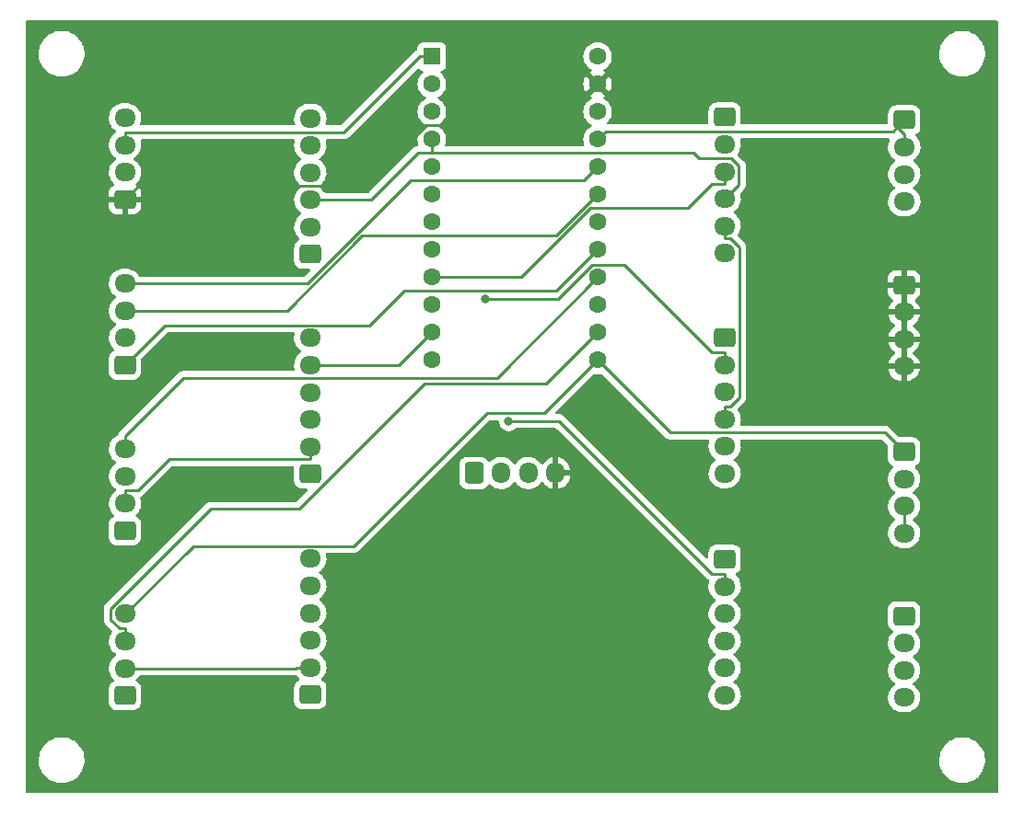
<source format=gbr>
%TF.GenerationSoftware,KiCad,Pcbnew,(6.0.6)*%
%TF.CreationDate,2022-07-31T16:56:07+07:00*%
%TF.ProjectId,ONGEKI PCB,4f4e4745-4b49-4205-9043-422e6b696361,rev?*%
%TF.SameCoordinates,Original*%
%TF.FileFunction,Copper,L1,Top*%
%TF.FilePolarity,Positive*%
%FSLAX46Y46*%
G04 Gerber Fmt 4.6, Leading zero omitted, Abs format (unit mm)*
G04 Created by KiCad (PCBNEW (6.0.6)) date 2022-07-31 16:56:07*
%MOMM*%
%LPD*%
G01*
G04 APERTURE LIST*
G04 Aperture macros list*
%AMRoundRect*
0 Rectangle with rounded corners*
0 $1 Rounding radius*
0 $2 $3 $4 $5 $6 $7 $8 $9 X,Y pos of 4 corners*
0 Add a 4 corners polygon primitive as box body*
4,1,4,$2,$3,$4,$5,$6,$7,$8,$9,$2,$3,0*
0 Add four circle primitives for the rounded corners*
1,1,$1+$1,$2,$3*
1,1,$1+$1,$4,$5*
1,1,$1+$1,$6,$7*
1,1,$1+$1,$8,$9*
0 Add four rect primitives between the rounded corners*
20,1,$1+$1,$2,$3,$4,$5,0*
20,1,$1+$1,$4,$5,$6,$7,0*
20,1,$1+$1,$6,$7,$8,$9,0*
20,1,$1+$1,$8,$9,$2,$3,0*%
G04 Aperture macros list end*
%TA.AperFunction,ComponentPad*%
%ADD10RoundRect,0.250000X0.725000X-0.600000X0.725000X0.600000X-0.725000X0.600000X-0.725000X-0.600000X0*%
%TD*%
%TA.AperFunction,ComponentPad*%
%ADD11O,1.950000X1.700000*%
%TD*%
%TA.AperFunction,ComponentPad*%
%ADD12RoundRect,0.250000X-0.725000X0.600000X-0.725000X-0.600000X0.725000X-0.600000X0.725000X0.600000X0*%
%TD*%
%TA.AperFunction,ComponentPad*%
%ADD13RoundRect,0.250000X-0.600000X-0.725000X0.600000X-0.725000X0.600000X0.725000X-0.600000X0.725000X0*%
%TD*%
%TA.AperFunction,ComponentPad*%
%ADD14O,1.700000X1.950000*%
%TD*%
%TA.AperFunction,ComponentPad*%
%ADD15C,1.600000*%
%TD*%
%TA.AperFunction,ComponentPad*%
%ADD16R,1.600000X1.600000*%
%TD*%
%TA.AperFunction,ViaPad*%
%ADD17C,0.800000*%
%TD*%
%TA.AperFunction,Conductor*%
%ADD18C,0.250000*%
%TD*%
G04 APERTURE END LIST*
D10*
%TO.P,Func-L,1*%
%TO.N,GND1*%
X46465000Y-87570000D03*
D11*
%TO.P,Func-L,2*%
X46465000Y-85070000D03*
%TO.P,Func-L,3*%
%TO.N,PIN15*%
X46465000Y-82570000D03*
%TO.P,Func-L,4*%
X46465000Y-80070000D03*
%TD*%
D12*
%TO.P,Power VCC,1*%
%TO.N,VCC*%
X118110000Y-49784000D03*
D11*
%TO.P,Power VCC,2*%
X118110000Y-52284000D03*
%TO.P,Power VCC,3*%
X118110000Y-54784000D03*
%TO.P,Power VCC,4*%
X118110000Y-57284000D03*
%TD*%
D12*
%TO.P,Func-R,1*%
%TO.N,PIN10*%
X118093000Y-80324000D03*
D11*
%TO.P,Func-R,2*%
X118093000Y-82824000D03*
%TO.P,Func-R,3*%
%TO.N,GND1*%
X118093000Y-85324000D03*
%TO.P,Func-R,4*%
X118093000Y-87824000D03*
%TD*%
D12*
%TO.P,R-Button-1,1*%
%TO.N,L3OUT*%
X101600000Y-49530000D03*
D11*
%TO.P,R-Button-1,2*%
%TO.N,PIN6*%
X101600000Y-52030000D03*
%TO.P,R-Button-1,3*%
X101600000Y-54530000D03*
%TO.P,R-Button-1,4*%
%TO.N,GND1*%
X101600000Y-57030000D03*
%TO.P,R-Button-1,5*%
X101600000Y-59530000D03*
%TO.P,R-Button-1,6*%
%TO.N,R1OUT*%
X101600000Y-62030000D03*
%TD*%
D13*
%TO.P,Encoder/Potentiometer,1*%
%TO.N,VCC*%
X78546000Y-82279000D03*
D14*
%TO.P,Encoder/Potentiometer,2*%
%TO.N,PIN2/17*%
X81046000Y-82279000D03*
%TO.P,Encoder/Potentiometer,3*%
%TO.N,PIN3*%
X83546000Y-82279000D03*
%TO.P,Encoder/Potentiometer,4*%
%TO.N,GND2*%
X86046000Y-82279000D03*
%TD*%
D15*
%TO.P,ProMicro,VCC*%
%TO.N,VCC*%
X89916000Y-51562000D03*
D16*
%TO.P,ProMicro,TX0*%
%TO.N,TX0*%
X74676000Y-43942000D03*
D15*
%TO.P,ProMicro,RX1*%
%TO.N,RX1*%
X74676000Y-46482000D03*
%TO.P,ProMicro,RST*%
%TO.N,N/C*%
X89916000Y-49022000D03*
%TO.P,ProMicro,RAW*%
X89916000Y-43942000D03*
%TO.P,ProMicro,PIN8*%
%TO.N,PIN8*%
X74676000Y-69342000D03*
%TO.P,ProMicro,GND1*%
%TO.N,GND1*%
X74676000Y-49022000D03*
%TO.P,ProMicro,GND*%
%TO.N,GND2*%
X89916000Y-46482000D03*
%TO.N,GND1*%
X74676000Y-51562000D03*
%TO.P,ProMicro,A3*%
%TO.N,A3*%
X89916000Y-54102000D03*
%TO.P,ProMicro,A2*%
%TO.N,A2*%
X89916000Y-56642000D03*
%TO.P,ProMicro,A1*%
%TO.N,A1*%
X89916000Y-59182000D03*
%TO.P,ProMicro,A0*%
%TO.N,A0*%
X89916000Y-61722000D03*
%TO.P,ProMicro,16*%
%TO.N,PIN16*%
X89916000Y-69342000D03*
%TO.P,ProMicro,15*%
%TO.N,PIN15*%
X89916000Y-64262000D03*
%TO.P,ProMicro,14*%
%TO.N,PIN14*%
X89916000Y-66802000D03*
%TO.P,ProMicro,10*%
%TO.N,PIN10*%
X89916000Y-71882000D03*
%TO.P,ProMicro,9*%
%TO.N,PIN9*%
X74676000Y-71882000D03*
%TO.P,ProMicro,7*%
%TO.N,PIN7*%
X74676000Y-66802000D03*
%TO.P,ProMicro,6*%
%TO.N,PIN6*%
X74676000Y-64262000D03*
%TO.P,ProMicro,5*%
%TO.N,PIN5*%
X74676000Y-61722000D03*
%TO.P,ProMicro,4*%
%TO.N,PIN4*%
X74676000Y-59182000D03*
%TO.P,ProMicro,3*%
%TO.N,PIN3*%
X74676000Y-56642000D03*
%TO.P,ProMicro,2*%
%TO.N,PIN2/17*%
X74676000Y-54102000D03*
%TD*%
D10*
%TO.P,L-Button-1,1*%
%TO.N,L1OUT*%
X63500000Y-62130000D03*
D11*
%TO.P,L-Button-1,2*%
%TO.N,GND1*%
X63500000Y-59630000D03*
%TO.P,L-Button-1,3*%
X63500000Y-57130000D03*
%TO.P,L-Button-1,4*%
%TO.N,PIN9*%
X63500000Y-54630000D03*
%TO.P,L-Button-1,5*%
X63500000Y-52130000D03*
%TO.P,L-Button-1,6*%
%TO.N,A1*%
X63500000Y-49630000D03*
%TD*%
D12*
%TO.P,Side-R,1*%
%TO.N,PIN14*%
X118093000Y-95444000D03*
D11*
%TO.P,Side-R,2*%
X118093000Y-97944000D03*
%TO.P,Side-R,3*%
%TO.N,GND1*%
X118093000Y-100444000D03*
%TO.P,Side-R,4*%
X118093000Y-102944000D03*
%TD*%
D12*
%TO.P,R-Button-3,1*%
%TO.N,R2OUT*%
X101600000Y-90230000D03*
D11*
%TO.P,R-Button-3,2*%
%TO.N,PIN4*%
X101600000Y-92730000D03*
%TO.P,R-Button-3,3*%
X101600000Y-95230000D03*
%TO.P,R-Button-3,4*%
%TO.N,GND1*%
X101600000Y-97730000D03*
%TO.P,R-Button-3,5*%
X101600000Y-100230000D03*
%TO.P,R-Button-3,6*%
%TO.N,N/C*%
X101600000Y-102730000D03*
%TD*%
D12*
%TO.P,R-Button-2,1*%
%TO.N,R1OUT*%
X101600000Y-69810000D03*
D11*
%TO.P,R-Button-2,2*%
%TO.N,PIN5*%
X101600000Y-72310000D03*
%TO.P,R-Button-2,3*%
X101600000Y-74810000D03*
%TO.P,R-Button-2,4*%
%TO.N,GND1*%
X101600000Y-77310000D03*
%TO.P,R-Button-2,5*%
X101600000Y-79810000D03*
%TO.P,R-Button-2,6*%
%TO.N,R2OUT*%
X101600000Y-82310000D03*
%TD*%
D12*
%TO.P,Power GND,1*%
%TO.N,GND2*%
X118093000Y-64964000D03*
D11*
%TO.P,Power GND,2*%
X118093000Y-67464000D03*
%TO.P,Power GND,3*%
X118093000Y-69964000D03*
%TO.P,Power GND,4*%
X118093000Y-72464000D03*
%TD*%
D10*
%TO.P,Analog port,1*%
%TO.N,A0*%
X46465000Y-72330000D03*
D11*
%TO.P,Analog port,2*%
%TO.N,A1*%
X46465000Y-69830000D03*
%TO.P,Analog port,3*%
%TO.N,A2*%
X46465000Y-67330000D03*
%TO.P,Analog port,4*%
%TO.N,A3*%
X46465000Y-64830000D03*
%TD*%
D10*
%TO.P,Serial port,1*%
%TO.N,GND2*%
X46465000Y-57090000D03*
D11*
%TO.P,Serial port,2*%
%TO.N,RX1*%
X46465000Y-54590000D03*
%TO.P,Serial port,3*%
%TO.N,TX0*%
X46465000Y-52090000D03*
%TO.P,Serial port,4*%
%TO.N,VCC*%
X46465000Y-49590000D03*
%TD*%
D10*
%TO.P,L-Button-3,1*%
%TO.N,L3OUT*%
X63500000Y-102670000D03*
D11*
%TO.P,L-Button-3,2*%
%TO.N,GND1*%
X63500000Y-100170000D03*
%TO.P,L-Button-3,3*%
X63500000Y-97670000D03*
%TO.P,L-Button-3,4*%
%TO.N,PIN7*%
X63500000Y-95170000D03*
%TO.P,L-Button-3,5*%
X63500000Y-92670000D03*
%TO.P,L-Button-3,6*%
%TO.N,L2OUT*%
X63500000Y-90170000D03*
%TD*%
D10*
%TO.P,L-Button-2,1*%
%TO.N,L2OUT*%
X63500000Y-82350000D03*
D11*
%TO.P,L-Button-2,2*%
%TO.N,GND1*%
X63500000Y-79850000D03*
%TO.P,L-Button-2,3*%
X63500000Y-77350000D03*
%TO.P,L-Button-2,4*%
%TO.N,PIN8*%
X63500000Y-74850000D03*
%TO.P,L-Button-2,5*%
X63500000Y-72350000D03*
%TO.P,L-Button-2,6*%
%TO.N,L1OUT*%
X63500000Y-69850000D03*
%TD*%
D10*
%TO.P,Side-L,1*%
%TO.N,GND1*%
X46465000Y-102750000D03*
D11*
%TO.P,Side-L,2*%
X46465000Y-100250000D03*
%TO.P,Side-L,3*%
%TO.N,PIN16*%
X46465000Y-97750000D03*
%TO.P,Side-L,4*%
%TO.N,PIN10*%
X46465000Y-95250000D03*
%TD*%
D17*
%TO.N,PIN4*%
X81746600Y-77502900D03*
%TO.N,PIN5*%
X79581300Y-66217600D03*
%TD*%
D18*
%TO.N,PIN16*%
X45950800Y-96574700D02*
X46465000Y-96574700D01*
X45140400Y-95764300D02*
X45950800Y-96574700D01*
X45140400Y-94776000D02*
X45140400Y-95764300D01*
X54329200Y-85587200D02*
X45140400Y-94776000D01*
X62449800Y-85587200D02*
X54329200Y-85587200D01*
X73986700Y-74050300D02*
X62449800Y-85587200D01*
X85207700Y-74050300D02*
X73986700Y-74050300D01*
X89916000Y-69342000D02*
X85207700Y-74050300D01*
X46465000Y-97750000D02*
X46465000Y-96574700D01*
%TO.N,A0*%
X50120400Y-68674600D02*
X46465000Y-72330000D01*
X68935100Y-68674600D02*
X50120400Y-68674600D01*
X72117500Y-65492200D02*
X68935100Y-68674600D01*
X86145800Y-65492200D02*
X72117500Y-65492200D01*
X89916000Y-61722000D02*
X86145800Y-65492200D01*
%TO.N,A2*%
X86106000Y-60452000D02*
X89916000Y-56642000D01*
X68260300Y-60452000D02*
X86106000Y-60452000D01*
X61382300Y-67330000D02*
X68260300Y-60452000D01*
X46465000Y-67330000D02*
X61382300Y-67330000D01*
%TO.N,A3*%
X63245400Y-64830000D02*
X46465000Y-64830000D01*
X72703400Y-55372000D02*
X63245400Y-64830000D01*
X88646000Y-55372000D02*
X72703400Y-55372000D01*
X89916000Y-54102000D02*
X88646000Y-55372000D01*
%TO.N,PIN15*%
X51834400Y-73525300D02*
X46465000Y-78894700D01*
X80652700Y-73525300D02*
X51834400Y-73525300D01*
X89916000Y-64262000D02*
X80652700Y-73525300D01*
X46465000Y-80070000D02*
X46465000Y-78894700D01*
%TO.N,PIN10*%
X116329000Y-78560000D02*
X118093000Y-80324000D01*
X96594000Y-78560000D02*
X116329000Y-78560000D01*
X89916000Y-71882000D02*
X96594000Y-78560000D01*
X52720400Y-88994600D02*
X46465000Y-95250000D01*
X67523300Y-88994600D02*
X52720400Y-88994600D01*
X79740300Y-76777600D02*
X67523300Y-88994600D01*
X85020400Y-76777600D02*
X79740300Y-76777600D01*
X89916000Y-71882000D02*
X85020400Y-76777600D01*
%TO.N,GND2*%
X86106000Y-50292000D02*
X89916000Y-46482000D01*
X74145800Y-50292000D02*
X86106000Y-50292000D01*
X68557800Y-55880000D02*
X74145800Y-50292000D01*
X47675000Y-55880000D02*
X68557800Y-55880000D01*
X46465000Y-57090000D02*
X47675000Y-55880000D01*
%TO.N,GND1*%
X47640300Y-83894700D02*
X46465000Y-83894700D01*
X50509700Y-81025300D02*
X47640300Y-83894700D01*
X63500000Y-81025300D02*
X50509700Y-81025300D01*
X63500000Y-79850000D02*
X63500000Y-81025300D01*
X46465000Y-85070000D02*
X46465000Y-83894700D01*
X62119700Y-100250000D02*
X46465000Y-100250000D01*
X62199700Y-100170000D02*
X62119700Y-100250000D01*
X63500000Y-100170000D02*
X62199700Y-100170000D01*
X118093000Y-87824000D02*
X118093000Y-85324000D01*
X74676000Y-52832000D02*
X74676000Y-51562000D01*
X102904000Y-55726000D02*
X101600000Y-57030000D01*
X102904000Y-53992200D02*
X102904000Y-55726000D01*
X102191800Y-53280000D02*
X102904000Y-53992200D01*
X99199900Y-53280000D02*
X102191800Y-53280000D01*
X98751900Y-52832000D02*
X99199900Y-53280000D01*
X74676000Y-52832000D02*
X98751900Y-52832000D01*
X69108000Y-57130000D02*
X63500000Y-57130000D01*
X73406000Y-52832000D02*
X69108000Y-57130000D01*
X74676000Y-52832000D02*
X73406000Y-52832000D01*
X102114200Y-76134700D02*
X101600000Y-76134700D01*
X102924600Y-75324300D02*
X102114200Y-76134700D01*
X102924600Y-61515700D02*
X102924600Y-75324300D01*
X102114200Y-60705300D02*
X102924600Y-61515700D01*
X101600000Y-60705300D02*
X102114200Y-60705300D01*
X101600000Y-59530000D02*
X101600000Y-60705300D01*
X101600000Y-77310000D02*
X101600000Y-76134700D01*
%TO.N,PIN4*%
X86372900Y-77502900D02*
X81746600Y-77502900D01*
X100424700Y-91554700D02*
X86372900Y-77502900D01*
X101600000Y-91554700D02*
X100424700Y-91554700D01*
X101600000Y-92730000D02*
X101600000Y-91554700D01*
%TO.N,PIN5*%
X101600000Y-72310000D02*
X101600000Y-71134700D01*
X86294800Y-66217600D02*
X79581300Y-66217600D01*
X89414700Y-63097700D02*
X86294800Y-66217600D01*
X92387700Y-63097700D02*
X89414700Y-63097700D01*
X100424700Y-71134700D02*
X92387700Y-63097700D01*
X101600000Y-71134700D02*
X100424700Y-71134700D01*
%TO.N,PIN6*%
X101600000Y-54530000D02*
X101600000Y-55705300D01*
X82932900Y-64262000D02*
X74676000Y-64262000D01*
X89282900Y-57912000D02*
X82932900Y-64262000D01*
X98218000Y-57912000D02*
X89282900Y-57912000D01*
X100424700Y-55705300D02*
X98218000Y-57912000D01*
X101600000Y-55705300D02*
X100424700Y-55705300D01*
%TO.N,PIN8*%
X71668000Y-72350000D02*
X74676000Y-69342000D01*
X63500000Y-72350000D02*
X71668000Y-72350000D01*
%TO.N,VCC*%
X118110000Y-52284000D02*
X118110000Y-51108700D01*
X118110000Y-51108700D02*
X117447700Y-50446300D01*
X117056900Y-50837100D02*
X117447700Y-50446300D01*
X90640900Y-50837100D02*
X117056900Y-50837100D01*
X89916000Y-51562000D02*
X90640900Y-50837100D01*
X117447700Y-50446300D02*
X118110000Y-49784000D01*
%TO.N,TX0*%
X66578000Y-50914700D02*
X73550700Y-43942000D01*
X46465000Y-50914700D02*
X66578000Y-50914700D01*
X46465000Y-52090000D02*
X46465000Y-50914700D01*
X74676000Y-43942000D02*
X73550700Y-43942000D01*
%TD*%
%TA.AperFunction,Conductor*%
%TO.N,GND2*%
G36*
X126687621Y-40660502D02*
G01*
X126734114Y-40714158D01*
X126745500Y-40766500D01*
X126745500Y-111633500D01*
X126725498Y-111701621D01*
X126671842Y-111748114D01*
X126619500Y-111759500D01*
X37464500Y-111759500D01*
X37396379Y-111739498D01*
X37349886Y-111685842D01*
X37338500Y-111633500D01*
X37338500Y-108844703D01*
X38530743Y-108844703D01*
X38568268Y-109129734D01*
X38644129Y-109407036D01*
X38756923Y-109671476D01*
X38904561Y-109918161D01*
X39084313Y-110142528D01*
X39292851Y-110340423D01*
X39526317Y-110508186D01*
X39530112Y-110510195D01*
X39530113Y-110510196D01*
X39551869Y-110521715D01*
X39780392Y-110642712D01*
X40050373Y-110741511D01*
X40331264Y-110802755D01*
X40359841Y-110805004D01*
X40554282Y-110820307D01*
X40554291Y-110820307D01*
X40556739Y-110820500D01*
X40712271Y-110820500D01*
X40714407Y-110820354D01*
X40714418Y-110820354D01*
X40922548Y-110806165D01*
X40922554Y-110806164D01*
X40926825Y-110805873D01*
X40931020Y-110805004D01*
X40931022Y-110805004D01*
X41067583Y-110776724D01*
X41208342Y-110747574D01*
X41479343Y-110651607D01*
X41734812Y-110519750D01*
X41738313Y-110517289D01*
X41738317Y-110517287D01*
X41852418Y-110437095D01*
X41970023Y-110354441D01*
X42180622Y-110158740D01*
X42362713Y-109936268D01*
X42512927Y-109691142D01*
X42628483Y-109427898D01*
X42707244Y-109151406D01*
X42747751Y-108866784D01*
X42747845Y-108848951D01*
X42747867Y-108844703D01*
X121334743Y-108844703D01*
X121372268Y-109129734D01*
X121448129Y-109407036D01*
X121560923Y-109671476D01*
X121708561Y-109918161D01*
X121888313Y-110142528D01*
X122096851Y-110340423D01*
X122330317Y-110508186D01*
X122334112Y-110510195D01*
X122334113Y-110510196D01*
X122355869Y-110521715D01*
X122584392Y-110642712D01*
X122854373Y-110741511D01*
X123135264Y-110802755D01*
X123163841Y-110805004D01*
X123358282Y-110820307D01*
X123358291Y-110820307D01*
X123360739Y-110820500D01*
X123516271Y-110820500D01*
X123518407Y-110820354D01*
X123518418Y-110820354D01*
X123726548Y-110806165D01*
X123726554Y-110806164D01*
X123730825Y-110805873D01*
X123735020Y-110805004D01*
X123735022Y-110805004D01*
X123871583Y-110776724D01*
X124012342Y-110747574D01*
X124283343Y-110651607D01*
X124538812Y-110519750D01*
X124542313Y-110517289D01*
X124542317Y-110517287D01*
X124656418Y-110437095D01*
X124774023Y-110354441D01*
X124984622Y-110158740D01*
X125166713Y-109936268D01*
X125316927Y-109691142D01*
X125432483Y-109427898D01*
X125511244Y-109151406D01*
X125551751Y-108866784D01*
X125551845Y-108848951D01*
X125553235Y-108583583D01*
X125553235Y-108583576D01*
X125553257Y-108579297D01*
X125515732Y-108294266D01*
X125439871Y-108016964D01*
X125327077Y-107752524D01*
X125179439Y-107505839D01*
X124999687Y-107281472D01*
X124791149Y-107083577D01*
X124557683Y-106915814D01*
X124535843Y-106904250D01*
X124512654Y-106891972D01*
X124303608Y-106781288D01*
X124033627Y-106682489D01*
X123752736Y-106621245D01*
X123721685Y-106618801D01*
X123529718Y-106603693D01*
X123529709Y-106603693D01*
X123527261Y-106603500D01*
X123371729Y-106603500D01*
X123369593Y-106603646D01*
X123369582Y-106603646D01*
X123161452Y-106617835D01*
X123161446Y-106617836D01*
X123157175Y-106618127D01*
X123152980Y-106618996D01*
X123152978Y-106618996D01*
X123016416Y-106647277D01*
X122875658Y-106676426D01*
X122604657Y-106772393D01*
X122349188Y-106904250D01*
X122345687Y-106906711D01*
X122345683Y-106906713D01*
X122335594Y-106913804D01*
X122113977Y-107069559D01*
X121903378Y-107265260D01*
X121721287Y-107487732D01*
X121571073Y-107732858D01*
X121455517Y-107996102D01*
X121376756Y-108272594D01*
X121336249Y-108557216D01*
X121336227Y-108561505D01*
X121336226Y-108561512D01*
X121334765Y-108840417D01*
X121334743Y-108844703D01*
X42747867Y-108844703D01*
X42749235Y-108583583D01*
X42749235Y-108583576D01*
X42749257Y-108579297D01*
X42711732Y-108294266D01*
X42635871Y-108016964D01*
X42523077Y-107752524D01*
X42375439Y-107505839D01*
X42195687Y-107281472D01*
X41987149Y-107083577D01*
X41753683Y-106915814D01*
X41731843Y-106904250D01*
X41708654Y-106891972D01*
X41499608Y-106781288D01*
X41229627Y-106682489D01*
X40948736Y-106621245D01*
X40917685Y-106618801D01*
X40725718Y-106603693D01*
X40725709Y-106603693D01*
X40723261Y-106603500D01*
X40567729Y-106603500D01*
X40565593Y-106603646D01*
X40565582Y-106603646D01*
X40357452Y-106617835D01*
X40357446Y-106617836D01*
X40353175Y-106618127D01*
X40348980Y-106618996D01*
X40348978Y-106618996D01*
X40212416Y-106647277D01*
X40071658Y-106676426D01*
X39800657Y-106772393D01*
X39545188Y-106904250D01*
X39541687Y-106906711D01*
X39541683Y-106906713D01*
X39531594Y-106913804D01*
X39309977Y-107069559D01*
X39099378Y-107265260D01*
X38917287Y-107487732D01*
X38767073Y-107732858D01*
X38651517Y-107996102D01*
X38572756Y-108272594D01*
X38532249Y-108557216D01*
X38532227Y-108561505D01*
X38532226Y-108561512D01*
X38530765Y-108840417D01*
X38530743Y-108844703D01*
X37338500Y-108844703D01*
X37338500Y-94755943D01*
X44502180Y-94755943D01*
X44502926Y-94763835D01*
X44506341Y-94799961D01*
X44506900Y-94811819D01*
X44506900Y-95685533D01*
X44506373Y-95696716D01*
X44504698Y-95704209D01*
X44504947Y-95712135D01*
X44504947Y-95712136D01*
X44506838Y-95772286D01*
X44506900Y-95776221D01*
X44506900Y-95804156D01*
X44507397Y-95808090D01*
X44507397Y-95808091D01*
X44507405Y-95808156D01*
X44508338Y-95819993D01*
X44509727Y-95864189D01*
X44515378Y-95883639D01*
X44519387Y-95903000D01*
X44521926Y-95923097D01*
X44524845Y-95930468D01*
X44524845Y-95930470D01*
X44538204Y-95964212D01*
X44542049Y-95975442D01*
X44552171Y-96010283D01*
X44554382Y-96017893D01*
X44558415Y-96024712D01*
X44558417Y-96024717D01*
X44564693Y-96035328D01*
X44573388Y-96053076D01*
X44580848Y-96071917D01*
X44585510Y-96078333D01*
X44585510Y-96078334D01*
X44606836Y-96107687D01*
X44613352Y-96117607D01*
X44635858Y-96155662D01*
X44650179Y-96169983D01*
X44663019Y-96185016D01*
X44674928Y-96201407D01*
X44681034Y-96206458D01*
X44709005Y-96229598D01*
X44717784Y-96237588D01*
X45245265Y-96765069D01*
X45279291Y-96827381D01*
X45274226Y-96898196D01*
X45257259Y-96929377D01*
X45181246Y-97031542D01*
X45178830Y-97036293D01*
X45178828Y-97036297D01*
X45136670Y-97119217D01*
X45076760Y-97237051D01*
X45075178Y-97242145D01*
X45075177Y-97242148D01*
X45017997Y-97426296D01*
X45008393Y-97457227D01*
X45007692Y-97462516D01*
X44980753Y-97665774D01*
X44978102Y-97685774D01*
X44978302Y-97691103D01*
X44978302Y-97691105D01*
X44981973Y-97788895D01*
X44986751Y-97916158D01*
X45034093Y-98141791D01*
X45036051Y-98146750D01*
X45036052Y-98146752D01*
X45110878Y-98336221D01*
X45118776Y-98356221D01*
X45121543Y-98360780D01*
X45121544Y-98360783D01*
X45138338Y-98388458D01*
X45238377Y-98553317D01*
X45241874Y-98557347D01*
X45328438Y-98657103D01*
X45389477Y-98727445D01*
X45408151Y-98742757D01*
X45563627Y-98870240D01*
X45563633Y-98870244D01*
X45567755Y-98873624D01*
X45599250Y-98891552D01*
X45648555Y-98942632D01*
X45662417Y-99012262D01*
X45636434Y-99078333D01*
X45607284Y-99105573D01*
X45485681Y-99187441D01*
X45481824Y-99191120D01*
X45481822Y-99191122D01*
X45420975Y-99249168D01*
X45318865Y-99346576D01*
X45181246Y-99531542D01*
X45178830Y-99536293D01*
X45178828Y-99536297D01*
X45149342Y-99594293D01*
X45076760Y-99737051D01*
X45008393Y-99957227D01*
X45007692Y-99962516D01*
X44980753Y-100165774D01*
X44978102Y-100185774D01*
X44978302Y-100191103D01*
X44978302Y-100191105D01*
X44981973Y-100288895D01*
X44986751Y-100416158D01*
X45034093Y-100641791D01*
X45036051Y-100646750D01*
X45036052Y-100646752D01*
X45110878Y-100836221D01*
X45118776Y-100856221D01*
X45121543Y-100860780D01*
X45121544Y-100860783D01*
X45174747Y-100948458D01*
X45238377Y-101053317D01*
X45241874Y-101057347D01*
X45359546Y-101192952D01*
X45389477Y-101227445D01*
X45425120Y-101256670D01*
X45465114Y-101315329D01*
X45467046Y-101386299D01*
X45430302Y-101447048D01*
X45411532Y-101461248D01*
X45286391Y-101538688D01*
X45265652Y-101551522D01*
X45140695Y-101676697D01*
X45136855Y-101682927D01*
X45136854Y-101682928D01*
X45052130Y-101820376D01*
X45047885Y-101827262D01*
X45045581Y-101834209D01*
X45019171Y-101913834D01*
X44992203Y-101995139D01*
X44991503Y-102001975D01*
X44991502Y-102001978D01*
X44987548Y-102040576D01*
X44981500Y-102099600D01*
X44981500Y-103400400D01*
X44981837Y-103403646D01*
X44981837Y-103403650D01*
X44987861Y-103461704D01*
X44992474Y-103506166D01*
X45048450Y-103673946D01*
X45141522Y-103824348D01*
X45266697Y-103949305D01*
X45272927Y-103953145D01*
X45272928Y-103953146D01*
X45410090Y-104037694D01*
X45417262Y-104042115D01*
X45483967Y-104064240D01*
X45578611Y-104095632D01*
X45578613Y-104095632D01*
X45585139Y-104097797D01*
X45591975Y-104098497D01*
X45591978Y-104098498D01*
X45635031Y-104102909D01*
X45689600Y-104108500D01*
X47240400Y-104108500D01*
X47243646Y-104108163D01*
X47243650Y-104108163D01*
X47339308Y-104098238D01*
X47339312Y-104098237D01*
X47346166Y-104097526D01*
X47352702Y-104095345D01*
X47352704Y-104095345D01*
X47505056Y-104044516D01*
X47513946Y-104041550D01*
X47664348Y-103948478D01*
X47694447Y-103918327D01*
X47784134Y-103828483D01*
X47789305Y-103823303D01*
X47838618Y-103743303D01*
X47878275Y-103678968D01*
X47878276Y-103678966D01*
X47882115Y-103672738D01*
X47937797Y-103504861D01*
X47948500Y-103400400D01*
X47948500Y-102099600D01*
X47941994Y-102036897D01*
X47938238Y-102000692D01*
X47938237Y-102000688D01*
X47937526Y-101993834D01*
X47929771Y-101970588D01*
X47883868Y-101833002D01*
X47881550Y-101826054D01*
X47788478Y-101675652D01*
X47663303Y-101550695D01*
X47517660Y-101460919D01*
X47470168Y-101408148D01*
X47458744Y-101338076D01*
X47487018Y-101272952D01*
X47496805Y-101262490D01*
X47550956Y-101210832D01*
X47611135Y-101153424D01*
X47626016Y-101133424D01*
X47689010Y-101048757D01*
X47748754Y-100968458D01*
X47751170Y-100963706D01*
X47751175Y-100963698D01*
X47756922Y-100952394D01*
X47805625Y-100900737D01*
X47869238Y-100883500D01*
X62040933Y-100883500D01*
X62052116Y-100884027D01*
X62059609Y-100885702D01*
X62067535Y-100885453D01*
X62067536Y-100885453D01*
X62127686Y-100883562D01*
X62131645Y-100883500D01*
X62147950Y-100883500D01*
X62216071Y-100903502D01*
X62255669Y-100944135D01*
X62273377Y-100973317D01*
X62276874Y-100977347D01*
X62415503Y-101137103D01*
X62424477Y-101147445D01*
X62460120Y-101176670D01*
X62500114Y-101235329D01*
X62502046Y-101306299D01*
X62465302Y-101367048D01*
X62446532Y-101381248D01*
X62388092Y-101417412D01*
X62300652Y-101471522D01*
X62175695Y-101596697D01*
X62171855Y-101602927D01*
X62171854Y-101602928D01*
X62115080Y-101695033D01*
X62082885Y-101747262D01*
X62027203Y-101915139D01*
X62016500Y-102019600D01*
X62016500Y-103320400D01*
X62016837Y-103323646D01*
X62016837Y-103323650D01*
X62025138Y-103403650D01*
X62027474Y-103426166D01*
X62029655Y-103432702D01*
X62029655Y-103432704D01*
X62064567Y-103537347D01*
X62083450Y-103593946D01*
X62176522Y-103744348D01*
X62301697Y-103869305D01*
X62307927Y-103873145D01*
X62307928Y-103873146D01*
X62445090Y-103957694D01*
X62452262Y-103962115D01*
X62532005Y-103988564D01*
X62613611Y-104015632D01*
X62613613Y-104015632D01*
X62620139Y-104017797D01*
X62626975Y-104018497D01*
X62626978Y-104018498D01*
X62670031Y-104022909D01*
X62724600Y-104028500D01*
X64275400Y-104028500D01*
X64278646Y-104028163D01*
X64278650Y-104028163D01*
X64374308Y-104018238D01*
X64374312Y-104018237D01*
X64381166Y-104017526D01*
X64387702Y-104015345D01*
X64387704Y-104015345D01*
X64538509Y-103965032D01*
X64548946Y-103961550D01*
X64699348Y-103868478D01*
X64824305Y-103743303D01*
X64828146Y-103737072D01*
X64913275Y-103598968D01*
X64913276Y-103598966D01*
X64917115Y-103592738D01*
X64944097Y-103511389D01*
X64970632Y-103431389D01*
X64970632Y-103431387D01*
X64972797Y-103424861D01*
X64983500Y-103320400D01*
X64983500Y-102019600D01*
X64983163Y-102016350D01*
X64973238Y-101920692D01*
X64973237Y-101920688D01*
X64972526Y-101913834D01*
X64916550Y-101746054D01*
X64823478Y-101595652D01*
X64698303Y-101470695D01*
X64677522Y-101457885D01*
X64596833Y-101408148D01*
X64552660Y-101380919D01*
X64505168Y-101328148D01*
X64493744Y-101258076D01*
X64522018Y-101192952D01*
X64531805Y-101182490D01*
X64642278Y-101077103D01*
X64646135Y-101073424D01*
X64783754Y-100888458D01*
X64786244Y-100883562D01*
X64857734Y-100742949D01*
X64888240Y-100682949D01*
X64910843Y-100610158D01*
X64955024Y-100467871D01*
X64956607Y-100462773D01*
X64966901Y-100385105D01*
X64986198Y-100239511D01*
X64986198Y-100239506D01*
X64986898Y-100234226D01*
X64978249Y-100003842D01*
X64930907Y-99778209D01*
X64910108Y-99725542D01*
X64848185Y-99568744D01*
X64848184Y-99568742D01*
X64846224Y-99563779D01*
X64841423Y-99555866D01*
X64729390Y-99371243D01*
X64726623Y-99366683D01*
X64691820Y-99326576D01*
X64579023Y-99196588D01*
X64579021Y-99196586D01*
X64575523Y-99192555D01*
X64491595Y-99123738D01*
X64401373Y-99049760D01*
X64401367Y-99049756D01*
X64397245Y-99046376D01*
X64365750Y-99028448D01*
X64316445Y-98977368D01*
X64302583Y-98907738D01*
X64328566Y-98841667D01*
X64357716Y-98814427D01*
X64464171Y-98742757D01*
X64479319Y-98732559D01*
X64646135Y-98573424D01*
X64783754Y-98388458D01*
X64802669Y-98351256D01*
X64857734Y-98242949D01*
X64888240Y-98182949D01*
X64910843Y-98110158D01*
X64955024Y-97967871D01*
X64956607Y-97962773D01*
X64966901Y-97885105D01*
X64986198Y-97739511D01*
X64986198Y-97739506D01*
X64986898Y-97734226D01*
X64978249Y-97503842D01*
X64930907Y-97278209D01*
X64910108Y-97225542D01*
X64848185Y-97068744D01*
X64848184Y-97068742D01*
X64846224Y-97063779D01*
X64829548Y-97036297D01*
X64735578Y-96881441D01*
X64726623Y-96866683D01*
X64664041Y-96794563D01*
X64579023Y-96696588D01*
X64579021Y-96696586D01*
X64575523Y-96692555D01*
X64491595Y-96623738D01*
X64401373Y-96549760D01*
X64401367Y-96549756D01*
X64397245Y-96546376D01*
X64365750Y-96528448D01*
X64316445Y-96477368D01*
X64302583Y-96407738D01*
X64328566Y-96341667D01*
X64357716Y-96314427D01*
X64471849Y-96237588D01*
X64479319Y-96232559D01*
X64507801Y-96205389D01*
X64610218Y-96107687D01*
X64646135Y-96073424D01*
X64652741Y-96064546D01*
X64780568Y-95892740D01*
X64783754Y-95888458D01*
X64786205Y-95883639D01*
X64860326Y-95737852D01*
X64888240Y-95682949D01*
X64924321Y-95566752D01*
X64955024Y-95467871D01*
X64956607Y-95462773D01*
X64966143Y-95390827D01*
X64986198Y-95239511D01*
X64986198Y-95239506D01*
X64986898Y-95234226D01*
X64978249Y-95003842D01*
X64930907Y-94778209D01*
X64928948Y-94773248D01*
X64848185Y-94568744D01*
X64848184Y-94568742D01*
X64846224Y-94563779D01*
X64811928Y-94507260D01*
X64747252Y-94400679D01*
X64726623Y-94366683D01*
X64639755Y-94266576D01*
X64579023Y-94196588D01*
X64579021Y-94196586D01*
X64575523Y-94192555D01*
X64530606Y-94155725D01*
X64401373Y-94049760D01*
X64401367Y-94049756D01*
X64397245Y-94046376D01*
X64365750Y-94028448D01*
X64316445Y-93977368D01*
X64302583Y-93907738D01*
X64328566Y-93841667D01*
X64357716Y-93814427D01*
X64395665Y-93788878D01*
X64479319Y-93732559D01*
X64646135Y-93573424D01*
X64783754Y-93388458D01*
X64888240Y-93182949D01*
X64924321Y-93066752D01*
X64955024Y-92967871D01*
X64956607Y-92962773D01*
X64966143Y-92890827D01*
X64986198Y-92739511D01*
X64986198Y-92739506D01*
X64986898Y-92734226D01*
X64978249Y-92503842D01*
X64930907Y-92278209D01*
X64928948Y-92273248D01*
X64848185Y-92068744D01*
X64848184Y-92068742D01*
X64846224Y-92063779D01*
X64832413Y-92041018D01*
X64729390Y-91871243D01*
X64726623Y-91866683D01*
X64639755Y-91766576D01*
X64579023Y-91696588D01*
X64579021Y-91696586D01*
X64575523Y-91692555D01*
X64533970Y-91658484D01*
X64401373Y-91549760D01*
X64401367Y-91549756D01*
X64397245Y-91546376D01*
X64365750Y-91528448D01*
X64316445Y-91477368D01*
X64302583Y-91407738D01*
X64328566Y-91341667D01*
X64357716Y-91314427D01*
X64393642Y-91290240D01*
X64479319Y-91232559D01*
X64646135Y-91073424D01*
X64783754Y-90888458D01*
X64789487Y-90877183D01*
X64885822Y-90687704D01*
X64888240Y-90682949D01*
X64924321Y-90566752D01*
X64955024Y-90467871D01*
X64956607Y-90462773D01*
X64971475Y-90350596D01*
X64986198Y-90239511D01*
X64986198Y-90239506D01*
X64986898Y-90234226D01*
X64978249Y-90003842D01*
X64931277Y-89779973D01*
X64936864Y-89709198D01*
X64979829Y-89652677D01*
X65046531Y-89628358D01*
X65054592Y-89628100D01*
X67444533Y-89628100D01*
X67455716Y-89628627D01*
X67463209Y-89630302D01*
X67471135Y-89630053D01*
X67471136Y-89630053D01*
X67531286Y-89628162D01*
X67535245Y-89628100D01*
X67563156Y-89628100D01*
X67567091Y-89627603D01*
X67567156Y-89627595D01*
X67578993Y-89626662D01*
X67611251Y-89625648D01*
X67615270Y-89625522D01*
X67623189Y-89625273D01*
X67642643Y-89619621D01*
X67662000Y-89615613D01*
X67674230Y-89614068D01*
X67674231Y-89614068D01*
X67682097Y-89613074D01*
X67689468Y-89610155D01*
X67689470Y-89610155D01*
X67723212Y-89596796D01*
X67734442Y-89592951D01*
X67769283Y-89582829D01*
X67769284Y-89582829D01*
X67776893Y-89580618D01*
X67783712Y-89576585D01*
X67783717Y-89576583D01*
X67794328Y-89570307D01*
X67812076Y-89561612D01*
X67830917Y-89554152D01*
X67866687Y-89528164D01*
X67876607Y-89521648D01*
X67907835Y-89503180D01*
X67907838Y-89503178D01*
X67914662Y-89499142D01*
X67928983Y-89484821D01*
X67944017Y-89471980D01*
X67953994Y-89464731D01*
X67960407Y-89460072D01*
X67988598Y-89425995D01*
X67996588Y-89417216D01*
X74359405Y-83054400D01*
X77187500Y-83054400D01*
X77187837Y-83057646D01*
X77187837Y-83057650D01*
X77196875Y-83144752D01*
X77198474Y-83160166D01*
X77200655Y-83166702D01*
X77200655Y-83166704D01*
X77232405Y-83261870D01*
X77254450Y-83327946D01*
X77347522Y-83478348D01*
X77472697Y-83603305D01*
X77478927Y-83607145D01*
X77478928Y-83607146D01*
X77616090Y-83691694D01*
X77623262Y-83696115D01*
X77695852Y-83720192D01*
X77784611Y-83749632D01*
X77784613Y-83749632D01*
X77791139Y-83751797D01*
X77797975Y-83752497D01*
X77797978Y-83752498D01*
X77833663Y-83756154D01*
X77895600Y-83762500D01*
X79196400Y-83762500D01*
X79199646Y-83762163D01*
X79199650Y-83762163D01*
X79295308Y-83752238D01*
X79295312Y-83752237D01*
X79302166Y-83751526D01*
X79308702Y-83749345D01*
X79308704Y-83749345D01*
X79461110Y-83698498D01*
X79469946Y-83695550D01*
X79620348Y-83602478D01*
X79745305Y-83477303D01*
X79835081Y-83331660D01*
X79887852Y-83284168D01*
X79957924Y-83272744D01*
X80023048Y-83301018D01*
X80033510Y-83310805D01*
X80075215Y-83354523D01*
X80142576Y-83425135D01*
X80327542Y-83562754D01*
X80332293Y-83565170D01*
X80332297Y-83565172D01*
X80397129Y-83598134D01*
X80533051Y-83667240D01*
X80538145Y-83668822D01*
X80538148Y-83668823D01*
X80675751Y-83711550D01*
X80753227Y-83735607D01*
X80758516Y-83736308D01*
X80976489Y-83765198D01*
X80976494Y-83765198D01*
X80981774Y-83765898D01*
X80987103Y-83765698D01*
X80987105Y-83765698D01*
X81096966Y-83761574D01*
X81212158Y-83757249D01*
X81234802Y-83752498D01*
X81432572Y-83711002D01*
X81437791Y-83709907D01*
X81442750Y-83707949D01*
X81442752Y-83707948D01*
X81647256Y-83627185D01*
X81647258Y-83627184D01*
X81652221Y-83625224D01*
X81657525Y-83622006D01*
X81844757Y-83508390D01*
X81844756Y-83508390D01*
X81849317Y-83505623D01*
X81889134Y-83471072D01*
X82019412Y-83358023D01*
X82019414Y-83358021D01*
X82023445Y-83354523D01*
X82067316Y-83301018D01*
X82166240Y-83180373D01*
X82166244Y-83180367D01*
X82169624Y-83176245D01*
X82187552Y-83144750D01*
X82238632Y-83095445D01*
X82308262Y-83081583D01*
X82374333Y-83107566D01*
X82401573Y-83136716D01*
X82483441Y-83258319D01*
X82487120Y-83262176D01*
X82487122Y-83262178D01*
X82508100Y-83284168D01*
X82642576Y-83425135D01*
X82827542Y-83562754D01*
X82832293Y-83565170D01*
X82832297Y-83565172D01*
X82897129Y-83598134D01*
X83033051Y-83667240D01*
X83038145Y-83668822D01*
X83038148Y-83668823D01*
X83175751Y-83711550D01*
X83253227Y-83735607D01*
X83258516Y-83736308D01*
X83476489Y-83765198D01*
X83476494Y-83765198D01*
X83481774Y-83765898D01*
X83487103Y-83765698D01*
X83487105Y-83765698D01*
X83596966Y-83761574D01*
X83712158Y-83757249D01*
X83734802Y-83752498D01*
X83932572Y-83711002D01*
X83937791Y-83709907D01*
X83942750Y-83707949D01*
X83942752Y-83707948D01*
X84147256Y-83627185D01*
X84147258Y-83627184D01*
X84152221Y-83625224D01*
X84157525Y-83622006D01*
X84344757Y-83508390D01*
X84344756Y-83508390D01*
X84349317Y-83505623D01*
X84389134Y-83471072D01*
X84519412Y-83358023D01*
X84519414Y-83358021D01*
X84523445Y-83354523D01*
X84567316Y-83301018D01*
X84666240Y-83180373D01*
X84666244Y-83180367D01*
X84669624Y-83176245D01*
X84682681Y-83153308D01*
X84687829Y-83144265D01*
X84738912Y-83094959D01*
X84808542Y-83081098D01*
X84874613Y-83107082D01*
X84901851Y-83136232D01*
X84980852Y-83253578D01*
X84987519Y-83261870D01*
X85139228Y-83420900D01*
X85147186Y-83427941D01*
X85323525Y-83559141D01*
X85332562Y-83564745D01*
X85528484Y-83664357D01*
X85538335Y-83668357D01*
X85748240Y-83733534D01*
X85758624Y-83735817D01*
X85774043Y-83737861D01*
X85788207Y-83735665D01*
X85792000Y-83722478D01*
X85792000Y-83720192D01*
X86300000Y-83720192D01*
X86303973Y-83733723D01*
X86314580Y-83735248D01*
X86432421Y-83710523D01*
X86442617Y-83707463D01*
X86647029Y-83626737D01*
X86656561Y-83622006D01*
X86844462Y-83507984D01*
X86853052Y-83501720D01*
X87019052Y-83357673D01*
X87026472Y-83350042D01*
X87165826Y-83180089D01*
X87171850Y-83171322D01*
X87280576Y-82980318D01*
X87285041Y-82970654D01*
X87360031Y-82764059D01*
X87362802Y-82753792D01*
X87399504Y-82550826D01*
X87398085Y-82537586D01*
X87383450Y-82533000D01*
X86318115Y-82533000D01*
X86302876Y-82537475D01*
X86301671Y-82538865D01*
X86300000Y-82546548D01*
X86300000Y-83720192D01*
X85792000Y-83720192D01*
X85792000Y-82006885D01*
X86300000Y-82006885D01*
X86304475Y-82022124D01*
X86305865Y-82023329D01*
X86313548Y-82025000D01*
X87379849Y-82025000D01*
X87394527Y-82020690D01*
X87396590Y-82008807D01*
X87389876Y-81929675D01*
X87388086Y-81919203D01*
X87332870Y-81706465D01*
X87329335Y-81696425D01*
X87239063Y-81496030D01*
X87233894Y-81486744D01*
X87111150Y-81304425D01*
X87104481Y-81296130D01*
X86952772Y-81137100D01*
X86944814Y-81130059D01*
X86768475Y-80998859D01*
X86759438Y-80993255D01*
X86563516Y-80893643D01*
X86553665Y-80889643D01*
X86343760Y-80824466D01*
X86333376Y-80822183D01*
X86317957Y-80820139D01*
X86303793Y-80822335D01*
X86300000Y-80835522D01*
X86300000Y-82006885D01*
X85792000Y-82006885D01*
X85792000Y-80837808D01*
X85788027Y-80824277D01*
X85777420Y-80822752D01*
X85659579Y-80847477D01*
X85649383Y-80850537D01*
X85444971Y-80931263D01*
X85435439Y-80935994D01*
X85247538Y-81050016D01*
X85238948Y-81056280D01*
X85072948Y-81200327D01*
X85065528Y-81207958D01*
X84926174Y-81377911D01*
X84920152Y-81386674D01*
X84904762Y-81413711D01*
X84853680Y-81463018D01*
X84784049Y-81476880D01*
X84717978Y-81450897D01*
X84690739Y-81421747D01*
X84613983Y-81307738D01*
X84608559Y-81299681D01*
X84585637Y-81275652D01*
X84520725Y-81207608D01*
X84449424Y-81132865D01*
X84430370Y-81118688D01*
X84274385Y-81002632D01*
X84264458Y-80995246D01*
X84259707Y-80992830D01*
X84259703Y-80992828D01*
X84141588Y-80932776D01*
X84058949Y-80890760D01*
X84053855Y-80889178D01*
X84053852Y-80889177D01*
X83843871Y-80823976D01*
X83838773Y-80822393D01*
X83833484Y-80821692D01*
X83615511Y-80792802D01*
X83615506Y-80792802D01*
X83610226Y-80792102D01*
X83604897Y-80792302D01*
X83604895Y-80792302D01*
X83495034Y-80796427D01*
X83379842Y-80800751D01*
X83374623Y-80801846D01*
X83352566Y-80806474D01*
X83154209Y-80848093D01*
X83149250Y-80850051D01*
X83149248Y-80850052D01*
X82944744Y-80930815D01*
X82944742Y-80930816D01*
X82939779Y-80932776D01*
X82935220Y-80935543D01*
X82935217Y-80935544D01*
X82840113Y-80993255D01*
X82742683Y-81052377D01*
X82738653Y-81055874D01*
X82576870Y-81196262D01*
X82568555Y-81203477D01*
X82565168Y-81207608D01*
X82425760Y-81377627D01*
X82425756Y-81377633D01*
X82422376Y-81381755D01*
X82404448Y-81413250D01*
X82353368Y-81462555D01*
X82283738Y-81476417D01*
X82217667Y-81450434D01*
X82190427Y-81421284D01*
X82175518Y-81399139D01*
X82108559Y-81299681D01*
X82085637Y-81275652D01*
X82020725Y-81207608D01*
X81949424Y-81132865D01*
X81930370Y-81118688D01*
X81774385Y-81002632D01*
X81764458Y-80995246D01*
X81759707Y-80992830D01*
X81759703Y-80992828D01*
X81641588Y-80932776D01*
X81558949Y-80890760D01*
X81553855Y-80889178D01*
X81553852Y-80889177D01*
X81343871Y-80823976D01*
X81338773Y-80822393D01*
X81333484Y-80821692D01*
X81115511Y-80792802D01*
X81115506Y-80792802D01*
X81110226Y-80792102D01*
X81104897Y-80792302D01*
X81104895Y-80792302D01*
X80995034Y-80796427D01*
X80879842Y-80800751D01*
X80874623Y-80801846D01*
X80852566Y-80806474D01*
X80654209Y-80848093D01*
X80649250Y-80850051D01*
X80649248Y-80850052D01*
X80444744Y-80930815D01*
X80444742Y-80930816D01*
X80439779Y-80932776D01*
X80435220Y-80935543D01*
X80435217Y-80935544D01*
X80340113Y-80993255D01*
X80242683Y-81052377D01*
X80238653Y-81055874D01*
X80076870Y-81196262D01*
X80068555Y-81203477D01*
X80039330Y-81239120D01*
X79980671Y-81279114D01*
X79909701Y-81281046D01*
X79848952Y-81244302D01*
X79834752Y-81225532D01*
X79748332Y-81085880D01*
X79744478Y-81079652D01*
X79619303Y-80954695D01*
X79592342Y-80938076D01*
X79474968Y-80865725D01*
X79474966Y-80865724D01*
X79468738Y-80861885D01*
X79355353Y-80824277D01*
X79307389Y-80808368D01*
X79307387Y-80808368D01*
X79300861Y-80806203D01*
X79294025Y-80805503D01*
X79294022Y-80805502D01*
X79250969Y-80801091D01*
X79196400Y-80795500D01*
X77895600Y-80795500D01*
X77892354Y-80795837D01*
X77892350Y-80795837D01*
X77796692Y-80805762D01*
X77796688Y-80805763D01*
X77789834Y-80806474D01*
X77783298Y-80808655D01*
X77783296Y-80808655D01*
X77651194Y-80852728D01*
X77622054Y-80862450D01*
X77471652Y-80955522D01*
X77346695Y-81080697D01*
X77342855Y-81086927D01*
X77342854Y-81086928D01*
X77266036Y-81211550D01*
X77253885Y-81231262D01*
X77237096Y-81281880D01*
X77200879Y-81391072D01*
X77198203Y-81399139D01*
X77197503Y-81405975D01*
X77197502Y-81405978D01*
X77195445Y-81426054D01*
X77187500Y-81503600D01*
X77187500Y-83054400D01*
X74359405Y-83054400D01*
X79965800Y-77448005D01*
X80028112Y-77413979D01*
X80054895Y-77411100D01*
X80709996Y-77411100D01*
X80778117Y-77431102D01*
X80824610Y-77484758D01*
X80835306Y-77523929D01*
X80853058Y-77692828D01*
X80912073Y-77874456D01*
X80915376Y-77880178D01*
X80915377Y-77880179D01*
X80930572Y-77906498D01*
X81007560Y-78039844D01*
X81011978Y-78044751D01*
X81011979Y-78044752D01*
X81117101Y-78161502D01*
X81135347Y-78181766D01*
X81289848Y-78294018D01*
X81295876Y-78296702D01*
X81295878Y-78296703D01*
X81458281Y-78369009D01*
X81464312Y-78371694D01*
X81555365Y-78391048D01*
X81644656Y-78410028D01*
X81644661Y-78410028D01*
X81651113Y-78411400D01*
X81842087Y-78411400D01*
X81848539Y-78410028D01*
X81848544Y-78410028D01*
X81937835Y-78391048D01*
X82028888Y-78371694D01*
X82034919Y-78369009D01*
X82197322Y-78296703D01*
X82197324Y-78296702D01*
X82203352Y-78294018D01*
X82357853Y-78181766D01*
X82362268Y-78176863D01*
X82367180Y-78172440D01*
X82368305Y-78173689D01*
X82421614Y-78140849D01*
X82454800Y-78136400D01*
X86058306Y-78136400D01*
X86126427Y-78156402D01*
X86147401Y-78173305D01*
X99921043Y-91946947D01*
X99928587Y-91955237D01*
X99932700Y-91961718D01*
X99938477Y-91967143D01*
X99982367Y-92008358D01*
X99985209Y-92011113D01*
X100004930Y-92030834D01*
X100008125Y-92033312D01*
X100017147Y-92041018D01*
X100049379Y-92071286D01*
X100056328Y-92075106D01*
X100067132Y-92081046D01*
X100083656Y-92091899D01*
X100099659Y-92104313D01*
X100125499Y-92115495D01*
X100180070Y-92160905D01*
X100201429Y-92228613D01*
X100195786Y-92268494D01*
X100160381Y-92382516D01*
X100143393Y-92437227D01*
X100142692Y-92442516D01*
X100120348Y-92611105D01*
X100113102Y-92665774D01*
X100121751Y-92896158D01*
X100169093Y-93121791D01*
X100171051Y-93126750D01*
X100171052Y-93126752D01*
X100193246Y-93182949D01*
X100253776Y-93336221D01*
X100256543Y-93340780D01*
X100256544Y-93340783D01*
X100346045Y-93488276D01*
X100373377Y-93533317D01*
X100376874Y-93537347D01*
X100463438Y-93637103D01*
X100524477Y-93707445D01*
X100555106Y-93732559D01*
X100698627Y-93850240D01*
X100698633Y-93850244D01*
X100702755Y-93853624D01*
X100734250Y-93871552D01*
X100783555Y-93922632D01*
X100797417Y-93992262D01*
X100771434Y-94058333D01*
X100742284Y-94085573D01*
X100620681Y-94167441D01*
X100453865Y-94326576D01*
X100450682Y-94330854D01*
X100421815Y-94369652D01*
X100316246Y-94511542D01*
X100313830Y-94516293D01*
X100313828Y-94516297D01*
X100292007Y-94559217D01*
X100211760Y-94717051D01*
X100210178Y-94722145D01*
X100210177Y-94722148D01*
X100169472Y-94853238D01*
X100143393Y-94937227D01*
X100142692Y-94942516D01*
X100120348Y-95111105D01*
X100113102Y-95165774D01*
X100121751Y-95396158D01*
X100169093Y-95621791D01*
X100171051Y-95626750D01*
X100171052Y-95626752D01*
X100247370Y-95819999D01*
X100253776Y-95836221D01*
X100256543Y-95840780D01*
X100256544Y-95840783D01*
X100346045Y-95988276D01*
X100373377Y-96033317D01*
X100376874Y-96037347D01*
X100519238Y-96201407D01*
X100524477Y-96207445D01*
X100551495Y-96229598D01*
X100698627Y-96350240D01*
X100698633Y-96350244D01*
X100702755Y-96353624D01*
X100734250Y-96371552D01*
X100783555Y-96422632D01*
X100797417Y-96492262D01*
X100771434Y-96558333D01*
X100742284Y-96585573D01*
X100620681Y-96667441D01*
X100453865Y-96826576D01*
X100450682Y-96830854D01*
X100432029Y-96855924D01*
X100316246Y-97011542D01*
X100313830Y-97016293D01*
X100313828Y-97016297D01*
X100306077Y-97031542D01*
X100211760Y-97217051D01*
X100210178Y-97222145D01*
X100210177Y-97222148D01*
X100169469Y-97353248D01*
X100143393Y-97437227D01*
X100142692Y-97442516D01*
X100115706Y-97646129D01*
X100113102Y-97665774D01*
X100121751Y-97896158D01*
X100169093Y-98121791D01*
X100171051Y-98126750D01*
X100171052Y-98126752D01*
X100193246Y-98182949D01*
X100253776Y-98336221D01*
X100256543Y-98340780D01*
X100256544Y-98340783D01*
X100346045Y-98488276D01*
X100373377Y-98533317D01*
X100376874Y-98537347D01*
X100480793Y-98657103D01*
X100524477Y-98707445D01*
X100555106Y-98732559D01*
X100698627Y-98850240D01*
X100698633Y-98850244D01*
X100702755Y-98853624D01*
X100734250Y-98871552D01*
X100783555Y-98922632D01*
X100797417Y-98992262D01*
X100771434Y-99058333D01*
X100742284Y-99085573D01*
X100620681Y-99167441D01*
X100616824Y-99171120D01*
X100616822Y-99171122D01*
X100597905Y-99189168D01*
X100453865Y-99326576D01*
X100450682Y-99330854D01*
X100435802Y-99350854D01*
X100316246Y-99511542D01*
X100313830Y-99516293D01*
X100313828Y-99516297D01*
X100285686Y-99571649D01*
X100211760Y-99717051D01*
X100210178Y-99722145D01*
X100210177Y-99722148D01*
X100148115Y-99922020D01*
X100143393Y-99937227D01*
X100142692Y-99942516D01*
X100115706Y-100146129D01*
X100113102Y-100165774D01*
X100121751Y-100396158D01*
X100169093Y-100621791D01*
X100171051Y-100626750D01*
X100171052Y-100626752D01*
X100193246Y-100682949D01*
X100253776Y-100836221D01*
X100256543Y-100840780D01*
X100256544Y-100840783D01*
X100346045Y-100988276D01*
X100373377Y-101033317D01*
X100376874Y-101037347D01*
X100511901Y-101192952D01*
X100524477Y-101207445D01*
X100528608Y-101210832D01*
X100698627Y-101350240D01*
X100698633Y-101350244D01*
X100702755Y-101353624D01*
X100734250Y-101371552D01*
X100783555Y-101422632D01*
X100797417Y-101492262D01*
X100771434Y-101558333D01*
X100742284Y-101585573D01*
X100620681Y-101667441D01*
X100616824Y-101671120D01*
X100616822Y-101671122D01*
X100610978Y-101676697D01*
X100453865Y-101826576D01*
X100316246Y-102011542D01*
X100313830Y-102016293D01*
X100313828Y-102016297D01*
X100303355Y-102036897D01*
X100211760Y-102217051D01*
X100210178Y-102222145D01*
X100210177Y-102222148D01*
X100148115Y-102422020D01*
X100143393Y-102437227D01*
X100142692Y-102442516D01*
X100115706Y-102646129D01*
X100113102Y-102665774D01*
X100121751Y-102896158D01*
X100169093Y-103121791D01*
X100253776Y-103336221D01*
X100256543Y-103340780D01*
X100256544Y-103340783D01*
X100307564Y-103424861D01*
X100373377Y-103533317D01*
X100376874Y-103537347D01*
X100488332Y-103665791D01*
X100524477Y-103707445D01*
X100528608Y-103710832D01*
X100698627Y-103850240D01*
X100698633Y-103850244D01*
X100702755Y-103853624D01*
X100707391Y-103856263D01*
X100707394Y-103856265D01*
X100860286Y-103943296D01*
X100903114Y-103967675D01*
X101119825Y-104046337D01*
X101125074Y-104047286D01*
X101125077Y-104047287D01*
X101342608Y-104086623D01*
X101342615Y-104086624D01*
X101346692Y-104087361D01*
X101364414Y-104088197D01*
X101369356Y-104088430D01*
X101369363Y-104088430D01*
X101370844Y-104088500D01*
X101782890Y-104088500D01*
X101849809Y-104082822D01*
X101949409Y-104074371D01*
X101949413Y-104074370D01*
X101954720Y-104073920D01*
X101959875Y-104072582D01*
X101959881Y-104072581D01*
X102172703Y-104017343D01*
X102172707Y-104017342D01*
X102177872Y-104016001D01*
X102182738Y-104013809D01*
X102182741Y-104013808D01*
X102383202Y-103923507D01*
X102388075Y-103921312D01*
X102579319Y-103792559D01*
X102625523Y-103748483D01*
X102711211Y-103666740D01*
X102746135Y-103633424D01*
X102883754Y-103448458D01*
X102892433Y-103431389D01*
X102943690Y-103330572D01*
X102988240Y-103242949D01*
X103024321Y-103126752D01*
X103055024Y-103027871D01*
X103056607Y-103022773D01*
X103059242Y-103002895D01*
X103075560Y-102879774D01*
X116606102Y-102879774D01*
X116614751Y-103110158D01*
X116662093Y-103335791D01*
X116664051Y-103340750D01*
X116664052Y-103340752D01*
X116708279Y-103452740D01*
X116746776Y-103550221D01*
X116866377Y-103747317D01*
X116869874Y-103751347D01*
X116971515Y-103868478D01*
X117017477Y-103921445D01*
X117021608Y-103924832D01*
X117191627Y-104064240D01*
X117191633Y-104064244D01*
X117195755Y-104067624D01*
X117200391Y-104070263D01*
X117200394Y-104070265D01*
X117267564Y-104108500D01*
X117396114Y-104181675D01*
X117612825Y-104260337D01*
X117618074Y-104261286D01*
X117618077Y-104261287D01*
X117835608Y-104300623D01*
X117835615Y-104300624D01*
X117839692Y-104301361D01*
X117857414Y-104302197D01*
X117862356Y-104302430D01*
X117862363Y-104302430D01*
X117863844Y-104302500D01*
X118275890Y-104302500D01*
X118342809Y-104296822D01*
X118442409Y-104288371D01*
X118442413Y-104288370D01*
X118447720Y-104287920D01*
X118452875Y-104286582D01*
X118452881Y-104286581D01*
X118665703Y-104231343D01*
X118665707Y-104231342D01*
X118670872Y-104230001D01*
X118675738Y-104227809D01*
X118675741Y-104227808D01*
X118876202Y-104137507D01*
X118881075Y-104135312D01*
X119072319Y-104006559D01*
X119115851Y-103965032D01*
X119212171Y-103873146D01*
X119239135Y-103847424D01*
X119376754Y-103662458D01*
X119412202Y-103592738D01*
X119440364Y-103537347D01*
X119481240Y-103456949D01*
X119488769Y-103432704D01*
X119548024Y-103241871D01*
X119549607Y-103236773D01*
X119564189Y-103126752D01*
X119579198Y-103013511D01*
X119579198Y-103013506D01*
X119579898Y-103008226D01*
X119571249Y-102777842D01*
X119523907Y-102552209D01*
X119439224Y-102337779D01*
X119319623Y-102140683D01*
X119232755Y-102040576D01*
X119172023Y-101970588D01*
X119172021Y-101970586D01*
X119168523Y-101966555D01*
X119114981Y-101922653D01*
X118994373Y-101823760D01*
X118994367Y-101823756D01*
X118990245Y-101820376D01*
X118958750Y-101802448D01*
X118909445Y-101751368D01*
X118895583Y-101681738D01*
X118921566Y-101615667D01*
X118950716Y-101588427D01*
X118997836Y-101556704D01*
X119072319Y-101506559D01*
X119104494Y-101475866D01*
X119184611Y-101399437D01*
X119239135Y-101347424D01*
X119376754Y-101162458D01*
X119381348Y-101153424D01*
X119440364Y-101037347D01*
X119481240Y-100956949D01*
X119498695Y-100900737D01*
X119548024Y-100741871D01*
X119549607Y-100736773D01*
X119550308Y-100731484D01*
X119579198Y-100513511D01*
X119579198Y-100513506D01*
X119579898Y-100508226D01*
X119576242Y-100410827D01*
X119571449Y-100283173D01*
X119571249Y-100277842D01*
X119523907Y-100052209D01*
X119502745Y-99998623D01*
X119441185Y-99842744D01*
X119441184Y-99842742D01*
X119439224Y-99837779D01*
X119319623Y-99640683D01*
X119256382Y-99567804D01*
X119172023Y-99470588D01*
X119172021Y-99470586D01*
X119168523Y-99466555D01*
X119114981Y-99422653D01*
X118994373Y-99323760D01*
X118994367Y-99323756D01*
X118990245Y-99320376D01*
X118958750Y-99302448D01*
X118909445Y-99251368D01*
X118895583Y-99181738D01*
X118921566Y-99115667D01*
X118950716Y-99088427D01*
X118995416Y-99058333D01*
X119072319Y-99006559D01*
X119080278Y-98998967D01*
X119208905Y-98876262D01*
X119239135Y-98847424D01*
X119376754Y-98662458D01*
X119381348Y-98653424D01*
X119440364Y-98537347D01*
X119481240Y-98456949D01*
X119517321Y-98340752D01*
X119548024Y-98241871D01*
X119549607Y-98236773D01*
X119550308Y-98231484D01*
X119579198Y-98013511D01*
X119579198Y-98013506D01*
X119579898Y-98008226D01*
X119576242Y-97910827D01*
X119571449Y-97783173D01*
X119571249Y-97777842D01*
X119523907Y-97552209D01*
X119502745Y-97498623D01*
X119441185Y-97342744D01*
X119441184Y-97342742D01*
X119439224Y-97337779D01*
X119319623Y-97140683D01*
X119257198Y-97068744D01*
X119172023Y-96970588D01*
X119172021Y-96970586D01*
X119168523Y-96966555D01*
X119132880Y-96937330D01*
X119092886Y-96878671D01*
X119090954Y-96807701D01*
X119127698Y-96746952D01*
X119146468Y-96732752D01*
X119286120Y-96646332D01*
X119292348Y-96642478D01*
X119417305Y-96517303D01*
X119441108Y-96478688D01*
X119506275Y-96372968D01*
X119506276Y-96372966D01*
X119510115Y-96366738D01*
X119555841Y-96228878D01*
X119563632Y-96205389D01*
X119563632Y-96205387D01*
X119565797Y-96198861D01*
X119567216Y-96185017D01*
X119574646Y-96112492D01*
X119576500Y-96094400D01*
X119576500Y-94793600D01*
X119574903Y-94778209D01*
X119566238Y-94694692D01*
X119566237Y-94694688D01*
X119565526Y-94687834D01*
X119556957Y-94662148D01*
X119511868Y-94527002D01*
X119509550Y-94520054D01*
X119416478Y-94369652D01*
X119291303Y-94244695D01*
X119285072Y-94240854D01*
X119146968Y-94155725D01*
X119146966Y-94155724D01*
X119140738Y-94151885D01*
X119017841Y-94111122D01*
X118979389Y-94098368D01*
X118979387Y-94098368D01*
X118972861Y-94096203D01*
X118966025Y-94095503D01*
X118966022Y-94095502D01*
X118922969Y-94091091D01*
X118868400Y-94085500D01*
X117317600Y-94085500D01*
X117314354Y-94085837D01*
X117314350Y-94085837D01*
X117218692Y-94095762D01*
X117218688Y-94095763D01*
X117211834Y-94096474D01*
X117205298Y-94098655D01*
X117205296Y-94098655D01*
X117073194Y-94142728D01*
X117044054Y-94152450D01*
X116893652Y-94245522D01*
X116768695Y-94370697D01*
X116764855Y-94376927D01*
X116764854Y-94376928D01*
X116681877Y-94511542D01*
X116675885Y-94521262D01*
X116620203Y-94689139D01*
X116619503Y-94695975D01*
X116619502Y-94695978D01*
X116617830Y-94712296D01*
X116609500Y-94793600D01*
X116609500Y-96094400D01*
X116609837Y-96097646D01*
X116609837Y-96097650D01*
X116616439Y-96161273D01*
X116620474Y-96200166D01*
X116676450Y-96367946D01*
X116769522Y-96518348D01*
X116894697Y-96643305D01*
X117040340Y-96733081D01*
X117087832Y-96785852D01*
X117099256Y-96855924D01*
X117070982Y-96921048D01*
X117061195Y-96931510D01*
X116946865Y-97040576D01*
X116809246Y-97225542D01*
X116806830Y-97230293D01*
X116806828Y-97230297D01*
X116800803Y-97242148D01*
X116704760Y-97431051D01*
X116703178Y-97436145D01*
X116703177Y-97436148D01*
X116663527Y-97563842D01*
X116636393Y-97651227D01*
X116635692Y-97656516D01*
X116611883Y-97836158D01*
X116606102Y-97879774D01*
X116614751Y-98110158D01*
X116662093Y-98335791D01*
X116664051Y-98340750D01*
X116664052Y-98340752D01*
X116708279Y-98452740D01*
X116746776Y-98550221D01*
X116866377Y-98747317D01*
X116869874Y-98751347D01*
X117005583Y-98907738D01*
X117017477Y-98921445D01*
X117021608Y-98924832D01*
X117191627Y-99064240D01*
X117191633Y-99064244D01*
X117195755Y-99067624D01*
X117227250Y-99085552D01*
X117276555Y-99136632D01*
X117290417Y-99206262D01*
X117264434Y-99272333D01*
X117235284Y-99299573D01*
X117113681Y-99381441D01*
X116946865Y-99540576D01*
X116943682Y-99544854D01*
X116938718Y-99551526D01*
X116809246Y-99725542D01*
X116806830Y-99730293D01*
X116806828Y-99730297D01*
X116800803Y-99742148D01*
X116704760Y-99931051D01*
X116703178Y-99936145D01*
X116703177Y-99936148D01*
X116663527Y-100063842D01*
X116636393Y-100151227D01*
X116635692Y-100156516D01*
X116620304Y-100272623D01*
X116606102Y-100379774D01*
X116614751Y-100610158D01*
X116662093Y-100835791D01*
X116664051Y-100840750D01*
X116664052Y-100840752D01*
X116708279Y-100952740D01*
X116746776Y-101050221D01*
X116866377Y-101247317D01*
X116869874Y-101251347D01*
X117000780Y-101402203D01*
X117017477Y-101421445D01*
X117021608Y-101424832D01*
X117191627Y-101564240D01*
X117191633Y-101564244D01*
X117195755Y-101567624D01*
X117227250Y-101585552D01*
X117276555Y-101636632D01*
X117290417Y-101706262D01*
X117264434Y-101772333D01*
X117235284Y-101799573D01*
X117113681Y-101881441D01*
X117109824Y-101885120D01*
X117109822Y-101885122D01*
X117079724Y-101913834D01*
X116946865Y-102040576D01*
X116809246Y-102225542D01*
X116704760Y-102431051D01*
X116703178Y-102436145D01*
X116703177Y-102436148D01*
X116663527Y-102563842D01*
X116636393Y-102651227D01*
X116635692Y-102656516D01*
X116620304Y-102772623D01*
X116606102Y-102879774D01*
X103075560Y-102879774D01*
X103086198Y-102799511D01*
X103086198Y-102799506D01*
X103086898Y-102794226D01*
X103078249Y-102563842D01*
X103030907Y-102338209D01*
X102988290Y-102230297D01*
X102948185Y-102128744D01*
X102948184Y-102128742D01*
X102946224Y-102123779D01*
X102826623Y-101926683D01*
X102784778Y-101878461D01*
X102679023Y-101756588D01*
X102679021Y-101756586D01*
X102675523Y-101752555D01*
X102633970Y-101718484D01*
X102501373Y-101609760D01*
X102501367Y-101609756D01*
X102497245Y-101606376D01*
X102465750Y-101588448D01*
X102416445Y-101537368D01*
X102402583Y-101467738D01*
X102428566Y-101401667D01*
X102457716Y-101374427D01*
X102511710Y-101338076D01*
X102579319Y-101292559D01*
X102599873Y-101272952D01*
X102694701Y-101182490D01*
X102746135Y-101133424D01*
X102883754Y-100948458D01*
X102912083Y-100892740D01*
X102985822Y-100747704D01*
X102988240Y-100742949D01*
X103008454Y-100677852D01*
X103055024Y-100527871D01*
X103056607Y-100522773D01*
X103070046Y-100421377D01*
X103086198Y-100299511D01*
X103086198Y-100299506D01*
X103086898Y-100294226D01*
X103084646Y-100234226D01*
X103078449Y-100069173D01*
X103078249Y-100063842D01*
X103030907Y-99838209D01*
X103005253Y-99773248D01*
X102948185Y-99628744D01*
X102948184Y-99628742D01*
X102946224Y-99623779D01*
X102936439Y-99607653D01*
X102829390Y-99431243D01*
X102826623Y-99426683D01*
X102757110Y-99346576D01*
X102679023Y-99256588D01*
X102679021Y-99256586D01*
X102675523Y-99252555D01*
X102633970Y-99218484D01*
X102501373Y-99109760D01*
X102501367Y-99109756D01*
X102497245Y-99106376D01*
X102465750Y-99088448D01*
X102416445Y-99037368D01*
X102402583Y-98967738D01*
X102428566Y-98901667D01*
X102457716Y-98874427D01*
X102506376Y-98841667D01*
X102579319Y-98792559D01*
X102746135Y-98633424D01*
X102883754Y-98448458D01*
X102912083Y-98392740D01*
X102969004Y-98280783D01*
X102988240Y-98242949D01*
X103008454Y-98177852D01*
X103055024Y-98027871D01*
X103056607Y-98022773D01*
X103070046Y-97921377D01*
X103086198Y-97799511D01*
X103086198Y-97799506D01*
X103086898Y-97794226D01*
X103084646Y-97734226D01*
X103078449Y-97569173D01*
X103078249Y-97563842D01*
X103030907Y-97338209D01*
X103005253Y-97273248D01*
X102948185Y-97128744D01*
X102948184Y-97128742D01*
X102946224Y-97123779D01*
X102826623Y-96926683D01*
X102787364Y-96881441D01*
X102679023Y-96756588D01*
X102679021Y-96756586D01*
X102675523Y-96752555D01*
X102633970Y-96718484D01*
X102501373Y-96609760D01*
X102501367Y-96609756D01*
X102497245Y-96606376D01*
X102465750Y-96588448D01*
X102416445Y-96537368D01*
X102402583Y-96467738D01*
X102428566Y-96401667D01*
X102457716Y-96374427D01*
X102506376Y-96341667D01*
X102579319Y-96292559D01*
X102746135Y-96133424D01*
X102883754Y-95948458D01*
X102896649Y-95923097D01*
X102971311Y-95776245D01*
X102988240Y-95742949D01*
X103006069Y-95685533D01*
X103055024Y-95527871D01*
X103056607Y-95522773D01*
X103065260Y-95457484D01*
X103086198Y-95299511D01*
X103086198Y-95299506D01*
X103086898Y-95294226D01*
X103084646Y-95234226D01*
X103078449Y-95069173D01*
X103078249Y-95063842D01*
X103030907Y-94838209D01*
X103014580Y-94796866D01*
X102948185Y-94628744D01*
X102948184Y-94628742D01*
X102946224Y-94623779D01*
X102926079Y-94590580D01*
X102829390Y-94431243D01*
X102826623Y-94426683D01*
X102771061Y-94362653D01*
X102679023Y-94256588D01*
X102679021Y-94256586D01*
X102675523Y-94252555D01*
X102633970Y-94218484D01*
X102501373Y-94109760D01*
X102501367Y-94109756D01*
X102497245Y-94106376D01*
X102465750Y-94088448D01*
X102416445Y-94037368D01*
X102402583Y-93967738D01*
X102428566Y-93901667D01*
X102457716Y-93874427D01*
X102546837Y-93814427D01*
X102579319Y-93792559D01*
X102746135Y-93633424D01*
X102883754Y-93448458D01*
X102912083Y-93392740D01*
X102969004Y-93280783D01*
X102988240Y-93242949D01*
X103008454Y-93177852D01*
X103055024Y-93027871D01*
X103056607Y-93022773D01*
X103065260Y-92957484D01*
X103086198Y-92799511D01*
X103086198Y-92799506D01*
X103086898Y-92794226D01*
X103084646Y-92734226D01*
X103078449Y-92569173D01*
X103078249Y-92563842D01*
X103030907Y-92338209D01*
X102983059Y-92217051D01*
X102948185Y-92128744D01*
X102948184Y-92128742D01*
X102946224Y-92123779D01*
X102936322Y-92107460D01*
X102839109Y-91947260D01*
X102826623Y-91926683D01*
X102687690Y-91766576D01*
X102679023Y-91756588D01*
X102679021Y-91756586D01*
X102675523Y-91752555D01*
X102639880Y-91723330D01*
X102599886Y-91664671D01*
X102597954Y-91593701D01*
X102634698Y-91532952D01*
X102653468Y-91518752D01*
X102793120Y-91432332D01*
X102799348Y-91428478D01*
X102924305Y-91303303D01*
X102966076Y-91235539D01*
X103013275Y-91158968D01*
X103013276Y-91158966D01*
X103017115Y-91152738D01*
X103072797Y-90984861D01*
X103083500Y-90880400D01*
X103083500Y-89579600D01*
X103072526Y-89473834D01*
X103065898Y-89453966D01*
X103018868Y-89313002D01*
X103016550Y-89306054D01*
X102923478Y-89155652D01*
X102798303Y-89030695D01*
X102776908Y-89017507D01*
X102653968Y-88941725D01*
X102653966Y-88941724D01*
X102647738Y-88937885D01*
X102567995Y-88911436D01*
X102486389Y-88884368D01*
X102486387Y-88884368D01*
X102479861Y-88882203D01*
X102473025Y-88881503D01*
X102473022Y-88881502D01*
X102429969Y-88877091D01*
X102375400Y-88871500D01*
X100824600Y-88871500D01*
X100821354Y-88871837D01*
X100821350Y-88871837D01*
X100725692Y-88881762D01*
X100725688Y-88881763D01*
X100718834Y-88882474D01*
X100712298Y-88884655D01*
X100712296Y-88884655D01*
X100610857Y-88918498D01*
X100551054Y-88938450D01*
X100400652Y-89031522D01*
X100395479Y-89036704D01*
X100368733Y-89063497D01*
X100275695Y-89156697D01*
X100271855Y-89162927D01*
X100271854Y-89162928D01*
X100260372Y-89181556D01*
X100182885Y-89307262D01*
X100127203Y-89475139D01*
X100126503Y-89481975D01*
X100126502Y-89481978D01*
X100124744Y-89499142D01*
X100116500Y-89579600D01*
X100116500Y-90046406D01*
X100096498Y-90114527D01*
X100042842Y-90161020D01*
X99972568Y-90171124D01*
X99907988Y-90141630D01*
X99901405Y-90135501D01*
X93493329Y-83727424D01*
X86876552Y-77110647D01*
X86869012Y-77102361D01*
X86864900Y-77095882D01*
X86815248Y-77049256D01*
X86812407Y-77046502D01*
X86792670Y-77026765D01*
X86789473Y-77024285D01*
X86780451Y-77016580D01*
X86754000Y-76991741D01*
X86748221Y-76986314D01*
X86741275Y-76982495D01*
X86741272Y-76982493D01*
X86730466Y-76976552D01*
X86713947Y-76965701D01*
X86713483Y-76965341D01*
X86697941Y-76953286D01*
X86690672Y-76950141D01*
X86690668Y-76950138D01*
X86657363Y-76935726D01*
X86646713Y-76930509D01*
X86607960Y-76909205D01*
X86588337Y-76904167D01*
X86569634Y-76897763D01*
X86558320Y-76892867D01*
X86558319Y-76892867D01*
X86551045Y-76889719D01*
X86543222Y-76888480D01*
X86543212Y-76888477D01*
X86507376Y-76882801D01*
X86495756Y-76880395D01*
X86460611Y-76871372D01*
X86460610Y-76871372D01*
X86452930Y-76869400D01*
X86432676Y-76869400D01*
X86412965Y-76867849D01*
X86400786Y-76865920D01*
X86392957Y-76864680D01*
X86385065Y-76865426D01*
X86348939Y-76868841D01*
X86337081Y-76869400D01*
X86128694Y-76869400D01*
X86060573Y-76849398D01*
X86014080Y-76795742D01*
X86003976Y-76725468D01*
X86033470Y-76660888D01*
X86039599Y-76654305D01*
X89502752Y-73191152D01*
X89565064Y-73157126D01*
X89624459Y-73158541D01*
X89682591Y-73174118D01*
X89682602Y-73174120D01*
X89687913Y-73175543D01*
X89916000Y-73195498D01*
X90144087Y-73175543D01*
X90149398Y-73174120D01*
X90149409Y-73174118D01*
X90207541Y-73158541D01*
X90278517Y-73160230D01*
X90329248Y-73191152D01*
X96090343Y-78952247D01*
X96097887Y-78960537D01*
X96102000Y-78967018D01*
X96107777Y-78972443D01*
X96151667Y-79013658D01*
X96154509Y-79016413D01*
X96174230Y-79036134D01*
X96177425Y-79038612D01*
X96186447Y-79046318D01*
X96218679Y-79076586D01*
X96225628Y-79080406D01*
X96236432Y-79086346D01*
X96252956Y-79097199D01*
X96268959Y-79109613D01*
X96309543Y-79127176D01*
X96320173Y-79132383D01*
X96358940Y-79153695D01*
X96366617Y-79155666D01*
X96366622Y-79155668D01*
X96378558Y-79158732D01*
X96397266Y-79165137D01*
X96415855Y-79173181D01*
X96423683Y-79174421D01*
X96423690Y-79174423D01*
X96459524Y-79180099D01*
X96471144Y-79182505D01*
X96506289Y-79191528D01*
X96513970Y-79193500D01*
X96534224Y-79193500D01*
X96553934Y-79195051D01*
X96573943Y-79198220D01*
X96581835Y-79197474D01*
X96617961Y-79194059D01*
X96629819Y-79193500D01*
X100072855Y-79193500D01*
X100140976Y-79213502D01*
X100187469Y-79267158D01*
X100197573Y-79337432D01*
X100193187Y-79356864D01*
X100160098Y-79463428D01*
X100143393Y-79517227D01*
X100142692Y-79522516D01*
X100114344Y-79736404D01*
X100113102Y-79745774D01*
X100113302Y-79751103D01*
X100113302Y-79751105D01*
X100114804Y-79791105D01*
X100121751Y-79976158D01*
X100122846Y-79981377D01*
X100130144Y-80016158D01*
X100169093Y-80201791D01*
X100171051Y-80206750D01*
X100171052Y-80206752D01*
X100250066Y-80406826D01*
X100253776Y-80416221D01*
X100256543Y-80420780D01*
X100256544Y-80420783D01*
X100321883Y-80528458D01*
X100373377Y-80613317D01*
X100376874Y-80617347D01*
X100498148Y-80757103D01*
X100524477Y-80787445D01*
X100564350Y-80820139D01*
X100698627Y-80930240D01*
X100698633Y-80930244D01*
X100702755Y-80933624D01*
X100734250Y-80951552D01*
X100783555Y-81002632D01*
X100797417Y-81072262D01*
X100771434Y-81138333D01*
X100742284Y-81165573D01*
X100620681Y-81247441D01*
X100616824Y-81251120D01*
X100616822Y-81251122D01*
X100557540Y-81307675D01*
X100453865Y-81406576D01*
X100316246Y-81591542D01*
X100313830Y-81596293D01*
X100313828Y-81596297D01*
X100279967Y-81662897D01*
X100211760Y-81797051D01*
X100210178Y-81802145D01*
X100210177Y-81802148D01*
X100161406Y-81959217D01*
X100143393Y-82017227D01*
X100142692Y-82022516D01*
X100127304Y-82138623D01*
X100113102Y-82245774D01*
X100121751Y-82476158D01*
X100122846Y-82481377D01*
X100134415Y-82536516D01*
X100169093Y-82701791D01*
X100171051Y-82706750D01*
X100171052Y-82706752D01*
X100189905Y-82754489D01*
X100253776Y-82916221D01*
X100256543Y-82920780D01*
X100256544Y-82920783D01*
X100292671Y-82980318D01*
X100373377Y-83113317D01*
X100376874Y-83117347D01*
X100463438Y-83217103D01*
X100524477Y-83287445D01*
X100552967Y-83310805D01*
X100698627Y-83430240D01*
X100698633Y-83430244D01*
X100702755Y-83433624D01*
X100707391Y-83436263D01*
X100707394Y-83436265D01*
X100823096Y-83502126D01*
X100903114Y-83547675D01*
X101119825Y-83626337D01*
X101125074Y-83627286D01*
X101125077Y-83627287D01*
X101342608Y-83666623D01*
X101342615Y-83666624D01*
X101346692Y-83667361D01*
X101364414Y-83668197D01*
X101369356Y-83668430D01*
X101369363Y-83668430D01*
X101370844Y-83668500D01*
X101782890Y-83668500D01*
X101849809Y-83662822D01*
X101949409Y-83654371D01*
X101949413Y-83654370D01*
X101954720Y-83653920D01*
X101959875Y-83652582D01*
X101959881Y-83652581D01*
X102172703Y-83597343D01*
X102172707Y-83597342D01*
X102177872Y-83596001D01*
X102182738Y-83593809D01*
X102182741Y-83593808D01*
X102372362Y-83508390D01*
X102388075Y-83501312D01*
X102579319Y-83372559D01*
X102746135Y-83213424D01*
X102883754Y-83028458D01*
X102898020Y-83000400D01*
X102952364Y-82893511D01*
X102988240Y-82822949D01*
X103024321Y-82706752D01*
X103055024Y-82607871D01*
X103056607Y-82602773D01*
X103065247Y-82537586D01*
X103086198Y-82379511D01*
X103086198Y-82379506D01*
X103086898Y-82374226D01*
X103083257Y-82277227D01*
X103078449Y-82149173D01*
X103078249Y-82143842D01*
X103030907Y-81918209D01*
X103028948Y-81913248D01*
X102948185Y-81708744D01*
X102948184Y-81708742D01*
X102946224Y-81703779D01*
X102941762Y-81696425D01*
X102829390Y-81511243D01*
X102826623Y-81506683D01*
X102777228Y-81449760D01*
X102679023Y-81336588D01*
X102679021Y-81336586D01*
X102675523Y-81332555D01*
X102630724Y-81295822D01*
X102501373Y-81189760D01*
X102501367Y-81189756D01*
X102497245Y-81186376D01*
X102465750Y-81168448D01*
X102416445Y-81117368D01*
X102402583Y-81047738D01*
X102428566Y-80981667D01*
X102457716Y-80954427D01*
X102493642Y-80930240D01*
X102579319Y-80872559D01*
X102592924Y-80859581D01*
X102742278Y-80717103D01*
X102746135Y-80713424D01*
X102883754Y-80528458D01*
X102902429Y-80491728D01*
X102953266Y-80391738D01*
X102988240Y-80322949D01*
X103013441Y-80241791D01*
X103055024Y-80107871D01*
X103056607Y-80102773D01*
X103068087Y-80016158D01*
X103086198Y-79879511D01*
X103086198Y-79879506D01*
X103086898Y-79874226D01*
X103083778Y-79791105D01*
X103078449Y-79649173D01*
X103078249Y-79643842D01*
X103030907Y-79418209D01*
X103010202Y-79365780D01*
X103003784Y-79295077D01*
X103036611Y-79232125D01*
X103098261Y-79196914D01*
X103127394Y-79193500D01*
X116014406Y-79193500D01*
X116082527Y-79213502D01*
X116103501Y-79230405D01*
X116572595Y-79699499D01*
X116606621Y-79761811D01*
X116609500Y-79788594D01*
X116609500Y-80974400D01*
X116609837Y-80977646D01*
X116609837Y-80977650D01*
X116619654Y-81072262D01*
X116620474Y-81080166D01*
X116622655Y-81086702D01*
X116622655Y-81086704D01*
X116648968Y-81165573D01*
X116676450Y-81247946D01*
X116769522Y-81398348D01*
X116894697Y-81523305D01*
X117040340Y-81613081D01*
X117087832Y-81665852D01*
X117099256Y-81735924D01*
X117070982Y-81801048D01*
X117061195Y-81811510D01*
X116946865Y-81920576D01*
X116809246Y-82105542D01*
X116806830Y-82110293D01*
X116806828Y-82110297D01*
X116772300Y-82178209D01*
X116704760Y-82311051D01*
X116703178Y-82316145D01*
X116703177Y-82316148D01*
X116651872Y-82481377D01*
X116636393Y-82531227D01*
X116635692Y-82536516D01*
X116606895Y-82753792D01*
X116606102Y-82759774D01*
X116614751Y-82990158D01*
X116662093Y-83215791D01*
X116664051Y-83220750D01*
X116664052Y-83220752D01*
X116744457Y-83424348D01*
X116746776Y-83430221D01*
X116749543Y-83434780D01*
X116749544Y-83434783D01*
X116771565Y-83471072D01*
X116866377Y-83627317D01*
X116869874Y-83631347D01*
X117000741Y-83782158D01*
X117017477Y-83801445D01*
X117021608Y-83804832D01*
X117191627Y-83944240D01*
X117191633Y-83944244D01*
X117195755Y-83947624D01*
X117227250Y-83965552D01*
X117276555Y-84016632D01*
X117290417Y-84086262D01*
X117264434Y-84152333D01*
X117235284Y-84179573D01*
X117113681Y-84261441D01*
X116946865Y-84420576D01*
X116809246Y-84605542D01*
X116806830Y-84610293D01*
X116806828Y-84610297D01*
X116772300Y-84678209D01*
X116704760Y-84811051D01*
X116703178Y-84816145D01*
X116703177Y-84816148D01*
X116655800Y-84968726D01*
X116636393Y-85031227D01*
X116635692Y-85036516D01*
X116609939Y-85230827D01*
X116606102Y-85259774D01*
X116614751Y-85490158D01*
X116662093Y-85715791D01*
X116664051Y-85720750D01*
X116664052Y-85720752D01*
X116722503Y-85868757D01*
X116746776Y-85930221D01*
X116749543Y-85934780D01*
X116749544Y-85934783D01*
X116797631Y-86014027D01*
X116866377Y-86127317D01*
X116869874Y-86131347D01*
X116997033Y-86277885D01*
X117017477Y-86301445D01*
X117021608Y-86304832D01*
X117191627Y-86444240D01*
X117191633Y-86444244D01*
X117195755Y-86447624D01*
X117227250Y-86465552D01*
X117276555Y-86516632D01*
X117290417Y-86586262D01*
X117264434Y-86652333D01*
X117235284Y-86679573D01*
X117113681Y-86761441D01*
X116946865Y-86920576D01*
X116809246Y-87105542D01*
X116704760Y-87311051D01*
X116703178Y-87316145D01*
X116703177Y-87316148D01*
X116641115Y-87516020D01*
X116636393Y-87531227D01*
X116635692Y-87536516D01*
X116620304Y-87652623D01*
X116606102Y-87759774D01*
X116614751Y-87990158D01*
X116662093Y-88215791D01*
X116664051Y-88220750D01*
X116664052Y-88220752D01*
X116723920Y-88372345D01*
X116746776Y-88430221D01*
X116866377Y-88627317D01*
X116869874Y-88631347D01*
X116956438Y-88731103D01*
X117017477Y-88801445D01*
X117021608Y-88804832D01*
X117191627Y-88944240D01*
X117191633Y-88944244D01*
X117195755Y-88947624D01*
X117200391Y-88950263D01*
X117200394Y-88950265D01*
X117309422Y-89012327D01*
X117396114Y-89061675D01*
X117612825Y-89140337D01*
X117618074Y-89141286D01*
X117618077Y-89141287D01*
X117835608Y-89180623D01*
X117835615Y-89180624D01*
X117839692Y-89181361D01*
X117857414Y-89182197D01*
X117862356Y-89182430D01*
X117862363Y-89182430D01*
X117863844Y-89182500D01*
X118275890Y-89182500D01*
X118342809Y-89176822D01*
X118442409Y-89168371D01*
X118442413Y-89168370D01*
X118447720Y-89167920D01*
X118452875Y-89166582D01*
X118452881Y-89166581D01*
X118665703Y-89111343D01*
X118665707Y-89111342D01*
X118670872Y-89110001D01*
X118675738Y-89107809D01*
X118675741Y-89107808D01*
X118833586Y-89036704D01*
X118881075Y-89015312D01*
X119072319Y-88886559D01*
X119076886Y-88882203D01*
X119192059Y-88772332D01*
X119239135Y-88727424D01*
X119376754Y-88542458D01*
X119383532Y-88529128D01*
X119436342Y-88425256D01*
X119481240Y-88336949D01*
X119482967Y-88331389D01*
X119548024Y-88121871D01*
X119549607Y-88116773D01*
X119550308Y-88111484D01*
X119579198Y-87893511D01*
X119579198Y-87893506D01*
X119579898Y-87888226D01*
X119571249Y-87657842D01*
X119523907Y-87432209D01*
X119439224Y-87217779D01*
X119319623Y-87020683D01*
X119231908Y-86919600D01*
X119172023Y-86850588D01*
X119172021Y-86850586D01*
X119168523Y-86846555D01*
X119120643Y-86807296D01*
X118994373Y-86703760D01*
X118994367Y-86703756D01*
X118990245Y-86700376D01*
X118958750Y-86682448D01*
X118909445Y-86631368D01*
X118895583Y-86561738D01*
X118921566Y-86495667D01*
X118950716Y-86468427D01*
X118986642Y-86444240D01*
X119072319Y-86386559D01*
X119239135Y-86227424D01*
X119242500Y-86222902D01*
X119317010Y-86122757D01*
X119376754Y-86042458D01*
X119481240Y-85836949D01*
X119494968Y-85792740D01*
X119548024Y-85621871D01*
X119549607Y-85616773D01*
X119554090Y-85582949D01*
X119579198Y-85393511D01*
X119579198Y-85393506D01*
X119579898Y-85388226D01*
X119578943Y-85362773D01*
X119571449Y-85163173D01*
X119571249Y-85157842D01*
X119559951Y-85103993D01*
X119525002Y-84937428D01*
X119523907Y-84932209D01*
X119464790Y-84782516D01*
X119441185Y-84722744D01*
X119441184Y-84722742D01*
X119439224Y-84717779D01*
X119415213Y-84678209D01*
X119322390Y-84525243D01*
X119319623Y-84520683D01*
X119297085Y-84494710D01*
X119172023Y-84350588D01*
X119172021Y-84350586D01*
X119168523Y-84346555D01*
X119126970Y-84312484D01*
X118994373Y-84203760D01*
X118994367Y-84203756D01*
X118990245Y-84200376D01*
X118958750Y-84182448D01*
X118909445Y-84131368D01*
X118895583Y-84061738D01*
X118921566Y-83995667D01*
X118950716Y-83968427D01*
X119054830Y-83898333D01*
X119072319Y-83886559D01*
X119239135Y-83727424D01*
X119253987Y-83707463D01*
X119368802Y-83553146D01*
X119376754Y-83542458D01*
X119394282Y-83507984D01*
X119439971Y-83418120D01*
X119481240Y-83336949D01*
X119501177Y-83272744D01*
X119548024Y-83121871D01*
X119549607Y-83116773D01*
X119565464Y-82997134D01*
X119579198Y-82893511D01*
X119579198Y-82893506D01*
X119579898Y-82888226D01*
X119571249Y-82657842D01*
X119559695Y-82602773D01*
X119525002Y-82437428D01*
X119523907Y-82432209D01*
X119510644Y-82398624D01*
X119441185Y-82222744D01*
X119441184Y-82222742D01*
X119439224Y-82217779D01*
X119415213Y-82178209D01*
X119322390Y-82025243D01*
X119319623Y-82020683D01*
X119281306Y-81976526D01*
X119172023Y-81850588D01*
X119172021Y-81850586D01*
X119168523Y-81846555D01*
X119132880Y-81817330D01*
X119092886Y-81758671D01*
X119090954Y-81687701D01*
X119127698Y-81626952D01*
X119146468Y-81612752D01*
X119286120Y-81526332D01*
X119292348Y-81522478D01*
X119308116Y-81506683D01*
X119412134Y-81402483D01*
X119417305Y-81397303D01*
X119428780Y-81378688D01*
X119506275Y-81252968D01*
X119506276Y-81252966D01*
X119510115Y-81246738D01*
X119546480Y-81137100D01*
X119563632Y-81085389D01*
X119563632Y-81085387D01*
X119565797Y-81078861D01*
X119567836Y-81058967D01*
X119573651Y-81002203D01*
X119576500Y-80974400D01*
X119576500Y-79673600D01*
X119573966Y-79649173D01*
X119566238Y-79574692D01*
X119566237Y-79574688D01*
X119565526Y-79567834D01*
X119561929Y-79557051D01*
X119511868Y-79407002D01*
X119509550Y-79400054D01*
X119416478Y-79249652D01*
X119291303Y-79124695D01*
X119258951Y-79104753D01*
X119146968Y-79035725D01*
X119146966Y-79035724D01*
X119140738Y-79031885D01*
X119058057Y-79004461D01*
X118979389Y-78978368D01*
X118979387Y-78978368D01*
X118972861Y-78976203D01*
X118966025Y-78975503D01*
X118966022Y-78975502D01*
X118922969Y-78971091D01*
X118868400Y-78965500D01*
X117682595Y-78965500D01*
X117614474Y-78945498D01*
X117593500Y-78928595D01*
X116832652Y-78167747D01*
X116825112Y-78159461D01*
X116821000Y-78152982D01*
X116771348Y-78106356D01*
X116768507Y-78103602D01*
X116748770Y-78083865D01*
X116745573Y-78081385D01*
X116736551Y-78073680D01*
X116710100Y-78048841D01*
X116704321Y-78043414D01*
X116697375Y-78039595D01*
X116697372Y-78039593D01*
X116686566Y-78033652D01*
X116670047Y-78022801D01*
X116669583Y-78022441D01*
X116654041Y-78010386D01*
X116646772Y-78007241D01*
X116646768Y-78007238D01*
X116613463Y-77992826D01*
X116602813Y-77987609D01*
X116564060Y-77966305D01*
X116544437Y-77961267D01*
X116525734Y-77954863D01*
X116514420Y-77949967D01*
X116514419Y-77949967D01*
X116507145Y-77946819D01*
X116499322Y-77945580D01*
X116499312Y-77945577D01*
X116463476Y-77939901D01*
X116451856Y-77937495D01*
X116416711Y-77928472D01*
X116416710Y-77928472D01*
X116409030Y-77926500D01*
X116388776Y-77926500D01*
X116369065Y-77924949D01*
X116356886Y-77923020D01*
X116349057Y-77921780D01*
X116341165Y-77922526D01*
X116305039Y-77925941D01*
X116293181Y-77926500D01*
X103127145Y-77926500D01*
X103059024Y-77906498D01*
X103012531Y-77852842D01*
X103002427Y-77782568D01*
X103006813Y-77763136D01*
X103055023Y-77607875D01*
X103055024Y-77607873D01*
X103056607Y-77602773D01*
X103069844Y-77502900D01*
X103086198Y-77379511D01*
X103086198Y-77379506D01*
X103086898Y-77374226D01*
X103083778Y-77291105D01*
X103078449Y-77149173D01*
X103078249Y-77143842D01*
X103030907Y-76918209D01*
X103024388Y-76901701D01*
X102948185Y-76708744D01*
X102948184Y-76708742D01*
X102946224Y-76703779D01*
X102916203Y-76654305D01*
X102829390Y-76511243D01*
X102826623Y-76506683D01*
X102823128Y-76502656D01*
X102823122Y-76502647D01*
X102815983Y-76494420D01*
X102786446Y-76429860D01*
X102796502Y-76359579D01*
X102822056Y-76322748D01*
X103316847Y-75827957D01*
X103325137Y-75820413D01*
X103331618Y-75816300D01*
X103378259Y-75766632D01*
X103381013Y-75763791D01*
X103400735Y-75744069D01*
X103403212Y-75740876D01*
X103410917Y-75731855D01*
X103435759Y-75705400D01*
X103441186Y-75699621D01*
X103445007Y-75692671D01*
X103450946Y-75681868D01*
X103461802Y-75665341D01*
X103469357Y-75655602D01*
X103469358Y-75655600D01*
X103474214Y-75649340D01*
X103491776Y-75608757D01*
X103496991Y-75598112D01*
X103514475Y-75566309D01*
X103514476Y-75566307D01*
X103518295Y-75559360D01*
X103523333Y-75539737D01*
X103529737Y-75521034D01*
X103534633Y-75509720D01*
X103534633Y-75509719D01*
X103537781Y-75502445D01*
X103539020Y-75494622D01*
X103539023Y-75494612D01*
X103544699Y-75458776D01*
X103547105Y-75447156D01*
X103556128Y-75412011D01*
X103556128Y-75412010D01*
X103558100Y-75404330D01*
X103558100Y-75384076D01*
X103559651Y-75364365D01*
X103561580Y-75352186D01*
X103562820Y-75344357D01*
X103558659Y-75300338D01*
X103558100Y-75288481D01*
X103558100Y-72732580D01*
X116636752Y-72732580D01*
X116661477Y-72850421D01*
X116664537Y-72860617D01*
X116745263Y-73065029D01*
X116749994Y-73074561D01*
X116864016Y-73262462D01*
X116870280Y-73271052D01*
X117014327Y-73437052D01*
X117021958Y-73444472D01*
X117191911Y-73583826D01*
X117200678Y-73589850D01*
X117391682Y-73698576D01*
X117401346Y-73703041D01*
X117607941Y-73778031D01*
X117618208Y-73780802D01*
X117821174Y-73817504D01*
X117834414Y-73816085D01*
X117839000Y-73801450D01*
X117839000Y-73797849D01*
X118347000Y-73797849D01*
X118351310Y-73812527D01*
X118363193Y-73814590D01*
X118442325Y-73807876D01*
X118452797Y-73806086D01*
X118665535Y-73750870D01*
X118675575Y-73747335D01*
X118875970Y-73657063D01*
X118885256Y-73651894D01*
X119067575Y-73529150D01*
X119075870Y-73522481D01*
X119234900Y-73370772D01*
X119241941Y-73362814D01*
X119373141Y-73186475D01*
X119378745Y-73177438D01*
X119478357Y-72981516D01*
X119482357Y-72971665D01*
X119547534Y-72761760D01*
X119549817Y-72751376D01*
X119551861Y-72735957D01*
X119549665Y-72721793D01*
X119536478Y-72718000D01*
X118365115Y-72718000D01*
X118349876Y-72722475D01*
X118348671Y-72723865D01*
X118347000Y-72731548D01*
X118347000Y-73797849D01*
X117839000Y-73797849D01*
X117839000Y-72736115D01*
X117834525Y-72720876D01*
X117833135Y-72719671D01*
X117825452Y-72718000D01*
X116651808Y-72718000D01*
X116638277Y-72721973D01*
X116636752Y-72732580D01*
X103558100Y-72732580D01*
X103558100Y-72192043D01*
X116634139Y-72192043D01*
X116636335Y-72206207D01*
X116649522Y-72210000D01*
X117820885Y-72210000D01*
X117836124Y-72205525D01*
X117837329Y-72204135D01*
X117839000Y-72196452D01*
X117839000Y-72191885D01*
X118347000Y-72191885D01*
X118351475Y-72207124D01*
X118352865Y-72208329D01*
X118360548Y-72210000D01*
X119534192Y-72210000D01*
X119547723Y-72206027D01*
X119549248Y-72195420D01*
X119524523Y-72077579D01*
X119521463Y-72067383D01*
X119440737Y-71862971D01*
X119436006Y-71853439D01*
X119321984Y-71665538D01*
X119315720Y-71656948D01*
X119171673Y-71490948D01*
X119164042Y-71483528D01*
X118994089Y-71344174D01*
X118985323Y-71338150D01*
X118957801Y-71322483D01*
X118908496Y-71271400D01*
X118894635Y-71201770D01*
X118920619Y-71135699D01*
X118949768Y-71108462D01*
X119067575Y-71029150D01*
X119075870Y-71022481D01*
X119234900Y-70870772D01*
X119241941Y-70862814D01*
X119373141Y-70686475D01*
X119378745Y-70677438D01*
X119478357Y-70481516D01*
X119482357Y-70471665D01*
X119547534Y-70261760D01*
X119549817Y-70251376D01*
X119551861Y-70235957D01*
X119549665Y-70221793D01*
X119536478Y-70218000D01*
X118365115Y-70218000D01*
X118349876Y-70222475D01*
X118348671Y-70223865D01*
X118347000Y-70231548D01*
X118347000Y-72191885D01*
X117839000Y-72191885D01*
X117839000Y-70236115D01*
X117834525Y-70220876D01*
X117833135Y-70219671D01*
X117825452Y-70218000D01*
X116651808Y-70218000D01*
X116638277Y-70221973D01*
X116636752Y-70232580D01*
X116661477Y-70350421D01*
X116664537Y-70360617D01*
X116745263Y-70565029D01*
X116749994Y-70574561D01*
X116864016Y-70762462D01*
X116870280Y-70771052D01*
X117014327Y-70937052D01*
X117021958Y-70944472D01*
X117191911Y-71083826D01*
X117200677Y-71089850D01*
X117228199Y-71105517D01*
X117277504Y-71156600D01*
X117291365Y-71226230D01*
X117265381Y-71292301D01*
X117236232Y-71319538D01*
X117118425Y-71398850D01*
X117110130Y-71405519D01*
X116951100Y-71557228D01*
X116944059Y-71565186D01*
X116812859Y-71741525D01*
X116807255Y-71750562D01*
X116707643Y-71946484D01*
X116703643Y-71956335D01*
X116638466Y-72166240D01*
X116636183Y-72176624D01*
X116634139Y-72192043D01*
X103558100Y-72192043D01*
X103558100Y-69692043D01*
X116634139Y-69692043D01*
X116636335Y-69706207D01*
X116649522Y-69710000D01*
X117820885Y-69710000D01*
X117836124Y-69705525D01*
X117837329Y-69704135D01*
X117839000Y-69696452D01*
X117839000Y-69691885D01*
X118347000Y-69691885D01*
X118351475Y-69707124D01*
X118352865Y-69708329D01*
X118360548Y-69710000D01*
X119534192Y-69710000D01*
X119547723Y-69706027D01*
X119549248Y-69695420D01*
X119524523Y-69577579D01*
X119521463Y-69567383D01*
X119440737Y-69362971D01*
X119436006Y-69353439D01*
X119321984Y-69165538D01*
X119315720Y-69156948D01*
X119171673Y-68990948D01*
X119164042Y-68983528D01*
X118994089Y-68844174D01*
X118985323Y-68838150D01*
X118957801Y-68822483D01*
X118908496Y-68771400D01*
X118894635Y-68701770D01*
X118920619Y-68635699D01*
X118949768Y-68608462D01*
X119067575Y-68529150D01*
X119075870Y-68522481D01*
X119234900Y-68370772D01*
X119241941Y-68362814D01*
X119373141Y-68186475D01*
X119378745Y-68177438D01*
X119478357Y-67981516D01*
X119482357Y-67971665D01*
X119547534Y-67761760D01*
X119549817Y-67751376D01*
X119551861Y-67735957D01*
X119549665Y-67721793D01*
X119536478Y-67718000D01*
X118365115Y-67718000D01*
X118349876Y-67722475D01*
X118348671Y-67723865D01*
X118347000Y-67731548D01*
X118347000Y-69691885D01*
X117839000Y-69691885D01*
X117839000Y-67736115D01*
X117834525Y-67720876D01*
X117833135Y-67719671D01*
X117825452Y-67718000D01*
X116651808Y-67718000D01*
X116638277Y-67721973D01*
X116636752Y-67732580D01*
X116661477Y-67850421D01*
X116664537Y-67860617D01*
X116745263Y-68065029D01*
X116749994Y-68074561D01*
X116864016Y-68262462D01*
X116870280Y-68271052D01*
X117014327Y-68437052D01*
X117021958Y-68444472D01*
X117191911Y-68583826D01*
X117200677Y-68589850D01*
X117228199Y-68605517D01*
X117277504Y-68656600D01*
X117291365Y-68726230D01*
X117265381Y-68792301D01*
X117236232Y-68819538D01*
X117118425Y-68898850D01*
X117110130Y-68905519D01*
X116951100Y-69057228D01*
X116944059Y-69065186D01*
X116812859Y-69241525D01*
X116807255Y-69250562D01*
X116707643Y-69446484D01*
X116703643Y-69456335D01*
X116638466Y-69666240D01*
X116636183Y-69676624D01*
X116634139Y-69692043D01*
X103558100Y-69692043D01*
X103558100Y-65611095D01*
X116610001Y-65611095D01*
X116610338Y-65617614D01*
X116620257Y-65713206D01*
X116623149Y-65726600D01*
X116674588Y-65880784D01*
X116680761Y-65893962D01*
X116766063Y-66031807D01*
X116775099Y-66043208D01*
X116889829Y-66157739D01*
X116901240Y-66166751D01*
X117041154Y-66252995D01*
X117088647Y-66305767D01*
X117100071Y-66375839D01*
X117071797Y-66440963D01*
X117062010Y-66451424D01*
X116951100Y-66557228D01*
X116944059Y-66565186D01*
X116812859Y-66741525D01*
X116807255Y-66750562D01*
X116707643Y-66946484D01*
X116703643Y-66956335D01*
X116638466Y-67166240D01*
X116636183Y-67176624D01*
X116634139Y-67192043D01*
X116636335Y-67206207D01*
X116649522Y-67210000D01*
X117820885Y-67210000D01*
X117836124Y-67205525D01*
X117837329Y-67204135D01*
X117839000Y-67196452D01*
X117839000Y-67191885D01*
X118347000Y-67191885D01*
X118351475Y-67207124D01*
X118352865Y-67208329D01*
X118360548Y-67210000D01*
X119534192Y-67210000D01*
X119547723Y-67206027D01*
X119549248Y-67195420D01*
X119524523Y-67077579D01*
X119521463Y-67067383D01*
X119440737Y-66862971D01*
X119436006Y-66853439D01*
X119321984Y-66665538D01*
X119315720Y-66656948D01*
X119171673Y-66490948D01*
X119164044Y-66483530D01*
X119132022Y-66457274D01*
X119092027Y-66398615D01*
X119090094Y-66327645D01*
X119126838Y-66266896D01*
X119145609Y-66252695D01*
X119285807Y-66165937D01*
X119297208Y-66156901D01*
X119411739Y-66042171D01*
X119420751Y-66030760D01*
X119505816Y-65892757D01*
X119511963Y-65879576D01*
X119563138Y-65725290D01*
X119566005Y-65711914D01*
X119575672Y-65617562D01*
X119576000Y-65611146D01*
X119576000Y-65236115D01*
X119571525Y-65220876D01*
X119570135Y-65219671D01*
X119562452Y-65218000D01*
X118365115Y-65218000D01*
X118349876Y-65222475D01*
X118348671Y-65223865D01*
X118347000Y-65231548D01*
X118347000Y-67191885D01*
X117839000Y-67191885D01*
X117839000Y-65236115D01*
X117834525Y-65220876D01*
X117833135Y-65219671D01*
X117825452Y-65218000D01*
X116628116Y-65218000D01*
X116612877Y-65222475D01*
X116611672Y-65223865D01*
X116610001Y-65231548D01*
X116610001Y-65611095D01*
X103558100Y-65611095D01*
X103558100Y-64691885D01*
X116610000Y-64691885D01*
X116614475Y-64707124D01*
X116615865Y-64708329D01*
X116623548Y-64710000D01*
X117820885Y-64710000D01*
X117836124Y-64705525D01*
X117837329Y-64704135D01*
X117839000Y-64696452D01*
X117839000Y-64691885D01*
X118347000Y-64691885D01*
X118351475Y-64707124D01*
X118352865Y-64708329D01*
X118360548Y-64710000D01*
X119557884Y-64710000D01*
X119573123Y-64705525D01*
X119574328Y-64704135D01*
X119575999Y-64696452D01*
X119575999Y-64316905D01*
X119575662Y-64310386D01*
X119565743Y-64214794D01*
X119562851Y-64201400D01*
X119511412Y-64047216D01*
X119505239Y-64034038D01*
X119419937Y-63896193D01*
X119410901Y-63884792D01*
X119296171Y-63770261D01*
X119284760Y-63761249D01*
X119146757Y-63676184D01*
X119133576Y-63670037D01*
X118979290Y-63618862D01*
X118965914Y-63615995D01*
X118871562Y-63606328D01*
X118865145Y-63606000D01*
X118365115Y-63606000D01*
X118349876Y-63610475D01*
X118348671Y-63611865D01*
X118347000Y-63619548D01*
X118347000Y-64691885D01*
X117839000Y-64691885D01*
X117839000Y-63624116D01*
X117834525Y-63608877D01*
X117833135Y-63607672D01*
X117825452Y-63606001D01*
X117320905Y-63606001D01*
X117314386Y-63606338D01*
X117218794Y-63616257D01*
X117205400Y-63619149D01*
X117051216Y-63670588D01*
X117038038Y-63676761D01*
X116900193Y-63762063D01*
X116888792Y-63771099D01*
X116774261Y-63885829D01*
X116765249Y-63897240D01*
X116680184Y-64035243D01*
X116674037Y-64048424D01*
X116622862Y-64202710D01*
X116619995Y-64216086D01*
X116610328Y-64310438D01*
X116610000Y-64316855D01*
X116610000Y-64691885D01*
X103558100Y-64691885D01*
X103558100Y-61594468D01*
X103558627Y-61583285D01*
X103560302Y-61575792D01*
X103558162Y-61507701D01*
X103558100Y-61503744D01*
X103558100Y-61475844D01*
X103557596Y-61471853D01*
X103556663Y-61460011D01*
X103555523Y-61423736D01*
X103555274Y-61415811D01*
X103549621Y-61396352D01*
X103545612Y-61376993D01*
X103544553Y-61368611D01*
X103543074Y-61356903D01*
X103540158Y-61349537D01*
X103540156Y-61349531D01*
X103526800Y-61315798D01*
X103522955Y-61304568D01*
X103512830Y-61269717D01*
X103512830Y-61269716D01*
X103510619Y-61262107D01*
X103500305Y-61244666D01*
X103491608Y-61226913D01*
X103487072Y-61215458D01*
X103484152Y-61208083D01*
X103458163Y-61172312D01*
X103451647Y-61162392D01*
X103429142Y-61124338D01*
X103414821Y-61110017D01*
X103401980Y-61094983D01*
X103394731Y-61085006D01*
X103390072Y-61078593D01*
X103383967Y-61073542D01*
X103383962Y-61073537D01*
X103355996Y-61050401D01*
X103347218Y-61042413D01*
X102819735Y-60514930D01*
X102785709Y-60452618D01*
X102790774Y-60381803D01*
X102807739Y-60350625D01*
X102883754Y-60248458D01*
X102887657Y-60240783D01*
X102985822Y-60047704D01*
X102988240Y-60042949D01*
X102993270Y-60026752D01*
X103055024Y-59827871D01*
X103056607Y-59822773D01*
X103059824Y-59798498D01*
X103086198Y-59599511D01*
X103086198Y-59599506D01*
X103086898Y-59594226D01*
X103085632Y-59560489D01*
X103078449Y-59369173D01*
X103078249Y-59363842D01*
X103030907Y-59138209D01*
X103022551Y-59117051D01*
X102948185Y-58928744D01*
X102948184Y-58928742D01*
X102946224Y-58923779D01*
X102938799Y-58911542D01*
X102829390Y-58731243D01*
X102826623Y-58726683D01*
X102739755Y-58626576D01*
X102679023Y-58556588D01*
X102679021Y-58556586D01*
X102675523Y-58552555D01*
X102619204Y-58506376D01*
X102501373Y-58409760D01*
X102501367Y-58409756D01*
X102497245Y-58406376D01*
X102465750Y-58388448D01*
X102416445Y-58337368D01*
X102402583Y-58267738D01*
X102428566Y-58201667D01*
X102457716Y-58174427D01*
X102473398Y-58163870D01*
X102579319Y-58092559D01*
X102626413Y-58047634D01*
X102678753Y-57997703D01*
X102746135Y-57933424D01*
X102788649Y-57876284D01*
X102858910Y-57781849D01*
X102883754Y-57748458D01*
X102886244Y-57743562D01*
X102985822Y-57547704D01*
X102988240Y-57542949D01*
X102993270Y-57526752D01*
X103055024Y-57327871D01*
X103056607Y-57322773D01*
X103059791Y-57298749D01*
X103086198Y-57099511D01*
X103086198Y-57099506D01*
X103086898Y-57094226D01*
X103086527Y-57084327D01*
X103078449Y-56869173D01*
X103078249Y-56863842D01*
X103057782Y-56766296D01*
X103032004Y-56643435D01*
X103032002Y-56643430D01*
X103030907Y-56638209D01*
X103020734Y-56612449D01*
X103014316Y-56541743D01*
X103048831Y-56477073D01*
X103296247Y-56229657D01*
X103304537Y-56222113D01*
X103311018Y-56218000D01*
X103357659Y-56168332D01*
X103360413Y-56165491D01*
X103380134Y-56145770D01*
X103382612Y-56142575D01*
X103390318Y-56133553D01*
X103415158Y-56107101D01*
X103420586Y-56101321D01*
X103430346Y-56083568D01*
X103441199Y-56067045D01*
X103448753Y-56057306D01*
X103453613Y-56051041D01*
X103471176Y-56010457D01*
X103476383Y-55999827D01*
X103497695Y-55961060D01*
X103499666Y-55953383D01*
X103499668Y-55953378D01*
X103502732Y-55941442D01*
X103509138Y-55922730D01*
X103514034Y-55911417D01*
X103517181Y-55904145D01*
X103519858Y-55887247D01*
X103524097Y-55860481D01*
X103526504Y-55848860D01*
X103535528Y-55813711D01*
X103535528Y-55813710D01*
X103537500Y-55806030D01*
X103537500Y-55785769D01*
X103539051Y-55766058D01*
X103540421Y-55757412D01*
X103542219Y-55746057D01*
X103538059Y-55702046D01*
X103537500Y-55690189D01*
X103537500Y-54070967D01*
X103538027Y-54059784D01*
X103539702Y-54052291D01*
X103538595Y-54017051D01*
X103537562Y-53984201D01*
X103537500Y-53980243D01*
X103537500Y-53952344D01*
X103536996Y-53948353D01*
X103536063Y-53936511D01*
X103535969Y-53933502D01*
X103534674Y-53892311D01*
X103532462Y-53884697D01*
X103532461Y-53884692D01*
X103529023Y-53872859D01*
X103525012Y-53853495D01*
X103523467Y-53841264D01*
X103522474Y-53833403D01*
X103519557Y-53826036D01*
X103519556Y-53826031D01*
X103506198Y-53792292D01*
X103502354Y-53781065D01*
X103498069Y-53766317D01*
X103490018Y-53738607D01*
X103479707Y-53721172D01*
X103471012Y-53703424D01*
X103463552Y-53684583D01*
X103448424Y-53663760D01*
X103437564Y-53648813D01*
X103431048Y-53638893D01*
X103412580Y-53607665D01*
X103412578Y-53607662D01*
X103408542Y-53600838D01*
X103394221Y-53586517D01*
X103381380Y-53571483D01*
X103374132Y-53561507D01*
X103369472Y-53555093D01*
X103335407Y-53526912D01*
X103326626Y-53518922D01*
X102820972Y-53013267D01*
X102786947Y-52950955D01*
X102792012Y-52880139D01*
X102808979Y-52848959D01*
X102880568Y-52752740D01*
X102883754Y-52748458D01*
X102887657Y-52740783D01*
X102940818Y-52636221D01*
X102988240Y-52542949D01*
X102993270Y-52526752D01*
X103055024Y-52327871D01*
X103056607Y-52322773D01*
X103059833Y-52298436D01*
X103086198Y-52099511D01*
X103086198Y-52099506D01*
X103086898Y-52094226D01*
X103085632Y-52060489D01*
X103080702Y-51929173D01*
X103078249Y-51863842D01*
X103071597Y-51832136D01*
X103040251Y-51682744D01*
X103030907Y-51638209D01*
X103028947Y-51633247D01*
X103028816Y-51632809D01*
X103028398Y-51561814D01*
X103066429Y-51501863D01*
X103130835Y-51471990D01*
X103149501Y-51470600D01*
X116669105Y-51470600D01*
X116737226Y-51490602D01*
X116783719Y-51544258D01*
X116793823Y-51614532D01*
X116781423Y-51653703D01*
X116721760Y-51771051D01*
X116720178Y-51776145D01*
X116720177Y-51776148D01*
X116675937Y-51918624D01*
X116653393Y-51991227D01*
X116652692Y-51996516D01*
X116624062Y-52212533D01*
X116623102Y-52219774D01*
X116623302Y-52225103D01*
X116623302Y-52225105D01*
X116626186Y-52301927D01*
X116631751Y-52450158D01*
X116679093Y-52675791D01*
X116763776Y-52890221D01*
X116883377Y-53087317D01*
X116886874Y-53091347D01*
X117024754Y-53250240D01*
X117034477Y-53261445D01*
X117038608Y-53264832D01*
X117208627Y-53404240D01*
X117208633Y-53404244D01*
X117212755Y-53407624D01*
X117244250Y-53425552D01*
X117293555Y-53476632D01*
X117307417Y-53546262D01*
X117281434Y-53612333D01*
X117252284Y-53639573D01*
X117244590Y-53644753D01*
X117130681Y-53721441D01*
X117126824Y-53725120D01*
X117126822Y-53725122D01*
X117114986Y-53736413D01*
X116963865Y-53880576D01*
X116960682Y-53884854D01*
X116948649Y-53901027D01*
X116826246Y-54065542D01*
X116823830Y-54070293D01*
X116823828Y-54070297D01*
X116797466Y-54122148D01*
X116721760Y-54271051D01*
X116720178Y-54276145D01*
X116720177Y-54276148D01*
X116675937Y-54418623D01*
X116653393Y-54491227D01*
X116652692Y-54496516D01*
X116625788Y-54699511D01*
X116623102Y-54719774D01*
X116623302Y-54725103D01*
X116623302Y-54725105D01*
X116626581Y-54812448D01*
X116631751Y-54950158D01*
X116679093Y-55175791D01*
X116681051Y-55180750D01*
X116681052Y-55180752D01*
X116756186Y-55371001D01*
X116763776Y-55390221D01*
X116766543Y-55394780D01*
X116766544Y-55394783D01*
X116823805Y-55489146D01*
X116883377Y-55587317D01*
X116886874Y-55591347D01*
X117027917Y-55753885D01*
X117034477Y-55761445D01*
X117038608Y-55764832D01*
X117208627Y-55904240D01*
X117208633Y-55904244D01*
X117212755Y-55907624D01*
X117244250Y-55925552D01*
X117293555Y-55976632D01*
X117307417Y-56046262D01*
X117281434Y-56112333D01*
X117252284Y-56139573D01*
X117130681Y-56221441D01*
X117126824Y-56225120D01*
X117126822Y-56225122D01*
X117057464Y-56291287D01*
X116963865Y-56380576D01*
X116826246Y-56565542D01*
X116823830Y-56570293D01*
X116823828Y-56570297D01*
X116790156Y-56636525D01*
X116721760Y-56771051D01*
X116720178Y-56776145D01*
X116720177Y-56776148D01*
X116680258Y-56904709D01*
X116653393Y-56991227D01*
X116652692Y-56996516D01*
X116637304Y-57112623D01*
X116623102Y-57219774D01*
X116623302Y-57225103D01*
X116623302Y-57225105D01*
X116626236Y-57303257D01*
X116631751Y-57450158D01*
X116679093Y-57675791D01*
X116681051Y-57680750D01*
X116681052Y-57680752D01*
X116748919Y-57852600D01*
X116763776Y-57890221D01*
X116766543Y-57894780D01*
X116766544Y-57894783D01*
X116776992Y-57912000D01*
X116883377Y-58087317D01*
X116886874Y-58091347D01*
X117024754Y-58250240D01*
X117034477Y-58261445D01*
X117071665Y-58291937D01*
X117208627Y-58404240D01*
X117208633Y-58404244D01*
X117212755Y-58407624D01*
X117217391Y-58410263D01*
X117217394Y-58410265D01*
X117301838Y-58458333D01*
X117413114Y-58521675D01*
X117629825Y-58600337D01*
X117635074Y-58601286D01*
X117635077Y-58601287D01*
X117852608Y-58640623D01*
X117852615Y-58640624D01*
X117856692Y-58641361D01*
X117874414Y-58642197D01*
X117879356Y-58642430D01*
X117879363Y-58642430D01*
X117880844Y-58642500D01*
X118292890Y-58642500D01*
X118359809Y-58636822D01*
X118459409Y-58628371D01*
X118459413Y-58628370D01*
X118464720Y-58627920D01*
X118469875Y-58626582D01*
X118469881Y-58626581D01*
X118682703Y-58571343D01*
X118682707Y-58571342D01*
X118687872Y-58570001D01*
X118692738Y-58567809D01*
X118692741Y-58567808D01*
X118856627Y-58493983D01*
X118898075Y-58475312D01*
X119089319Y-58346559D01*
X119097425Y-58338827D01*
X119171944Y-58267738D01*
X119256135Y-58187424D01*
X119393754Y-58002458D01*
X119405540Y-57979278D01*
X119469874Y-57852740D01*
X119498240Y-57796949D01*
X119504632Y-57776366D01*
X119565024Y-57581871D01*
X119566607Y-57576773D01*
X119571090Y-57542949D01*
X119596198Y-57353511D01*
X119596198Y-57353506D01*
X119596898Y-57348226D01*
X119595943Y-57322773D01*
X119588449Y-57123173D01*
X119588249Y-57117842D01*
X119540907Y-56892209D01*
X119538948Y-56887248D01*
X119458185Y-56682744D01*
X119458184Y-56682742D01*
X119456224Y-56677779D01*
X119432213Y-56638209D01*
X119339390Y-56485243D01*
X119336623Y-56480683D01*
X119297733Y-56435866D01*
X119189023Y-56310588D01*
X119189021Y-56310586D01*
X119185523Y-56306555D01*
X119093199Y-56230854D01*
X119011373Y-56163760D01*
X119011367Y-56163756D01*
X119007245Y-56160376D01*
X118975750Y-56142448D01*
X118926445Y-56091368D01*
X118912583Y-56021738D01*
X118938566Y-55955667D01*
X118967716Y-55928427D01*
X119038113Y-55881033D01*
X119089319Y-55846559D01*
X119109115Y-55827675D01*
X119240807Y-55702046D01*
X119256135Y-55687424D01*
X119393754Y-55502458D01*
X119398348Y-55493424D01*
X119469874Y-55352740D01*
X119498240Y-55296949D01*
X119502670Y-55282684D01*
X119565024Y-55081871D01*
X119566607Y-55076773D01*
X119579358Y-54980567D01*
X119596198Y-54853511D01*
X119596198Y-54853506D01*
X119596898Y-54848226D01*
X119593242Y-54750827D01*
X119588449Y-54623173D01*
X119588249Y-54617842D01*
X119540907Y-54392209D01*
X119521282Y-54342516D01*
X119458185Y-54182744D01*
X119458184Y-54182742D01*
X119456224Y-54177779D01*
X119413563Y-54107475D01*
X119347180Y-53998080D01*
X119336623Y-53980683D01*
X119308619Y-53948411D01*
X119189023Y-53810588D01*
X119189021Y-53810586D01*
X119185523Y-53806555D01*
X119136449Y-53766317D01*
X119011373Y-53663760D01*
X119011367Y-53663756D01*
X119007245Y-53660376D01*
X118975750Y-53642448D01*
X118926445Y-53591368D01*
X118912583Y-53521738D01*
X118938566Y-53455667D01*
X118967716Y-53428427D01*
X119011889Y-53398688D01*
X119089319Y-53346559D01*
X119097278Y-53338967D01*
X119228670Y-53213624D01*
X119256135Y-53187424D01*
X119393754Y-53002458D01*
X119398348Y-52993424D01*
X119471797Y-52848959D01*
X119498240Y-52796949D01*
X119511968Y-52752740D01*
X119565024Y-52581871D01*
X119566607Y-52576773D01*
X119571090Y-52542949D01*
X119596198Y-52353511D01*
X119596198Y-52353506D01*
X119596898Y-52348226D01*
X119595943Y-52322773D01*
X119588449Y-52123173D01*
X119588249Y-52117842D01*
X119540907Y-51892209D01*
X119521282Y-51842516D01*
X119458185Y-51682744D01*
X119458184Y-51682742D01*
X119456224Y-51677779D01*
X119432213Y-51638209D01*
X119339390Y-51485243D01*
X119336623Y-51480683D01*
X119333126Y-51476653D01*
X119189023Y-51310588D01*
X119189021Y-51310586D01*
X119185523Y-51306555D01*
X119149880Y-51277330D01*
X119109886Y-51218671D01*
X119107954Y-51147701D01*
X119144698Y-51086952D01*
X119163468Y-51072752D01*
X119303120Y-50986332D01*
X119309348Y-50982478D01*
X119434305Y-50857303D01*
X119511821Y-50731550D01*
X119523275Y-50712968D01*
X119523276Y-50712966D01*
X119527115Y-50706738D01*
X119574654Y-50563412D01*
X119580632Y-50545389D01*
X119580632Y-50545387D01*
X119582797Y-50538861D01*
X119593500Y-50434400D01*
X119593500Y-49133600D01*
X119591290Y-49112296D01*
X119583238Y-49034692D01*
X119583237Y-49034688D01*
X119582526Y-49027834D01*
X119526550Y-48860054D01*
X119433478Y-48709652D01*
X119308303Y-48584695D01*
X119302072Y-48580854D01*
X119163968Y-48495725D01*
X119163966Y-48495724D01*
X119157738Y-48491885D01*
X119051649Y-48456697D01*
X118996389Y-48438368D01*
X118996387Y-48438368D01*
X118989861Y-48436203D01*
X118983025Y-48435503D01*
X118983022Y-48435502D01*
X118939969Y-48431091D01*
X118885400Y-48425500D01*
X117334600Y-48425500D01*
X117331354Y-48425837D01*
X117331350Y-48425837D01*
X117235692Y-48435762D01*
X117235688Y-48435763D01*
X117228834Y-48436474D01*
X117222298Y-48438655D01*
X117222296Y-48438655D01*
X117168218Y-48456697D01*
X117061054Y-48492450D01*
X116910652Y-48585522D01*
X116785695Y-48710697D01*
X116781855Y-48716927D01*
X116781854Y-48716928D01*
X116736046Y-48791243D01*
X116692885Y-48861262D01*
X116637203Y-49029139D01*
X116626500Y-49133600D01*
X116626500Y-50077600D01*
X116606498Y-50145721D01*
X116552842Y-50192214D01*
X116500500Y-50203600D01*
X103209500Y-50203600D01*
X103141379Y-50183598D01*
X103094886Y-50129942D01*
X103083500Y-50077600D01*
X103083500Y-48879600D01*
X103083163Y-48876350D01*
X103073238Y-48780692D01*
X103073237Y-48780688D01*
X103072526Y-48773834D01*
X103056760Y-48726576D01*
X103018868Y-48613002D01*
X103016550Y-48606054D01*
X102923478Y-48455652D01*
X102798303Y-48330695D01*
X102792072Y-48326854D01*
X102653968Y-48241725D01*
X102653966Y-48241724D01*
X102647738Y-48237885D01*
X102487254Y-48184655D01*
X102486389Y-48184368D01*
X102486387Y-48184368D01*
X102479861Y-48182203D01*
X102473025Y-48181503D01*
X102473022Y-48181502D01*
X102429969Y-48177091D01*
X102375400Y-48171500D01*
X100824600Y-48171500D01*
X100821354Y-48171837D01*
X100821350Y-48171837D01*
X100725692Y-48181762D01*
X100725688Y-48181763D01*
X100718834Y-48182474D01*
X100712298Y-48184655D01*
X100712296Y-48184655D01*
X100580194Y-48228728D01*
X100551054Y-48238450D01*
X100400652Y-48331522D01*
X100275695Y-48456697D01*
X100271855Y-48462927D01*
X100271854Y-48462928D01*
X100193092Y-48590704D01*
X100182885Y-48607262D01*
X100167862Y-48652555D01*
X100141892Y-48730854D01*
X100127203Y-48775139D01*
X100116500Y-48879600D01*
X100116500Y-50077600D01*
X100096498Y-50145721D01*
X100042842Y-50192214D01*
X99990500Y-50203600D01*
X90889088Y-50203600D01*
X90820967Y-50183598D01*
X90774474Y-50129942D01*
X90764370Y-50059668D01*
X90793864Y-49995088D01*
X90799993Y-49988505D01*
X90922198Y-49866300D01*
X91053523Y-49678749D01*
X91055846Y-49673767D01*
X91055849Y-49673762D01*
X91147961Y-49476225D01*
X91147961Y-49476224D01*
X91150284Y-49471243D01*
X91209543Y-49250087D01*
X91229498Y-49022000D01*
X91209543Y-48793913D01*
X91206345Y-48781978D01*
X91151707Y-48578067D01*
X91151706Y-48578065D01*
X91150284Y-48572757D01*
X91146416Y-48564461D01*
X91055849Y-48370238D01*
X91055846Y-48370233D01*
X91053523Y-48365251D01*
X90922198Y-48177700D01*
X90760300Y-48015802D01*
X90755792Y-48012645D01*
X90755789Y-48012643D01*
X90677611Y-47957902D01*
X90572749Y-47884477D01*
X90567767Y-47882154D01*
X90567762Y-47882151D01*
X90532951Y-47865919D01*
X90479666Y-47819002D01*
X90460205Y-47750725D01*
X90480747Y-47682765D01*
X90532951Y-47637529D01*
X90567511Y-47621414D01*
X90577006Y-47615931D01*
X90629048Y-47579491D01*
X90637424Y-47569012D01*
X90630356Y-47555566D01*
X89928812Y-46854022D01*
X89914868Y-46846408D01*
X89913035Y-46846539D01*
X89906420Y-46850790D01*
X89200923Y-47556287D01*
X89194493Y-47568062D01*
X89203789Y-47580077D01*
X89254994Y-47615931D01*
X89264489Y-47621414D01*
X89299049Y-47637529D01*
X89352334Y-47684446D01*
X89371795Y-47752723D01*
X89351253Y-47820683D01*
X89299049Y-47865919D01*
X89264238Y-47882151D01*
X89264233Y-47882154D01*
X89259251Y-47884477D01*
X89154389Y-47957902D01*
X89076211Y-48012643D01*
X89076208Y-48012645D01*
X89071700Y-48015802D01*
X88909802Y-48177700D01*
X88778477Y-48365251D01*
X88776154Y-48370233D01*
X88776151Y-48370238D01*
X88685584Y-48564461D01*
X88681716Y-48572757D01*
X88680294Y-48578065D01*
X88680293Y-48578067D01*
X88625655Y-48781978D01*
X88622457Y-48793913D01*
X88602502Y-49022000D01*
X88622457Y-49250087D01*
X88681716Y-49471243D01*
X88684039Y-49476224D01*
X88684039Y-49476225D01*
X88776151Y-49673762D01*
X88776154Y-49673767D01*
X88778477Y-49678749D01*
X88909802Y-49866300D01*
X89071700Y-50028198D01*
X89076208Y-50031355D01*
X89076211Y-50031357D01*
X89142253Y-50077600D01*
X89259251Y-50159523D01*
X89264233Y-50161846D01*
X89264238Y-50161849D01*
X89298457Y-50177805D01*
X89351742Y-50224722D01*
X89371203Y-50292999D01*
X89350661Y-50360959D01*
X89298457Y-50406195D01*
X89264238Y-50422151D01*
X89264233Y-50422154D01*
X89259251Y-50424477D01*
X89154389Y-50497902D01*
X89076211Y-50552643D01*
X89076208Y-50552645D01*
X89071700Y-50555802D01*
X88909802Y-50717700D01*
X88778477Y-50905251D01*
X88776154Y-50910233D01*
X88776151Y-50910238D01*
X88699066Y-51075550D01*
X88681716Y-51112757D01*
X88680294Y-51118065D01*
X88680293Y-51118067D01*
X88628707Y-51310588D01*
X88622457Y-51333913D01*
X88602502Y-51562000D01*
X88622457Y-51790087D01*
X88623881Y-51795400D01*
X88623881Y-51795402D01*
X88674987Y-51986129D01*
X88681716Y-52011243D01*
X88684039Y-52016225D01*
X88684041Y-52016230D01*
X88685448Y-52019247D01*
X88685669Y-52020704D01*
X88685922Y-52021398D01*
X88685782Y-52021449D01*
X88696111Y-52089438D01*
X88667133Y-52154252D01*
X88607715Y-52193110D01*
X88571255Y-52198500D01*
X76020745Y-52198500D01*
X75952624Y-52178498D01*
X75906131Y-52124842D01*
X75896027Y-52054568D01*
X75906552Y-52019247D01*
X75907959Y-52016230D01*
X75907961Y-52016225D01*
X75910284Y-52011243D01*
X75917014Y-51986129D01*
X75968119Y-51795402D01*
X75968119Y-51795400D01*
X75969543Y-51790087D01*
X75989498Y-51562000D01*
X75969543Y-51333913D01*
X75963293Y-51310588D01*
X75911707Y-51118067D01*
X75911706Y-51118065D01*
X75910284Y-51112757D01*
X75892934Y-51075550D01*
X75815849Y-50910238D01*
X75815846Y-50910233D01*
X75813523Y-50905251D01*
X75682198Y-50717700D01*
X75520300Y-50555802D01*
X75515792Y-50552645D01*
X75515789Y-50552643D01*
X75437611Y-50497902D01*
X75332749Y-50424477D01*
X75327767Y-50422154D01*
X75327762Y-50422151D01*
X75293543Y-50406195D01*
X75240258Y-50359278D01*
X75220797Y-50291001D01*
X75241339Y-50223041D01*
X75293543Y-50177805D01*
X75327762Y-50161849D01*
X75327767Y-50161846D01*
X75332749Y-50159523D01*
X75449747Y-50077600D01*
X75515789Y-50031357D01*
X75515792Y-50031355D01*
X75520300Y-50028198D01*
X75682198Y-49866300D01*
X75813523Y-49678749D01*
X75815846Y-49673767D01*
X75815849Y-49673762D01*
X75907961Y-49476225D01*
X75907961Y-49476224D01*
X75910284Y-49471243D01*
X75969543Y-49250087D01*
X75989498Y-49022000D01*
X75969543Y-48793913D01*
X75966345Y-48781978D01*
X75911707Y-48578067D01*
X75911706Y-48578065D01*
X75910284Y-48572757D01*
X75906416Y-48564461D01*
X75815849Y-48370238D01*
X75815846Y-48370233D01*
X75813523Y-48365251D01*
X75682198Y-48177700D01*
X75520300Y-48015802D01*
X75515792Y-48012645D01*
X75515789Y-48012643D01*
X75437611Y-47957902D01*
X75332749Y-47884477D01*
X75327767Y-47882154D01*
X75327762Y-47882151D01*
X75293543Y-47866195D01*
X75240258Y-47819278D01*
X75220797Y-47751001D01*
X75241339Y-47683041D01*
X75293543Y-47637805D01*
X75327762Y-47621849D01*
X75327767Y-47621846D01*
X75332749Y-47619523D01*
X75437611Y-47546098D01*
X75515789Y-47491357D01*
X75515792Y-47491355D01*
X75520300Y-47488198D01*
X75682198Y-47326300D01*
X75813523Y-47138749D01*
X75815846Y-47133767D01*
X75815849Y-47133762D01*
X75907961Y-46936225D01*
X75907961Y-46936224D01*
X75910284Y-46931243D01*
X75930976Y-46854022D01*
X75968119Y-46715402D01*
X75968119Y-46715400D01*
X75969543Y-46710087D01*
X75989019Y-46487475D01*
X88603483Y-46487475D01*
X88622472Y-46704519D01*
X88624375Y-46715312D01*
X88680764Y-46925761D01*
X88684510Y-46936053D01*
X88776586Y-47133511D01*
X88782069Y-47143006D01*
X88818509Y-47195048D01*
X88828988Y-47203424D01*
X88842434Y-47196356D01*
X89543978Y-46494812D01*
X89550356Y-46483132D01*
X90280408Y-46483132D01*
X90280539Y-46484965D01*
X90284790Y-46491580D01*
X90990287Y-47197077D01*
X91002062Y-47203507D01*
X91014077Y-47194211D01*
X91049931Y-47143006D01*
X91055414Y-47133511D01*
X91147490Y-46936053D01*
X91151236Y-46925761D01*
X91207625Y-46715312D01*
X91209528Y-46704519D01*
X91228517Y-46487475D01*
X91228517Y-46476525D01*
X91209528Y-46259481D01*
X91207625Y-46248688D01*
X91151236Y-46038239D01*
X91147490Y-46027947D01*
X91055414Y-45830489D01*
X91049931Y-45820994D01*
X91013491Y-45768952D01*
X91003012Y-45760576D01*
X90989566Y-45767644D01*
X90288022Y-46469188D01*
X90280408Y-46483132D01*
X89550356Y-46483132D01*
X89551592Y-46480868D01*
X89551461Y-46479035D01*
X89547210Y-46472420D01*
X88841713Y-45766923D01*
X88829938Y-45760493D01*
X88817923Y-45769789D01*
X88782069Y-45820994D01*
X88776586Y-45830489D01*
X88684510Y-46027947D01*
X88680764Y-46038239D01*
X88624375Y-46248688D01*
X88622472Y-46259481D01*
X88603483Y-46476525D01*
X88603483Y-46487475D01*
X75989019Y-46487475D01*
X75989498Y-46482000D01*
X75969543Y-46253913D01*
X75932981Y-46117461D01*
X75911707Y-46038067D01*
X75911706Y-46038065D01*
X75910284Y-46032757D01*
X75815966Y-45830489D01*
X75815849Y-45830238D01*
X75815846Y-45830233D01*
X75813523Y-45825251D01*
X75682198Y-45637700D01*
X75520300Y-45475802D01*
X75515789Y-45472643D01*
X75511576Y-45469108D01*
X75512527Y-45467974D01*
X75472529Y-45417929D01*
X75465224Y-45347310D01*
X75497258Y-45283951D01*
X75558462Y-45247970D01*
X75575517Y-45244918D01*
X75586316Y-45243745D01*
X75722705Y-45192615D01*
X75839261Y-45105261D01*
X75926615Y-44988705D01*
X75977745Y-44852316D01*
X75984500Y-44790134D01*
X75984500Y-43942000D01*
X88602502Y-43942000D01*
X88622457Y-44170087D01*
X88681716Y-44391243D01*
X88684039Y-44396224D01*
X88684039Y-44396225D01*
X88776151Y-44593762D01*
X88776154Y-44593767D01*
X88778477Y-44598749D01*
X88909802Y-44786300D01*
X89071700Y-44948198D01*
X89076208Y-44951355D01*
X89076211Y-44951357D01*
X89117542Y-44980297D01*
X89259251Y-45079523D01*
X89264233Y-45081846D01*
X89264238Y-45081849D01*
X89299049Y-45098081D01*
X89352334Y-45144998D01*
X89371795Y-45213275D01*
X89351253Y-45281235D01*
X89299049Y-45326471D01*
X89264489Y-45342586D01*
X89254994Y-45348069D01*
X89202952Y-45384509D01*
X89194576Y-45394988D01*
X89201644Y-45408434D01*
X89903188Y-46109978D01*
X89917132Y-46117592D01*
X89918965Y-46117461D01*
X89925580Y-46113210D01*
X90631077Y-45407713D01*
X90637507Y-45395938D01*
X90628211Y-45383923D01*
X90577006Y-45348069D01*
X90567511Y-45342586D01*
X90532951Y-45326471D01*
X90479666Y-45279554D01*
X90460205Y-45211277D01*
X90480747Y-45143317D01*
X90532951Y-45098081D01*
X90567762Y-45081849D01*
X90567767Y-45081846D01*
X90572749Y-45079523D01*
X90714458Y-44980297D01*
X90755789Y-44951357D01*
X90755792Y-44951355D01*
X90760300Y-44948198D01*
X90922198Y-44786300D01*
X91053523Y-44598749D01*
X91055846Y-44593767D01*
X91055849Y-44593762D01*
X91147961Y-44396225D01*
X91147961Y-44396224D01*
X91150284Y-44391243D01*
X91209543Y-44170087D01*
X91229498Y-43942000D01*
X91218886Y-43820703D01*
X121334743Y-43820703D01*
X121372268Y-44105734D01*
X121448129Y-44383036D01*
X121560923Y-44647476D01*
X121572693Y-44667142D01*
X121678816Y-44844460D01*
X121708561Y-44894161D01*
X121888313Y-45118528D01*
X121969706Y-45195767D01*
X122062633Y-45283951D01*
X122096851Y-45316423D01*
X122330317Y-45484186D01*
X122334112Y-45486195D01*
X122334113Y-45486196D01*
X122355869Y-45497715D01*
X122584392Y-45618712D01*
X122854373Y-45717511D01*
X123135264Y-45778755D01*
X123163841Y-45781004D01*
X123358282Y-45796307D01*
X123358291Y-45796307D01*
X123360739Y-45796500D01*
X123516271Y-45796500D01*
X123518407Y-45796354D01*
X123518418Y-45796354D01*
X123726548Y-45782165D01*
X123726554Y-45782164D01*
X123730825Y-45781873D01*
X123735020Y-45781004D01*
X123735022Y-45781004D01*
X123871583Y-45752724D01*
X124012342Y-45723574D01*
X124283343Y-45627607D01*
X124538812Y-45495750D01*
X124542313Y-45493289D01*
X124542317Y-45493287D01*
X124697926Y-45383923D01*
X124774023Y-45330441D01*
X124876145Y-45235543D01*
X124981479Y-45137661D01*
X124981481Y-45137658D01*
X124984622Y-45134740D01*
X125166713Y-44912268D01*
X125316927Y-44667142D01*
X125432483Y-44403898D01*
X125437601Y-44385933D01*
X125510068Y-44131534D01*
X125511244Y-44127406D01*
X125551751Y-43842784D01*
X125551845Y-43824951D01*
X125553235Y-43559583D01*
X125553235Y-43559576D01*
X125553257Y-43555297D01*
X125545024Y-43492757D01*
X125527017Y-43355982D01*
X125515732Y-43270266D01*
X125439871Y-42992964D01*
X125348496Y-42778739D01*
X125328763Y-42732476D01*
X125328761Y-42732472D01*
X125327077Y-42728524D01*
X125179439Y-42481839D01*
X124999687Y-42257472D01*
X124791149Y-42059577D01*
X124557683Y-41891814D01*
X124535843Y-41880250D01*
X124512654Y-41867972D01*
X124303608Y-41757288D01*
X124033627Y-41658489D01*
X123752736Y-41597245D01*
X123721685Y-41594801D01*
X123529718Y-41579693D01*
X123529709Y-41579693D01*
X123527261Y-41579500D01*
X123371729Y-41579500D01*
X123369593Y-41579646D01*
X123369582Y-41579646D01*
X123161452Y-41593835D01*
X123161446Y-41593836D01*
X123157175Y-41594127D01*
X123152980Y-41594996D01*
X123152978Y-41594996D01*
X123016416Y-41623277D01*
X122875658Y-41652426D01*
X122604657Y-41748393D01*
X122349188Y-41880250D01*
X122345687Y-41882711D01*
X122345683Y-41882713D01*
X122335594Y-41889804D01*
X122113977Y-42045559D01*
X121903378Y-42241260D01*
X121721287Y-42463732D01*
X121571073Y-42708858D01*
X121455517Y-42972102D01*
X121376756Y-43248594D01*
X121360005Y-43366293D01*
X121338218Y-43519384D01*
X121336249Y-43533216D01*
X121336227Y-43537505D01*
X121336226Y-43537512D01*
X121334765Y-43816417D01*
X121334743Y-43820703D01*
X91218886Y-43820703D01*
X91209543Y-43713913D01*
X91167042Y-43555297D01*
X91151707Y-43498067D01*
X91151706Y-43498065D01*
X91150284Y-43492757D01*
X91137164Y-43464620D01*
X91055849Y-43290238D01*
X91055846Y-43290233D01*
X91053523Y-43285251D01*
X90922198Y-43097700D01*
X90760300Y-42935802D01*
X90755792Y-42932645D01*
X90755789Y-42932643D01*
X90677611Y-42877902D01*
X90572749Y-42804477D01*
X90567767Y-42802154D01*
X90567762Y-42802151D01*
X90370225Y-42710039D01*
X90370224Y-42710039D01*
X90365243Y-42707716D01*
X90359935Y-42706294D01*
X90359933Y-42706293D01*
X90149402Y-42649881D01*
X90149400Y-42649881D01*
X90144087Y-42648457D01*
X89916000Y-42628502D01*
X89687913Y-42648457D01*
X89682600Y-42649881D01*
X89682598Y-42649881D01*
X89472067Y-42706293D01*
X89472065Y-42706294D01*
X89466757Y-42707716D01*
X89461776Y-42710039D01*
X89461775Y-42710039D01*
X89264238Y-42802151D01*
X89264233Y-42802154D01*
X89259251Y-42804477D01*
X89154389Y-42877902D01*
X89076211Y-42932643D01*
X89076208Y-42932645D01*
X89071700Y-42935802D01*
X88909802Y-43097700D01*
X88778477Y-43285251D01*
X88776154Y-43290233D01*
X88776151Y-43290238D01*
X88694836Y-43464620D01*
X88681716Y-43492757D01*
X88680294Y-43498065D01*
X88680293Y-43498067D01*
X88664958Y-43555297D01*
X88622457Y-43713913D01*
X88602502Y-43942000D01*
X75984500Y-43942000D01*
X75984500Y-43093866D01*
X75977745Y-43031684D01*
X75926615Y-42895295D01*
X75839261Y-42778739D01*
X75722705Y-42691385D01*
X75586316Y-42640255D01*
X75524134Y-42633500D01*
X73827866Y-42633500D01*
X73765684Y-42640255D01*
X73629295Y-42691385D01*
X73512739Y-42778739D01*
X73425385Y-42895295D01*
X73374255Y-43031684D01*
X73367500Y-43093866D01*
X73367500Y-43243836D01*
X73347498Y-43311957D01*
X73296622Y-43355160D01*
X73297108Y-43355981D01*
X73292324Y-43358810D01*
X73292321Y-43358812D01*
X73290284Y-43360017D01*
X73290282Y-43360018D01*
X73279672Y-43366293D01*
X73261924Y-43374988D01*
X73243083Y-43382448D01*
X73236667Y-43387110D01*
X73236666Y-43387110D01*
X73207313Y-43408436D01*
X73197393Y-43414952D01*
X73166165Y-43433420D01*
X73166162Y-43433422D01*
X73159338Y-43437458D01*
X73145017Y-43451779D01*
X73129984Y-43464619D01*
X73113593Y-43476528D01*
X73085402Y-43510605D01*
X73077412Y-43519384D01*
X66352500Y-50244295D01*
X66290188Y-50278321D01*
X66263405Y-50281200D01*
X65016370Y-50281200D01*
X64948249Y-50261198D01*
X64901756Y-50207542D01*
X64891652Y-50137268D01*
X64896038Y-50117835D01*
X64908532Y-50077600D01*
X64956607Y-49922773D01*
X64961233Y-49887871D01*
X64986198Y-49699511D01*
X64986198Y-49699506D01*
X64986898Y-49694226D01*
X64978249Y-49463842D01*
X64930907Y-49238209D01*
X64913151Y-49193248D01*
X64848185Y-49028744D01*
X64848184Y-49028742D01*
X64846224Y-49023779D01*
X64821952Y-48983779D01*
X64729390Y-48831243D01*
X64726623Y-48826683D01*
X64639755Y-48726576D01*
X64579023Y-48656588D01*
X64579021Y-48656586D01*
X64575523Y-48652555D01*
X64511213Y-48599824D01*
X64401373Y-48509760D01*
X64401367Y-48509756D01*
X64397245Y-48506376D01*
X64392609Y-48503737D01*
X64392606Y-48503735D01*
X64201529Y-48394968D01*
X64196886Y-48392325D01*
X63980175Y-48313663D01*
X63974926Y-48312714D01*
X63974923Y-48312713D01*
X63757392Y-48273377D01*
X63757385Y-48273376D01*
X63753308Y-48272639D01*
X63735586Y-48271803D01*
X63730644Y-48271570D01*
X63730637Y-48271570D01*
X63729156Y-48271500D01*
X63317110Y-48271500D01*
X63250191Y-48277178D01*
X63150591Y-48285629D01*
X63150587Y-48285630D01*
X63145280Y-48286080D01*
X63140125Y-48287418D01*
X63140119Y-48287419D01*
X62927297Y-48342657D01*
X62927293Y-48342658D01*
X62922128Y-48343999D01*
X62917262Y-48346191D01*
X62917259Y-48346192D01*
X62808980Y-48394968D01*
X62711925Y-48438688D01*
X62520681Y-48567441D01*
X62516824Y-48571120D01*
X62516822Y-48571122D01*
X62480204Y-48606054D01*
X62353865Y-48726576D01*
X62216246Y-48911542D01*
X62213830Y-48916293D01*
X62213828Y-48916297D01*
X62164003Y-49014296D01*
X62111760Y-49117051D01*
X62110178Y-49122145D01*
X62110177Y-49122148D01*
X62057396Y-49292129D01*
X62043393Y-49337227D01*
X62042692Y-49342516D01*
X62024971Y-49476225D01*
X62013102Y-49565774D01*
X62013302Y-49571103D01*
X62013302Y-49571105D01*
X62016423Y-49654226D01*
X62021751Y-49796158D01*
X62069093Y-50021791D01*
X62071053Y-50026755D01*
X62071054Y-50026757D01*
X62103501Y-50108919D01*
X62109919Y-50179625D01*
X62077091Y-50242576D01*
X62015441Y-50277786D01*
X61986309Y-50281200D01*
X47967528Y-50281200D01*
X47899407Y-50261198D01*
X47852914Y-50207542D01*
X47842810Y-50137268D01*
X47850784Y-50107800D01*
X47850825Y-50107699D01*
X47853240Y-50102949D01*
X47921607Y-49882773D01*
X47933793Y-49790827D01*
X47951198Y-49659511D01*
X47951198Y-49659506D01*
X47951898Y-49654226D01*
X47948778Y-49571105D01*
X47946877Y-49520489D01*
X47943249Y-49423842D01*
X47895907Y-49198209D01*
X47893948Y-49193248D01*
X47813185Y-48988744D01*
X47813184Y-48988742D01*
X47811224Y-48983779D01*
X47767390Y-48911542D01*
X47694390Y-48791243D01*
X47691623Y-48786683D01*
X47604755Y-48686576D01*
X47544023Y-48616588D01*
X47544021Y-48616586D01*
X47540523Y-48612555D01*
X47481868Y-48564461D01*
X47366373Y-48469760D01*
X47366367Y-48469756D01*
X47362245Y-48466376D01*
X47357609Y-48463737D01*
X47357606Y-48463735D01*
X47166529Y-48354968D01*
X47161886Y-48352325D01*
X46945175Y-48273663D01*
X46939926Y-48272714D01*
X46939923Y-48272713D01*
X46722392Y-48233377D01*
X46722385Y-48233376D01*
X46718308Y-48232639D01*
X46700586Y-48231803D01*
X46695644Y-48231570D01*
X46695637Y-48231570D01*
X46694156Y-48231500D01*
X46282110Y-48231500D01*
X46215191Y-48237178D01*
X46115591Y-48245629D01*
X46115587Y-48245630D01*
X46110280Y-48246080D01*
X46105125Y-48247418D01*
X46105119Y-48247419D01*
X45892297Y-48302657D01*
X45892293Y-48302658D01*
X45887128Y-48303999D01*
X45882262Y-48306191D01*
X45882259Y-48306192D01*
X45773980Y-48354968D01*
X45676925Y-48398688D01*
X45485681Y-48527441D01*
X45481824Y-48531120D01*
X45481822Y-48531122D01*
X45424797Y-48585522D01*
X45318865Y-48686576D01*
X45181246Y-48871542D01*
X45178830Y-48876293D01*
X45178828Y-48876297D01*
X45163086Y-48907260D01*
X45076760Y-49077051D01*
X45075178Y-49082145D01*
X45075177Y-49082148D01*
X45028259Y-49233248D01*
X45008393Y-49297227D01*
X45007692Y-49302516D01*
X44985604Y-49469173D01*
X44978102Y-49525774D01*
X44986751Y-49756158D01*
X45034093Y-49981791D01*
X45036051Y-49986750D01*
X45036052Y-49986752D01*
X45087820Y-50117835D01*
X45118776Y-50196221D01*
X45121543Y-50200780D01*
X45121544Y-50200783D01*
X45176290Y-50291001D01*
X45238377Y-50393317D01*
X45241874Y-50397347D01*
X45379374Y-50555802D01*
X45389477Y-50567445D01*
X45393608Y-50570832D01*
X45563627Y-50710240D01*
X45563633Y-50710244D01*
X45567755Y-50713624D01*
X45599250Y-50731552D01*
X45648555Y-50782632D01*
X45662417Y-50852262D01*
X45636434Y-50918333D01*
X45607284Y-50945573D01*
X45485681Y-51027441D01*
X45318865Y-51186576D01*
X45181246Y-51371542D01*
X45178830Y-51376293D01*
X45178828Y-51376297D01*
X45131396Y-51469590D01*
X45076760Y-51577051D01*
X45075178Y-51582145D01*
X45075177Y-51582148D01*
X45057770Y-51638209D01*
X45008393Y-51797227D01*
X45007692Y-51802516D01*
X44979367Y-52016230D01*
X44978102Y-52025774D01*
X44978302Y-52031103D01*
X44978302Y-52031105D01*
X44981821Y-52124842D01*
X44986751Y-52256158D01*
X44987846Y-52261377D01*
X45007162Y-52353439D01*
X45034093Y-52481791D01*
X45036051Y-52486750D01*
X45036052Y-52486752D01*
X45108647Y-52670572D01*
X45118776Y-52696221D01*
X45121543Y-52700780D01*
X45121544Y-52700783D01*
X45176806Y-52791852D01*
X45238377Y-52893317D01*
X45241874Y-52897347D01*
X45363148Y-53037103D01*
X45389477Y-53067445D01*
X45393608Y-53070832D01*
X45563627Y-53210240D01*
X45563633Y-53210244D01*
X45567755Y-53213624D01*
X45599250Y-53231552D01*
X45648555Y-53282632D01*
X45662417Y-53352262D01*
X45636434Y-53418333D01*
X45607284Y-53445573D01*
X45485681Y-53527441D01*
X45481824Y-53531120D01*
X45481822Y-53531122D01*
X45431106Y-53579503D01*
X45318865Y-53686576D01*
X45181246Y-53871542D01*
X45178830Y-53876293D01*
X45178828Y-53876297D01*
X45149744Y-53933502D01*
X45076760Y-54077051D01*
X45075178Y-54082145D01*
X45075177Y-54082148D01*
X45028608Y-54232125D01*
X45008393Y-54297227D01*
X45007692Y-54302516D01*
X44981980Y-54496516D01*
X44978102Y-54525774D01*
X44978302Y-54531103D01*
X44978302Y-54531105D01*
X44981994Y-54629438D01*
X44986751Y-54756158D01*
X44987846Y-54761377D01*
X44990072Y-54771988D01*
X45034093Y-54981791D01*
X45036051Y-54986750D01*
X45036052Y-54986752D01*
X45111680Y-55178252D01*
X45118776Y-55196221D01*
X45121543Y-55200780D01*
X45121544Y-55200783D01*
X45156146Y-55257805D01*
X45238377Y-55393317D01*
X45241874Y-55397347D01*
X45363148Y-55537103D01*
X45389477Y-55567445D01*
X45393608Y-55570832D01*
X45425529Y-55597006D01*
X45465524Y-55655666D01*
X45467455Y-55726636D01*
X45430710Y-55787384D01*
X45411941Y-55801584D01*
X45272193Y-55888063D01*
X45260792Y-55897099D01*
X45146261Y-56011829D01*
X45137249Y-56023240D01*
X45052184Y-56161243D01*
X45046037Y-56174424D01*
X44994862Y-56328710D01*
X44991995Y-56342086D01*
X44982328Y-56436438D01*
X44982000Y-56442855D01*
X44982000Y-56817885D01*
X44986475Y-56833124D01*
X44987865Y-56834329D01*
X44995548Y-56836000D01*
X47929884Y-56836000D01*
X47945123Y-56831525D01*
X47946328Y-56830135D01*
X47947999Y-56822452D01*
X47947999Y-56442905D01*
X47947662Y-56436386D01*
X47937743Y-56340794D01*
X47934851Y-56327400D01*
X47883412Y-56173216D01*
X47877239Y-56160038D01*
X47791937Y-56022193D01*
X47782901Y-56010792D01*
X47668171Y-55896261D01*
X47656757Y-55887247D01*
X47517287Y-55801277D01*
X47469793Y-55748505D01*
X47458369Y-55678434D01*
X47486643Y-55613310D01*
X47496430Y-55602847D01*
X47508486Y-55591347D01*
X47611135Y-55493424D01*
X47748754Y-55308458D01*
X47751509Y-55303041D01*
X47818859Y-55170572D01*
X47853240Y-55102949D01*
X47854884Y-55097657D01*
X47920024Y-54887871D01*
X47921607Y-54882773D01*
X47933793Y-54790827D01*
X47951198Y-54659511D01*
X47951198Y-54659506D01*
X47951898Y-54654226D01*
X47950968Y-54629438D01*
X47943449Y-54429173D01*
X47943249Y-54423842D01*
X47895907Y-54198209D01*
X47855746Y-54096515D01*
X47813185Y-53988744D01*
X47813184Y-53988742D01*
X47811224Y-53983779D01*
X47794556Y-53956310D01*
X47694390Y-53791243D01*
X47691623Y-53786683D01*
X47646774Y-53734999D01*
X47544023Y-53616588D01*
X47544021Y-53616586D01*
X47540523Y-53612555D01*
X47451009Y-53539158D01*
X47366373Y-53469760D01*
X47366367Y-53469756D01*
X47362245Y-53466376D01*
X47330750Y-53448448D01*
X47281445Y-53397368D01*
X47267583Y-53327738D01*
X47293566Y-53261667D01*
X47322716Y-53234427D01*
X47380478Y-53195539D01*
X47444319Y-53152559D01*
X47611135Y-52993424D01*
X47748754Y-52808458D01*
X47754606Y-52796949D01*
X47830485Y-52647704D01*
X47853240Y-52602949D01*
X47863011Y-52571484D01*
X47920024Y-52387871D01*
X47921607Y-52382773D01*
X47925501Y-52353392D01*
X47951198Y-52159511D01*
X47951198Y-52159506D01*
X47951898Y-52154226D01*
X47949646Y-52094226D01*
X47943449Y-51929173D01*
X47943249Y-51923842D01*
X47896298Y-51700073D01*
X47901885Y-51629298D01*
X47944850Y-51572777D01*
X48011552Y-51548458D01*
X48019613Y-51548200D01*
X61962080Y-51548200D01*
X62030201Y-51568202D01*
X62076694Y-51621858D01*
X62086798Y-51692132D01*
X62082414Y-51711561D01*
X62043393Y-51837227D01*
X62042692Y-51842516D01*
X62018977Y-52021449D01*
X62013102Y-52065774D01*
X62013302Y-52071103D01*
X62013302Y-52071105D01*
X62016423Y-52154226D01*
X62021751Y-52296158D01*
X62022846Y-52301377D01*
X62038815Y-52377484D01*
X62069093Y-52521791D01*
X62071051Y-52526750D01*
X62071052Y-52526752D01*
X62103769Y-52609595D01*
X62153776Y-52736221D01*
X62156543Y-52740780D01*
X62156544Y-52740783D01*
X62200209Y-52812740D01*
X62273377Y-52933317D01*
X62276874Y-52937347D01*
X62363438Y-53037103D01*
X62424477Y-53107445D01*
X62428608Y-53110832D01*
X62598627Y-53250240D01*
X62598633Y-53250244D01*
X62602755Y-53253624D01*
X62634250Y-53271552D01*
X62683555Y-53322632D01*
X62697417Y-53392262D01*
X62671434Y-53458333D01*
X62642284Y-53485573D01*
X62520681Y-53567441D01*
X62516824Y-53571120D01*
X62516822Y-53571122D01*
X62476940Y-53609168D01*
X62353865Y-53726576D01*
X62216246Y-53911542D01*
X62213830Y-53916293D01*
X62213828Y-53916297D01*
X62172248Y-53998080D01*
X62111760Y-54117051D01*
X62110178Y-54122145D01*
X62110177Y-54122148D01*
X62065418Y-54266296D01*
X62043393Y-54337227D01*
X62042692Y-54342516D01*
X62014367Y-54556230D01*
X62013102Y-54565774D01*
X62013302Y-54571103D01*
X62013302Y-54571105D01*
X62016423Y-54654226D01*
X62021751Y-54796158D01*
X62069093Y-55021791D01*
X62071051Y-55026750D01*
X62071052Y-55026752D01*
X62148197Y-55222093D01*
X62153776Y-55236221D01*
X62156543Y-55240780D01*
X62156544Y-55240783D01*
X62200209Y-55312740D01*
X62273377Y-55433317D01*
X62276874Y-55437347D01*
X62415419Y-55597006D01*
X62424477Y-55607445D01*
X62428608Y-55610832D01*
X62598627Y-55750240D01*
X62598633Y-55750244D01*
X62602755Y-55753624D01*
X62634250Y-55771552D01*
X62683555Y-55822632D01*
X62697417Y-55892262D01*
X62671434Y-55958333D01*
X62642284Y-55985573D01*
X62520681Y-56067441D01*
X62516824Y-56071120D01*
X62516822Y-56071122D01*
X62451378Y-56133553D01*
X62353865Y-56226576D01*
X62216246Y-56411542D01*
X62213830Y-56416293D01*
X62213828Y-56416297D01*
X62174515Y-56493621D01*
X62111760Y-56617051D01*
X62110178Y-56622145D01*
X62110177Y-56622148D01*
X62065418Y-56766296D01*
X62043393Y-56837227D01*
X62042692Y-56842516D01*
X62021221Y-57004517D01*
X62013102Y-57065774D01*
X62013302Y-57071103D01*
X62013302Y-57071105D01*
X62014861Y-57112623D01*
X62021751Y-57296158D01*
X62022846Y-57301377D01*
X62026226Y-57317484D01*
X62069093Y-57521791D01*
X62071051Y-57526750D01*
X62071052Y-57526752D01*
X62123704Y-57660073D01*
X62153776Y-57736221D01*
X62156543Y-57740780D01*
X62156544Y-57740783D01*
X62180052Y-57779523D01*
X62273377Y-57933317D01*
X62276874Y-57937347D01*
X62414146Y-58095539D01*
X62424477Y-58107445D01*
X62428608Y-58110832D01*
X62598627Y-58250240D01*
X62598633Y-58250244D01*
X62602755Y-58253624D01*
X62634250Y-58271552D01*
X62683555Y-58322632D01*
X62697417Y-58392262D01*
X62671434Y-58458333D01*
X62642284Y-58485573D01*
X62520681Y-58567441D01*
X62516824Y-58571120D01*
X62516822Y-58571122D01*
X62497297Y-58589748D01*
X62353865Y-58726576D01*
X62216246Y-58911542D01*
X62213830Y-58916293D01*
X62213828Y-58916297D01*
X62191917Y-58959393D01*
X62111760Y-59117051D01*
X62110178Y-59122145D01*
X62110177Y-59122148D01*
X62048115Y-59322020D01*
X62043393Y-59337227D01*
X62042692Y-59342516D01*
X62026356Y-59465774D01*
X62013102Y-59565774D01*
X62013302Y-59571103D01*
X62013302Y-59571105D01*
X62014515Y-59603405D01*
X62021751Y-59796158D01*
X62069093Y-60021791D01*
X62071051Y-60026750D01*
X62071052Y-60026752D01*
X62134811Y-60188198D01*
X62153776Y-60236221D01*
X62156543Y-60240780D01*
X62156544Y-60240783D01*
X62163800Y-60252740D01*
X62273377Y-60433317D01*
X62276874Y-60437347D01*
X62363438Y-60537103D01*
X62424477Y-60607445D01*
X62460120Y-60636670D01*
X62500114Y-60695329D01*
X62502046Y-60766299D01*
X62465302Y-60827048D01*
X62446532Y-60841248D01*
X62393924Y-60873803D01*
X62300652Y-60931522D01*
X62175695Y-61056697D01*
X62171855Y-61062927D01*
X62171854Y-61062928D01*
X62104429Y-61172312D01*
X62082885Y-61207262D01*
X62063816Y-61264753D01*
X62033252Y-61356903D01*
X62027203Y-61375139D01*
X62026503Y-61381975D01*
X62026502Y-61381978D01*
X62023816Y-61408193D01*
X62016500Y-61479600D01*
X62016500Y-62780400D01*
X62016837Y-62783646D01*
X62016837Y-62783650D01*
X62024710Y-62859523D01*
X62027474Y-62886166D01*
X62029655Y-62892702D01*
X62029655Y-62892704D01*
X62040337Y-62924722D01*
X62083450Y-63053946D01*
X62176522Y-63204348D01*
X62301697Y-63329305D01*
X62307927Y-63333145D01*
X62307928Y-63333146D01*
X62445100Y-63417700D01*
X62452262Y-63422115D01*
X62492665Y-63435516D01*
X62613611Y-63475632D01*
X62613613Y-63475632D01*
X62620139Y-63477797D01*
X62626975Y-63478497D01*
X62626978Y-63478498D01*
X62670031Y-63482909D01*
X62724600Y-63488500D01*
X63386805Y-63488500D01*
X63454926Y-63508502D01*
X63501419Y-63562158D01*
X63511523Y-63632432D01*
X63482029Y-63697012D01*
X63475900Y-63703595D01*
X63019900Y-64159595D01*
X62957588Y-64193621D01*
X62930805Y-64196500D01*
X47865596Y-64196500D01*
X47797475Y-64176498D01*
X47757877Y-64135866D01*
X47740519Y-64107260D01*
X47691623Y-64026683D01*
X47604755Y-63926576D01*
X47544023Y-63856588D01*
X47544021Y-63856586D01*
X47540523Y-63852555D01*
X47485910Y-63807775D01*
X47366373Y-63709760D01*
X47366367Y-63709756D01*
X47362245Y-63706376D01*
X47357609Y-63703737D01*
X47357606Y-63703735D01*
X47166529Y-63594968D01*
X47161886Y-63592325D01*
X46945175Y-63513663D01*
X46939926Y-63512714D01*
X46939923Y-63512713D01*
X46722392Y-63473377D01*
X46722385Y-63473376D01*
X46718308Y-63472639D01*
X46700586Y-63471803D01*
X46695644Y-63471570D01*
X46695637Y-63471570D01*
X46694156Y-63471500D01*
X46282110Y-63471500D01*
X46215191Y-63477178D01*
X46115591Y-63485629D01*
X46115587Y-63485630D01*
X46110280Y-63486080D01*
X46105125Y-63487418D01*
X46105119Y-63487419D01*
X45892297Y-63542657D01*
X45892293Y-63542658D01*
X45887128Y-63543999D01*
X45882262Y-63546191D01*
X45882259Y-63546192D01*
X45773980Y-63594968D01*
X45676925Y-63638688D01*
X45485681Y-63767441D01*
X45318865Y-63926576D01*
X45181246Y-64111542D01*
X45178830Y-64116293D01*
X45178828Y-64116297D01*
X45148221Y-64176498D01*
X45076760Y-64317051D01*
X45008393Y-64537227D01*
X45007692Y-64542516D01*
X44980828Y-64745207D01*
X44978102Y-64765774D01*
X44978302Y-64771103D01*
X44978302Y-64771105D01*
X44981508Y-64856498D01*
X44986751Y-64996158D01*
X45034093Y-65221791D01*
X45036051Y-65226750D01*
X45036052Y-65226752D01*
X45053668Y-65271357D01*
X45118776Y-65436221D01*
X45238377Y-65633317D01*
X45241874Y-65637347D01*
X45379374Y-65795802D01*
X45389477Y-65807445D01*
X45393608Y-65810832D01*
X45563627Y-65950240D01*
X45563633Y-65950244D01*
X45567755Y-65953624D01*
X45599250Y-65971552D01*
X45648555Y-66022632D01*
X45662417Y-66092262D01*
X45636434Y-66158333D01*
X45607284Y-66185573D01*
X45485681Y-66267441D01*
X45481824Y-66271120D01*
X45481822Y-66271122D01*
X45445505Y-66305767D01*
X45318865Y-66426576D01*
X45315682Y-66430854D01*
X45296025Y-66457274D01*
X45181246Y-66611542D01*
X45178830Y-66616293D01*
X45178828Y-66616297D01*
X45153793Y-66665538D01*
X45076760Y-66817051D01*
X45075178Y-66822145D01*
X45075177Y-66822148D01*
X45052101Y-66896466D01*
X45008393Y-67037227D01*
X45007692Y-67042516D01*
X44979368Y-67256225D01*
X44978102Y-67265774D01*
X44986751Y-67496158D01*
X45034093Y-67721791D01*
X45036051Y-67726750D01*
X45036052Y-67726752D01*
X45088704Y-67860073D01*
X45118776Y-67936221D01*
X45121543Y-67940780D01*
X45121544Y-67940783D01*
X45170281Y-68021098D01*
X45238377Y-68133317D01*
X45241874Y-68137347D01*
X45328438Y-68237103D01*
X45389477Y-68307445D01*
X45393608Y-68310832D01*
X45563627Y-68450240D01*
X45563633Y-68450244D01*
X45567755Y-68453624D01*
X45599250Y-68471552D01*
X45648555Y-68522632D01*
X45662417Y-68592262D01*
X45636434Y-68658333D01*
X45607284Y-68685573D01*
X45485681Y-68767441D01*
X45318865Y-68926576D01*
X45181246Y-69111542D01*
X45178830Y-69116293D01*
X45178828Y-69116297D01*
X45153793Y-69165538D01*
X45076760Y-69317051D01*
X45075178Y-69322145D01*
X45075177Y-69322148D01*
X45036570Y-69446484D01*
X45008393Y-69537227D01*
X45007692Y-69542516D01*
X44980044Y-69751123D01*
X44978102Y-69765774D01*
X44978302Y-69771103D01*
X44978302Y-69771105D01*
X44978654Y-69780489D01*
X44986751Y-69996158D01*
X44987846Y-70001377D01*
X44989829Y-70010827D01*
X45034093Y-70221791D01*
X45036051Y-70226750D01*
X45036052Y-70226752D01*
X45049878Y-70261760D01*
X45118776Y-70436221D01*
X45121543Y-70440780D01*
X45121544Y-70440783D01*
X45201618Y-70572740D01*
X45238377Y-70633317D01*
X45241874Y-70637347D01*
X45345793Y-70757103D01*
X45389477Y-70807445D01*
X45425120Y-70836670D01*
X45465114Y-70895329D01*
X45467046Y-70966299D01*
X45430302Y-71027048D01*
X45411532Y-71041248D01*
X45336406Y-71087738D01*
X45265652Y-71131522D01*
X45140695Y-71256697D01*
X45136855Y-71262927D01*
X45136854Y-71262928D01*
X45071367Y-71369168D01*
X45047885Y-71407262D01*
X45034845Y-71446576D01*
X45005276Y-71535726D01*
X44992203Y-71575139D01*
X44991503Y-71581975D01*
X44991502Y-71581978D01*
X44988292Y-71613307D01*
X44981500Y-71679600D01*
X44981500Y-72980400D01*
X44981837Y-72983646D01*
X44981837Y-72983650D01*
X44991270Y-73074561D01*
X44992474Y-73086166D01*
X45048450Y-73253946D01*
X45141522Y-73404348D01*
X45266697Y-73529305D01*
X45272927Y-73533145D01*
X45272928Y-73533146D01*
X45410090Y-73617694D01*
X45417262Y-73622115D01*
X45466158Y-73638333D01*
X45578611Y-73675632D01*
X45578613Y-73675632D01*
X45585139Y-73677797D01*
X45591975Y-73678497D01*
X45591978Y-73678498D01*
X45635031Y-73682909D01*
X45689600Y-73688500D01*
X47240400Y-73688500D01*
X47243646Y-73688163D01*
X47243650Y-73688163D01*
X47339308Y-73678238D01*
X47339312Y-73678237D01*
X47346166Y-73677526D01*
X47352702Y-73675345D01*
X47352704Y-73675345D01*
X47484806Y-73631272D01*
X47513946Y-73621550D01*
X47664348Y-73528478D01*
X47789305Y-73403303D01*
X47803734Y-73379895D01*
X47878275Y-73258968D01*
X47878276Y-73258966D01*
X47882115Y-73252738D01*
X47937797Y-73084861D01*
X47938853Y-73074561D01*
X47948172Y-72983598D01*
X47948500Y-72980400D01*
X47948500Y-71794594D01*
X47968502Y-71726473D01*
X47985405Y-71705499D01*
X50345899Y-69345005D01*
X50408211Y-69310979D01*
X50434994Y-69308100D01*
X61949691Y-69308100D01*
X62017812Y-69328102D01*
X62064305Y-69381758D01*
X62074409Y-69452032D01*
X62070023Y-69471464D01*
X62043393Y-69557227D01*
X62042692Y-69562516D01*
X62014441Y-69775672D01*
X62013102Y-69785774D01*
X62021751Y-70016158D01*
X62069093Y-70241791D01*
X62071051Y-70246750D01*
X62071052Y-70246752D01*
X62145878Y-70436221D01*
X62153776Y-70456221D01*
X62156543Y-70460780D01*
X62156544Y-70460783D01*
X62166000Y-70476366D01*
X62273377Y-70653317D01*
X62276874Y-70657347D01*
X62363438Y-70757103D01*
X62424477Y-70827445D01*
X62466030Y-70861516D01*
X62598627Y-70970240D01*
X62598633Y-70970244D01*
X62602755Y-70973624D01*
X62634250Y-70991552D01*
X62683555Y-71042632D01*
X62697417Y-71112262D01*
X62671434Y-71178333D01*
X62642284Y-71205573D01*
X62520681Y-71287441D01*
X62516824Y-71291120D01*
X62516822Y-71291122D01*
X62467524Y-71338150D01*
X62353865Y-71446576D01*
X62216246Y-71631542D01*
X62213830Y-71636293D01*
X62213828Y-71636297D01*
X62178644Y-71705499D01*
X62111760Y-71837051D01*
X62110178Y-71842145D01*
X62110177Y-71842148D01*
X62103215Y-71864570D01*
X62043393Y-72057227D01*
X62042692Y-72062516D01*
X62023648Y-72206207D01*
X62013102Y-72285774D01*
X62021751Y-72516158D01*
X62067161Y-72732580D01*
X62068702Y-72739926D01*
X62063115Y-72810702D01*
X62020150Y-72867223D01*
X61953448Y-72891542D01*
X61945387Y-72891800D01*
X51913167Y-72891800D01*
X51901984Y-72891273D01*
X51894491Y-72889598D01*
X51886565Y-72889847D01*
X51886564Y-72889847D01*
X51826414Y-72891738D01*
X51822455Y-72891800D01*
X51794544Y-72891800D01*
X51790610Y-72892297D01*
X51790609Y-72892297D01*
X51790544Y-72892305D01*
X51778707Y-72893238D01*
X51746890Y-72894238D01*
X51742429Y-72894378D01*
X51734510Y-72894627D01*
X51716854Y-72899756D01*
X51715058Y-72900278D01*
X51695706Y-72904286D01*
X51688635Y-72905180D01*
X51675603Y-72906826D01*
X51668234Y-72909743D01*
X51668232Y-72909744D01*
X51634497Y-72923100D01*
X51623269Y-72926945D01*
X51580807Y-72939282D01*
X51573985Y-72943316D01*
X51573979Y-72943319D01*
X51563368Y-72949594D01*
X51545618Y-72958290D01*
X51534156Y-72962828D01*
X51534151Y-72962831D01*
X51526783Y-72965748D01*
X51520368Y-72970409D01*
X51491025Y-72991727D01*
X51481107Y-72998243D01*
X51462419Y-73009295D01*
X51443037Y-73020758D01*
X51428713Y-73035082D01*
X51413681Y-73047921D01*
X51397293Y-73059828D01*
X51370096Y-73092704D01*
X51369112Y-73093893D01*
X51361122Y-73102673D01*
X46072747Y-78391048D01*
X46064461Y-78398588D01*
X46057982Y-78402700D01*
X46052557Y-78408477D01*
X46011357Y-78452351D01*
X46008602Y-78455193D01*
X45988865Y-78474930D01*
X45986385Y-78478127D01*
X45978682Y-78487147D01*
X45948414Y-78519379D01*
X45944595Y-78526325D01*
X45944593Y-78526328D01*
X45938652Y-78537134D01*
X45927801Y-78553653D01*
X45915386Y-78569659D01*
X45912241Y-78576928D01*
X45912238Y-78576932D01*
X45897826Y-78610237D01*
X45892609Y-78620887D01*
X45871305Y-78659640D01*
X45866506Y-78678333D01*
X45866267Y-78679262D01*
X45859863Y-78697966D01*
X45851819Y-78716555D01*
X45850579Y-78724386D01*
X45850578Y-78724388D01*
X45848248Y-78739093D01*
X45817834Y-78803245D01*
X45775551Y-78834261D01*
X45676925Y-78878688D01*
X45485681Y-79007441D01*
X45481824Y-79011120D01*
X45481822Y-79011122D01*
X45444545Y-79046683D01*
X45318865Y-79166576D01*
X45181246Y-79351542D01*
X45178830Y-79356293D01*
X45178828Y-79356297D01*
X45156581Y-79400054D01*
X45076760Y-79557051D01*
X45075178Y-79562145D01*
X45075177Y-79562148D01*
X45037390Y-79683842D01*
X45008393Y-79777227D01*
X45007692Y-79782516D01*
X44981336Y-79981377D01*
X44978102Y-80005774D01*
X44978302Y-80011103D01*
X44978302Y-80011105D01*
X44981935Y-80107871D01*
X44986751Y-80236158D01*
X45034093Y-80461791D01*
X45118776Y-80676221D01*
X45121543Y-80680780D01*
X45121544Y-80680783D01*
X45207693Y-80822752D01*
X45238377Y-80873317D01*
X45241874Y-80877347D01*
X45328438Y-80977103D01*
X45389477Y-81047445D01*
X45419820Y-81072325D01*
X45563627Y-81190240D01*
X45563633Y-81190244D01*
X45567755Y-81193624D01*
X45599250Y-81211552D01*
X45648555Y-81262632D01*
X45662417Y-81332262D01*
X45636434Y-81398333D01*
X45607284Y-81425573D01*
X45485681Y-81507441D01*
X45318865Y-81666576D01*
X45315682Y-81670854D01*
X45291864Y-81702866D01*
X45181246Y-81851542D01*
X45178830Y-81856293D01*
X45178828Y-81856297D01*
X45149873Y-81913248D01*
X45076760Y-82057051D01*
X45075178Y-82062145D01*
X45075177Y-82062148D01*
X45019801Y-82240489D01*
X45008393Y-82277227D01*
X45007692Y-82282516D01*
X44981300Y-82481646D01*
X44978102Y-82505774D01*
X44978302Y-82511103D01*
X44978302Y-82511105D01*
X44981935Y-82607871D01*
X44986751Y-82736158D01*
X45034093Y-82961791D01*
X45036051Y-82966750D01*
X45036052Y-82966752D01*
X45115018Y-83166704D01*
X45118776Y-83176221D01*
X45121543Y-83180780D01*
X45121544Y-83180783D01*
X45183821Y-83283412D01*
X45238377Y-83373317D01*
X45241874Y-83377347D01*
X45385150Y-83542458D01*
X45389477Y-83547445D01*
X45393608Y-83550832D01*
X45563627Y-83690240D01*
X45563633Y-83690244D01*
X45567755Y-83693624D01*
X45599250Y-83711552D01*
X45648555Y-83762632D01*
X45662417Y-83832262D01*
X45636434Y-83898333D01*
X45607284Y-83925573D01*
X45485681Y-84007441D01*
X45318865Y-84166576D01*
X45181246Y-84351542D01*
X45178830Y-84356293D01*
X45178828Y-84356297D01*
X45131396Y-84449590D01*
X45076760Y-84557051D01*
X45075178Y-84562145D01*
X45075177Y-84562148D01*
X45013115Y-84762020D01*
X45008393Y-84777227D01*
X45007692Y-84782516D01*
X44979004Y-84998970D01*
X44978102Y-85005774D01*
X44978302Y-85011103D01*
X44978302Y-85011105D01*
X44979098Y-85032309D01*
X44986751Y-85236158D01*
X45034093Y-85461791D01*
X45036051Y-85466750D01*
X45036052Y-85466752D01*
X45095299Y-85616773D01*
X45118776Y-85676221D01*
X45121543Y-85680780D01*
X45121544Y-85680783D01*
X45145798Y-85720752D01*
X45238377Y-85873317D01*
X45241874Y-85877347D01*
X45385150Y-86042458D01*
X45389477Y-86047445D01*
X45425120Y-86076670D01*
X45465114Y-86135329D01*
X45467046Y-86206299D01*
X45430302Y-86267048D01*
X45411532Y-86281248D01*
X45373421Y-86304832D01*
X45265652Y-86371522D01*
X45140695Y-86496697D01*
X45136855Y-86502927D01*
X45136854Y-86502928D01*
X45056869Y-86632688D01*
X45047885Y-86647262D01*
X44992203Y-86815139D01*
X44981500Y-86919600D01*
X44981500Y-88220400D01*
X44992474Y-88326166D01*
X44994655Y-88332702D01*
X44994655Y-88332704D01*
X45009142Y-88376126D01*
X45048450Y-88493946D01*
X45141522Y-88644348D01*
X45266697Y-88769305D01*
X45272927Y-88773145D01*
X45272928Y-88773146D01*
X45410090Y-88857694D01*
X45417262Y-88862115D01*
X45476496Y-88881762D01*
X45578611Y-88915632D01*
X45578613Y-88915632D01*
X45585139Y-88917797D01*
X45591975Y-88918497D01*
X45591978Y-88918498D01*
X45635031Y-88922909D01*
X45689600Y-88928500D01*
X47240400Y-88928500D01*
X47243646Y-88928163D01*
X47243650Y-88928163D01*
X47339308Y-88918238D01*
X47339312Y-88918237D01*
X47346166Y-88917526D01*
X47352702Y-88915345D01*
X47352704Y-88915345D01*
X47484806Y-88871272D01*
X47513946Y-88861550D01*
X47664348Y-88768478D01*
X47789305Y-88643303D01*
X47882115Y-88492738D01*
X47926425Y-88359147D01*
X47935632Y-88331389D01*
X47935632Y-88331387D01*
X47937797Y-88324861D01*
X47948500Y-88220400D01*
X47948500Y-86919600D01*
X47948163Y-86916350D01*
X47938238Y-86820692D01*
X47938237Y-86820688D01*
X47937526Y-86813834D01*
X47921275Y-86765122D01*
X47883868Y-86653002D01*
X47881550Y-86646054D01*
X47788478Y-86495652D01*
X47663303Y-86370695D01*
X47517660Y-86280919D01*
X47470168Y-86228148D01*
X47458744Y-86158076D01*
X47487018Y-86092952D01*
X47496805Y-86082490D01*
X47607278Y-85977103D01*
X47611135Y-85973424D01*
X47748754Y-85788458D01*
X47783178Y-85720752D01*
X47850822Y-85587704D01*
X47853240Y-85582949D01*
X47889321Y-85466752D01*
X47920024Y-85367871D01*
X47921607Y-85362773D01*
X47935959Y-85254489D01*
X47951198Y-85139511D01*
X47951198Y-85139506D01*
X47951898Y-85134226D01*
X47943249Y-84903842D01*
X47895907Y-84678209D01*
X47872695Y-84619432D01*
X47866277Y-84548727D01*
X47899104Y-84485775D01*
X47934265Y-84462195D01*
X47933601Y-84460987D01*
X47940540Y-84457173D01*
X47947917Y-84454252D01*
X47983687Y-84428264D01*
X47993607Y-84421748D01*
X48024835Y-84403280D01*
X48024838Y-84403278D01*
X48031662Y-84399242D01*
X48045983Y-84384921D01*
X48061017Y-84372080D01*
X48070994Y-84364831D01*
X48077407Y-84360172D01*
X48105598Y-84326095D01*
X48113588Y-84317316D01*
X50735199Y-81695705D01*
X50797511Y-81661679D01*
X50824294Y-81658800D01*
X61890500Y-81658800D01*
X61958621Y-81678802D01*
X62005114Y-81732458D01*
X62016500Y-81784800D01*
X62016500Y-83000400D01*
X62016837Y-83003646D01*
X62016837Y-83003650D01*
X62026362Y-83095445D01*
X62027474Y-83106166D01*
X62029655Y-83112702D01*
X62029655Y-83112704D01*
X62037505Y-83136232D01*
X62083450Y-83273946D01*
X62176522Y-83424348D01*
X62301697Y-83549305D01*
X62307927Y-83553145D01*
X62307928Y-83553146D01*
X62428207Y-83627287D01*
X62452262Y-83642115D01*
X62489213Y-83654371D01*
X62613611Y-83695632D01*
X62613613Y-83695632D01*
X62620139Y-83697797D01*
X62626975Y-83698497D01*
X62626978Y-83698498D01*
X62670031Y-83702909D01*
X62724600Y-83708500D01*
X63128405Y-83708500D01*
X63196526Y-83728502D01*
X63243019Y-83782158D01*
X63253123Y-83852432D01*
X63223629Y-83917012D01*
X63217500Y-83923595D01*
X62224300Y-84916795D01*
X62161988Y-84950821D01*
X62135205Y-84953700D01*
X54407968Y-84953700D01*
X54396785Y-84953173D01*
X54389292Y-84951498D01*
X54381366Y-84951747D01*
X54381365Y-84951747D01*
X54321202Y-84953638D01*
X54317244Y-84953700D01*
X54289344Y-84953700D01*
X54285354Y-84954204D01*
X54273520Y-84955136D01*
X54229311Y-84956526D01*
X54221695Y-84958739D01*
X54221693Y-84958739D01*
X54209852Y-84962179D01*
X54190493Y-84966188D01*
X54189183Y-84966354D01*
X54170403Y-84968726D01*
X54163037Y-84971642D01*
X54163031Y-84971644D01*
X54129298Y-84985000D01*
X54118068Y-84988845D01*
X54083217Y-84998970D01*
X54075607Y-85001181D01*
X54068784Y-85005216D01*
X54058166Y-85011495D01*
X54040413Y-85020192D01*
X54032768Y-85023219D01*
X54021583Y-85027648D01*
X54015168Y-85032309D01*
X53985812Y-85053637D01*
X53975895Y-85060151D01*
X53937838Y-85082658D01*
X53923517Y-85096979D01*
X53908484Y-85109819D01*
X53892093Y-85121728D01*
X53887042Y-85127834D01*
X53863902Y-85155805D01*
X53855912Y-85164584D01*
X44748147Y-94272348D01*
X44739861Y-94279888D01*
X44733382Y-94284000D01*
X44727957Y-94289777D01*
X44686757Y-94333651D01*
X44684002Y-94336493D01*
X44664265Y-94356230D01*
X44661785Y-94359427D01*
X44654082Y-94368447D01*
X44623814Y-94400679D01*
X44619995Y-94407625D01*
X44619993Y-94407628D01*
X44614052Y-94418434D01*
X44603201Y-94434953D01*
X44590786Y-94450959D01*
X44587641Y-94458228D01*
X44587638Y-94458232D01*
X44573226Y-94491537D01*
X44568009Y-94502187D01*
X44546705Y-94540940D01*
X44544734Y-94548615D01*
X44544734Y-94548616D01*
X44541667Y-94560562D01*
X44535263Y-94579266D01*
X44527219Y-94597855D01*
X44525980Y-94605678D01*
X44525977Y-94605688D01*
X44520301Y-94641524D01*
X44517895Y-94653144D01*
X44510667Y-94681296D01*
X44506900Y-94695970D01*
X44506900Y-94716224D01*
X44505349Y-94735934D01*
X44502180Y-94755943D01*
X37338500Y-94755943D01*
X37338500Y-57737095D01*
X44982001Y-57737095D01*
X44982338Y-57743614D01*
X44992257Y-57839206D01*
X44995149Y-57852600D01*
X45046588Y-58006784D01*
X45052761Y-58019962D01*
X45138063Y-58157807D01*
X45147099Y-58169208D01*
X45261829Y-58283739D01*
X45273240Y-58292751D01*
X45411243Y-58377816D01*
X45424424Y-58383963D01*
X45578710Y-58435138D01*
X45592086Y-58438005D01*
X45686438Y-58447672D01*
X45692854Y-58448000D01*
X46192885Y-58448000D01*
X46208124Y-58443525D01*
X46209329Y-58442135D01*
X46211000Y-58434452D01*
X46211000Y-58429884D01*
X46719000Y-58429884D01*
X46723475Y-58445123D01*
X46724865Y-58446328D01*
X46732548Y-58447999D01*
X47237095Y-58447999D01*
X47243614Y-58447662D01*
X47339206Y-58437743D01*
X47352600Y-58434851D01*
X47506784Y-58383412D01*
X47519962Y-58377239D01*
X47657807Y-58291937D01*
X47669208Y-58282901D01*
X47783739Y-58168171D01*
X47792751Y-58156760D01*
X47877816Y-58018757D01*
X47883963Y-58005576D01*
X47935138Y-57851290D01*
X47938005Y-57837914D01*
X47947672Y-57743562D01*
X47948000Y-57737146D01*
X47948000Y-57362115D01*
X47943525Y-57346876D01*
X47942135Y-57345671D01*
X47934452Y-57344000D01*
X46737115Y-57344000D01*
X46721876Y-57348475D01*
X46720671Y-57349865D01*
X46719000Y-57357548D01*
X46719000Y-58429884D01*
X46211000Y-58429884D01*
X46211000Y-57362115D01*
X46206525Y-57346876D01*
X46205135Y-57345671D01*
X46197452Y-57344000D01*
X45000116Y-57344000D01*
X44984877Y-57348475D01*
X44983672Y-57349865D01*
X44982001Y-57357548D01*
X44982001Y-57737095D01*
X37338500Y-57737095D01*
X37338500Y-43820703D01*
X38530743Y-43820703D01*
X38568268Y-44105734D01*
X38644129Y-44383036D01*
X38756923Y-44647476D01*
X38768693Y-44667142D01*
X38874816Y-44844460D01*
X38904561Y-44894161D01*
X39084313Y-45118528D01*
X39165706Y-45195767D01*
X39258633Y-45283951D01*
X39292851Y-45316423D01*
X39526317Y-45484186D01*
X39530112Y-45486195D01*
X39530113Y-45486196D01*
X39551869Y-45497715D01*
X39780392Y-45618712D01*
X40050373Y-45717511D01*
X40331264Y-45778755D01*
X40359841Y-45781004D01*
X40554282Y-45796307D01*
X40554291Y-45796307D01*
X40556739Y-45796500D01*
X40712271Y-45796500D01*
X40714407Y-45796354D01*
X40714418Y-45796354D01*
X40922548Y-45782165D01*
X40922554Y-45782164D01*
X40926825Y-45781873D01*
X40931020Y-45781004D01*
X40931022Y-45781004D01*
X41067584Y-45752723D01*
X41208342Y-45723574D01*
X41479343Y-45627607D01*
X41734812Y-45495750D01*
X41738313Y-45493289D01*
X41738317Y-45493287D01*
X41893926Y-45383923D01*
X41970023Y-45330441D01*
X42072145Y-45235543D01*
X42177479Y-45137661D01*
X42177481Y-45137658D01*
X42180622Y-45134740D01*
X42362713Y-44912268D01*
X42512927Y-44667142D01*
X42628483Y-44403898D01*
X42633601Y-44385933D01*
X42706068Y-44131534D01*
X42707244Y-44127406D01*
X42747751Y-43842784D01*
X42747845Y-43824951D01*
X42749235Y-43559583D01*
X42749235Y-43559576D01*
X42749257Y-43555297D01*
X42741024Y-43492757D01*
X42723017Y-43355982D01*
X42711732Y-43270266D01*
X42635871Y-42992964D01*
X42544496Y-42778739D01*
X42524763Y-42732476D01*
X42524761Y-42732472D01*
X42523077Y-42728524D01*
X42375439Y-42481839D01*
X42195687Y-42257472D01*
X41987149Y-42059577D01*
X41753683Y-41891814D01*
X41731843Y-41880250D01*
X41708654Y-41867972D01*
X41499608Y-41757288D01*
X41229627Y-41658489D01*
X40948736Y-41597245D01*
X40917685Y-41594801D01*
X40725718Y-41579693D01*
X40725709Y-41579693D01*
X40723261Y-41579500D01*
X40567729Y-41579500D01*
X40565593Y-41579646D01*
X40565582Y-41579646D01*
X40357452Y-41593835D01*
X40357446Y-41593836D01*
X40353175Y-41594127D01*
X40348980Y-41594996D01*
X40348978Y-41594996D01*
X40212416Y-41623277D01*
X40071658Y-41652426D01*
X39800657Y-41748393D01*
X39545188Y-41880250D01*
X39541687Y-41882711D01*
X39541683Y-41882713D01*
X39531594Y-41889804D01*
X39309977Y-42045559D01*
X39099378Y-42241260D01*
X38917287Y-42463732D01*
X38767073Y-42708858D01*
X38651517Y-42972102D01*
X38572756Y-43248594D01*
X38556005Y-43366293D01*
X38534218Y-43519384D01*
X38532249Y-43533216D01*
X38532227Y-43537505D01*
X38532226Y-43537512D01*
X38530765Y-43816417D01*
X38530743Y-43820703D01*
X37338500Y-43820703D01*
X37338500Y-40766500D01*
X37358502Y-40698379D01*
X37412158Y-40651886D01*
X37464500Y-40640500D01*
X126619500Y-40640500D01*
X126687621Y-40660502D01*
G37*
%TD.AperFunction*%
%TA.AperFunction,Conductor*%
G36*
X73444831Y-45047940D02*
G01*
X73501625Y-45090431D01*
X73512739Y-45105261D01*
X73629295Y-45192615D01*
X73765684Y-45243745D01*
X73776474Y-45244917D01*
X73778606Y-45245803D01*
X73781222Y-45246425D01*
X73781121Y-45246848D01*
X73842035Y-45272155D01*
X73882463Y-45330517D01*
X73884922Y-45401471D01*
X73848629Y-45462490D01*
X73839969Y-45469489D01*
X73836207Y-45472646D01*
X73831700Y-45475802D01*
X73669802Y-45637700D01*
X73538477Y-45825251D01*
X73536154Y-45830233D01*
X73536151Y-45830238D01*
X73536034Y-45830489D01*
X73441716Y-46032757D01*
X73440294Y-46038065D01*
X73440293Y-46038067D01*
X73419019Y-46117461D01*
X73382457Y-46253913D01*
X73362502Y-46482000D01*
X73382457Y-46710087D01*
X73383881Y-46715400D01*
X73383881Y-46715402D01*
X73421025Y-46854022D01*
X73441716Y-46931243D01*
X73444039Y-46936224D01*
X73444039Y-46936225D01*
X73536151Y-47133762D01*
X73536154Y-47133767D01*
X73538477Y-47138749D01*
X73669802Y-47326300D01*
X73831700Y-47488198D01*
X73836208Y-47491355D01*
X73836211Y-47491357D01*
X73914389Y-47546098D01*
X74019251Y-47619523D01*
X74024233Y-47621846D01*
X74024238Y-47621849D01*
X74058457Y-47637805D01*
X74111742Y-47684722D01*
X74131203Y-47752999D01*
X74110661Y-47820959D01*
X74058457Y-47866195D01*
X74024238Y-47882151D01*
X74024233Y-47882154D01*
X74019251Y-47884477D01*
X73914389Y-47957902D01*
X73836211Y-48012643D01*
X73836208Y-48012645D01*
X73831700Y-48015802D01*
X73669802Y-48177700D01*
X73538477Y-48365251D01*
X73536154Y-48370233D01*
X73536151Y-48370238D01*
X73445584Y-48564461D01*
X73441716Y-48572757D01*
X73440294Y-48578065D01*
X73440293Y-48578067D01*
X73385655Y-48781978D01*
X73382457Y-48793913D01*
X73362502Y-49022000D01*
X73382457Y-49250087D01*
X73441716Y-49471243D01*
X73444039Y-49476224D01*
X73444039Y-49476225D01*
X73536151Y-49673762D01*
X73536154Y-49673767D01*
X73538477Y-49678749D01*
X73669802Y-49866300D01*
X73831700Y-50028198D01*
X73836208Y-50031355D01*
X73836211Y-50031357D01*
X73902253Y-50077600D01*
X74019251Y-50159523D01*
X74024233Y-50161846D01*
X74024238Y-50161849D01*
X74058457Y-50177805D01*
X74111742Y-50224722D01*
X74131203Y-50292999D01*
X74110661Y-50360959D01*
X74058457Y-50406195D01*
X74024238Y-50422151D01*
X74024233Y-50422154D01*
X74019251Y-50424477D01*
X73914389Y-50497902D01*
X73836211Y-50552643D01*
X73836208Y-50552645D01*
X73831700Y-50555802D01*
X73669802Y-50717700D01*
X73538477Y-50905251D01*
X73536154Y-50910233D01*
X73536151Y-50910238D01*
X73459066Y-51075550D01*
X73441716Y-51112757D01*
X73440294Y-51118065D01*
X73440293Y-51118067D01*
X73388707Y-51310588D01*
X73382457Y-51333913D01*
X73362502Y-51562000D01*
X73382457Y-51790087D01*
X73383881Y-51795400D01*
X73383881Y-51795402D01*
X73434987Y-51986129D01*
X73441716Y-52011243D01*
X73444039Y-52016225D01*
X73444041Y-52016230D01*
X73446355Y-52021192D01*
X73457018Y-52091384D01*
X73428040Y-52156197D01*
X73368621Y-52195055D01*
X73336121Y-52200383D01*
X73306111Y-52201326D01*
X73298497Y-52203538D01*
X73298492Y-52203539D01*
X73286659Y-52206977D01*
X73267296Y-52210988D01*
X73247203Y-52213526D01*
X73239836Y-52216443D01*
X73239831Y-52216444D01*
X73206092Y-52229802D01*
X73194865Y-52233646D01*
X73152407Y-52245982D01*
X73145581Y-52250019D01*
X73134972Y-52256293D01*
X73117224Y-52264988D01*
X73098383Y-52272448D01*
X73091967Y-52277110D01*
X73091966Y-52277110D01*
X73062613Y-52298436D01*
X73052693Y-52304952D01*
X73021465Y-52323420D01*
X73021462Y-52323422D01*
X73014638Y-52327458D01*
X73000317Y-52341779D01*
X72985284Y-52354619D01*
X72968893Y-52366528D01*
X72940702Y-52400605D01*
X72932712Y-52409384D01*
X68882500Y-56459595D01*
X68820188Y-56493621D01*
X68793405Y-56496500D01*
X64900596Y-56496500D01*
X64832475Y-56476498D01*
X64792877Y-56435866D01*
X64775519Y-56407260D01*
X64726623Y-56326683D01*
X64643467Y-56230854D01*
X64579023Y-56156588D01*
X64579021Y-56156586D01*
X64575523Y-56152555D01*
X64500900Y-56091368D01*
X64401373Y-56009760D01*
X64401367Y-56009756D01*
X64397245Y-56006376D01*
X64365750Y-55988448D01*
X64316445Y-55937368D01*
X64302583Y-55867738D01*
X64328566Y-55801667D01*
X64357716Y-55774427D01*
X64411578Y-55738165D01*
X64479319Y-55692559D01*
X64489187Y-55683146D01*
X64610472Y-55567445D01*
X64646135Y-55533424D01*
X64681275Y-55486195D01*
X64780568Y-55352740D01*
X64783754Y-55348458D01*
X64809943Y-55296949D01*
X64851567Y-55215079D01*
X64888240Y-55142949D01*
X64889838Y-55137805D01*
X64955024Y-54927871D01*
X64956607Y-54922773D01*
X64961233Y-54887871D01*
X64986198Y-54699511D01*
X64986198Y-54699506D01*
X64986898Y-54694226D01*
X64983835Y-54612623D01*
X64978449Y-54469173D01*
X64978249Y-54463842D01*
X64930907Y-54238209D01*
X64928948Y-54233248D01*
X64848185Y-54028744D01*
X64848184Y-54028742D01*
X64846224Y-54023779D01*
X64842142Y-54017051D01*
X64742223Y-53852391D01*
X64726623Y-53826683D01*
X64665405Y-53756135D01*
X64579023Y-53656588D01*
X64579021Y-53656586D01*
X64575523Y-53652555D01*
X64476649Y-53571483D01*
X64401373Y-53509760D01*
X64401367Y-53509756D01*
X64397245Y-53506376D01*
X64365750Y-53488448D01*
X64316445Y-53437368D01*
X64302583Y-53367738D01*
X64328566Y-53301667D01*
X64357716Y-53274427D01*
X64421403Y-53231550D01*
X64479319Y-53192559D01*
X64489187Y-53183146D01*
X64610472Y-53067445D01*
X64646135Y-53033424D01*
X64783754Y-52848458D01*
X64809943Y-52796949D01*
X64871542Y-52675791D01*
X64888240Y-52642949D01*
X64893349Y-52626498D01*
X64955024Y-52427871D01*
X64956607Y-52422773D01*
X64961233Y-52387871D01*
X64986198Y-52199511D01*
X64986198Y-52199506D01*
X64986898Y-52194226D01*
X64983835Y-52112623D01*
X64980216Y-52016230D01*
X64978249Y-51963842D01*
X64930907Y-51738209D01*
X64923906Y-51720481D01*
X64917488Y-51649777D01*
X64950314Y-51586825D01*
X65011964Y-51551614D01*
X65041098Y-51548200D01*
X66499233Y-51548200D01*
X66510416Y-51548727D01*
X66517909Y-51550402D01*
X66525835Y-51550153D01*
X66525836Y-51550153D01*
X66585986Y-51548262D01*
X66589945Y-51548200D01*
X66617856Y-51548200D01*
X66621791Y-51547703D01*
X66621856Y-51547695D01*
X66633693Y-51546762D01*
X66665951Y-51545748D01*
X66669970Y-51545622D01*
X66677889Y-51545373D01*
X66697343Y-51539721D01*
X66716700Y-51535713D01*
X66728930Y-51534168D01*
X66728931Y-51534168D01*
X66736797Y-51533174D01*
X66744168Y-51530255D01*
X66744170Y-51530255D01*
X66777912Y-51516896D01*
X66789142Y-51513051D01*
X66823983Y-51502929D01*
X66823984Y-51502929D01*
X66831593Y-51500718D01*
X66838412Y-51496685D01*
X66838417Y-51496683D01*
X66849028Y-51490407D01*
X66866776Y-51481712D01*
X66885617Y-51474252D01*
X66921387Y-51448264D01*
X66931307Y-51441748D01*
X66962535Y-51423280D01*
X66962538Y-51423278D01*
X66969362Y-51419242D01*
X66983683Y-51404921D01*
X66998717Y-51392080D01*
X67008694Y-51384831D01*
X67015107Y-51380172D01*
X67043298Y-51346095D01*
X67051288Y-51337316D01*
X73311704Y-45076901D01*
X73374016Y-45042875D01*
X73444831Y-45047940D01*
G37*
%TD.AperFunction*%
%TD*%
M02*

</source>
